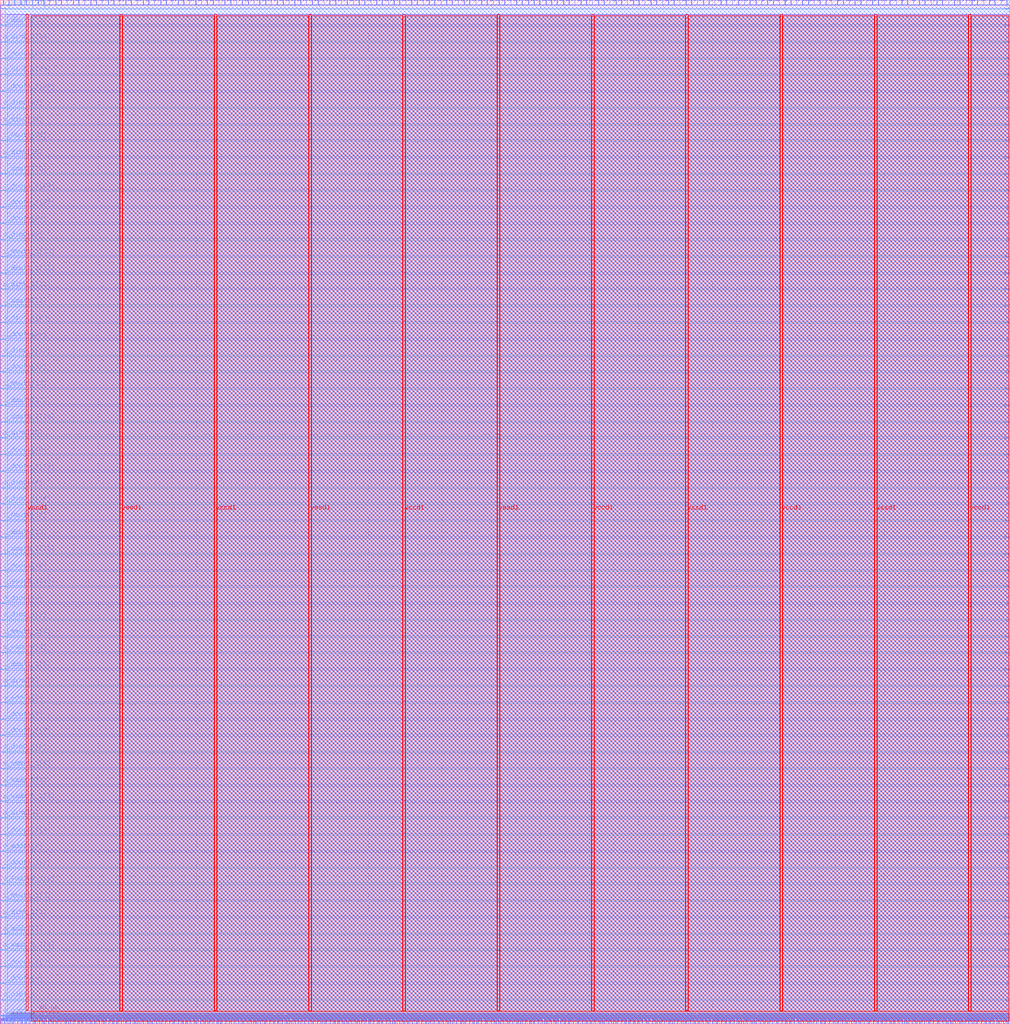
<source format=lef>
VERSION 5.7 ;
  NOWIREEXTENSIONATPIN ON ;
  DIVIDERCHAR "/" ;
  BUSBITCHARS "[]" ;
MACRO user_proj
  CLASS BLOCK ;
  FOREIGN user_proj ;
  ORIGIN 0.000 0.000 ;
  SIZE 822.655 BY 833.375 ;
  PIN i_dout0[0]
    DIRECTION INPUT ;
    USE SIGNAL ;
    PORT
      LAYER met3 ;
        RECT 0.000 32.680 4.000 33.280 ;
    END
  END i_dout0[0]
  PIN i_dout0[10]
    DIRECTION INPUT ;
    USE SIGNAL ;
    PORT
      LAYER met2 ;
        RECT 672.610 829.375 672.890 833.375 ;
    END
  END i_dout0[10]
  PIN i_dout0[11]
    DIRECTION INPUT ;
    USE SIGNAL ;
    PORT
      LAYER met3 ;
        RECT 818.655 409.400 822.655 410.000 ;
    END
  END i_dout0[11]
  PIN i_dout0[12]
    DIRECTION INPUT ;
    USE SIGNAL ;
    PORT
      LAYER met2 ;
        RECT 686.870 829.375 687.150 833.375 ;
    END
  END i_dout0[12]
  PIN i_dout0[13]
    DIRECTION INPUT ;
    USE SIGNAL ;
    PORT
      LAYER met3 ;
        RECT 0.000 395.800 4.000 396.400 ;
    END
  END i_dout0[13]
  PIN i_dout0[14]
    DIRECTION INPUT ;
    USE SIGNAL ;
    PORT
      LAYER met3 ;
        RECT 0.000 409.400 4.000 410.000 ;
    END
  END i_dout0[14]
  PIN i_dout0[15]
    DIRECTION INPUT ;
    USE SIGNAL ;
    PORT
      LAYER met3 ;
        RECT 818.655 503.240 822.655 503.840 ;
    END
  END i_dout0[15]
  PIN i_dout0[16]
    DIRECTION INPUT ;
    USE SIGNAL ;
    PORT
      LAYER met2 ;
        RECT 787.150 0.000 787.430 4.000 ;
    END
  END i_dout0[16]
  PIN i_dout0[17]
    DIRECTION INPUT ;
    USE SIGNAL ;
    PORT
      LAYER met3 ;
        RECT 0.000 503.240 4.000 503.840 ;
    END
  END i_dout0[17]
  PIN i_dout0[18]
    DIRECTION INPUT ;
    USE SIGNAL ;
    PORT
      LAYER met2 ;
        RECT 789.910 0.000 790.190 4.000 ;
    END
  END i_dout0[18]
  PIN i_dout0[19]
    DIRECTION INPUT ;
    USE SIGNAL ;
    PORT
      LAYER met2 ;
        RECT 794.510 0.000 794.790 4.000 ;
    END
  END i_dout0[19]
  PIN i_dout0[1]
    DIRECTION INPUT ;
    USE SIGNAL ;
    PORT
      LAYER met3 ;
        RECT 818.655 72.800 822.655 73.400 ;
    END
  END i_dout0[1]
  PIN i_dout0[20]
    DIRECTION INPUT ;
    USE SIGNAL ;
    PORT
      LAYER met3 ;
        RECT 0.000 556.960 4.000 557.560 ;
    END
  END i_dout0[20]
  PIN i_dout0[21]
    DIRECTION INPUT ;
    USE SIGNAL ;
    PORT
      LAYER met3 ;
        RECT 0.000 584.160 4.000 584.760 ;
    END
  END i_dout0[21]
  PIN i_dout0[22]
    DIRECTION INPUT ;
    USE SIGNAL ;
    PORT
      LAYER met2 ;
        RECT 801.870 0.000 802.150 4.000 ;
    END
  END i_dout0[22]
  PIN i_dout0[23]
    DIRECTION INPUT ;
    USE SIGNAL ;
    PORT
      LAYER met2 ;
        RECT 753.110 829.375 753.390 833.375 ;
    END
  END i_dout0[23]
  PIN i_dout0[24]
    DIRECTION INPUT ;
    USE SIGNAL ;
    PORT
      LAYER met3 ;
        RECT 0.000 651.480 4.000 652.080 ;
    END
  END i_dout0[24]
  PIN i_dout0[25]
    DIRECTION INPUT ;
    USE SIGNAL ;
    PORT
      LAYER met2 ;
        RECT 767.370 829.375 767.650 833.375 ;
    END
  END i_dout0[25]
  PIN i_dout0[26]
    DIRECTION INPUT ;
    USE SIGNAL ;
    PORT
      LAYER met3 ;
        RECT 818.655 731.720 822.655 732.320 ;
    END
  END i_dout0[26]
  PIN i_dout0[27]
    DIRECTION INPUT ;
    USE SIGNAL ;
    PORT
      LAYER met2 ;
        RECT 781.630 829.375 781.910 833.375 ;
    END
  END i_dout0[27]
  PIN i_dout0[28]
    DIRECTION INPUT ;
    USE SIGNAL ;
    PORT
      LAYER met2 ;
        RECT 791.290 829.375 791.570 833.375 ;
    END
  END i_dout0[28]
  PIN i_dout0[29]
    DIRECTION INPUT ;
    USE SIGNAL ;
    PORT
      LAYER met2 ;
        RECT 817.050 0.000 817.330 4.000 ;
    END
  END i_dout0[29]
  PIN i_dout0[2]
    DIRECTION INPUT ;
    USE SIGNAL ;
    PORT
      LAYER met2 ;
        RECT 749.890 0.000 750.170 4.000 ;
    END
  END i_dout0[2]
  PIN i_dout0[30]
    DIRECTION INPUT ;
    USE SIGNAL ;
    PORT
      LAYER met2 ;
        RECT 815.210 829.375 815.490 833.375 ;
    END
  END i_dout0[30]
  PIN i_dout0[31]
    DIRECTION INPUT ;
    USE SIGNAL ;
    PORT
      LAYER met3 ;
        RECT 0.000 812.640 4.000 813.240 ;
    END
  END i_dout0[31]
  PIN i_dout0[3]
    DIRECTION INPUT ;
    USE SIGNAL ;
    PORT
      LAYER met2 ;
        RECT 581.990 829.375 582.270 833.375 ;
    END
  END i_dout0[3]
  PIN i_dout0[4]
    DIRECTION INPUT ;
    USE SIGNAL ;
    PORT
      LAYER met2 ;
        RECT 764.610 0.000 764.890 4.000 ;
    END
  END i_dout0[4]
  PIN i_dout0[5]
    DIRECTION INPUT ;
    USE SIGNAL ;
    PORT
      LAYER met3 ;
        RECT 818.655 193.840 822.655 194.440 ;
    END
  END i_dout0[5]
  PIN i_dout0[6]
    DIRECTION INPUT ;
    USE SIGNAL ;
    PORT
      LAYER met3 ;
        RECT 818.655 221.040 822.655 221.640 ;
    END
  END i_dout0[6]
  PIN i_dout0[7]
    DIRECTION INPUT ;
    USE SIGNAL ;
    PORT
      LAYER met2 ;
        RECT 775.190 0.000 775.470 4.000 ;
    END
  END i_dout0[7]
  PIN i_dout0[8]
    DIRECTION INPUT ;
    USE SIGNAL ;
    PORT
      LAYER met3 ;
        RECT 818.655 288.360 822.655 288.960 ;
    END
  END i_dout0[8]
  PIN i_dout0[9]
    DIRECTION INPUT ;
    USE SIGNAL ;
    PORT
      LAYER met2 ;
        RECT 667.550 829.375 667.830 833.375 ;
    END
  END i_dout0[9]
  PIN i_dout0_1[0]
    DIRECTION INPUT ;
    USE SIGNAL ;
    PORT
      LAYER met2 ;
        RECT 734.710 0.000 734.990 4.000 ;
    END
  END i_dout0_1[0]
  PIN i_dout0_1[10]
    DIRECTION INPUT ;
    USE SIGNAL ;
    PORT
      LAYER met3 ;
        RECT 818.655 368.600 822.655 369.200 ;
    END
  END i_dout0_1[10]
  PIN i_dout0_1[11]
    DIRECTION INPUT ;
    USE SIGNAL ;
    PORT
      LAYER met2 ;
        RECT 677.210 829.375 677.490 833.375 ;
    END
  END i_dout0_1[11]
  PIN i_dout0_1[12]
    DIRECTION INPUT ;
    USE SIGNAL ;
    PORT
      LAYER met3 ;
        RECT 0.000 355.680 4.000 356.280 ;
    END
  END i_dout0_1[12]
  PIN i_dout0_1[13]
    DIRECTION INPUT ;
    USE SIGNAL ;
    PORT
      LAYER met3 ;
        RECT 0.000 382.200 4.000 382.800 ;
    END
  END i_dout0_1[13]
  PIN i_dout0_1[14]
    DIRECTION INPUT ;
    USE SIGNAL ;
    PORT
      LAYER met3 ;
        RECT 818.655 476.720 822.655 477.320 ;
    END
  END i_dout0_1[14]
  PIN i_dout0_1[15]
    DIRECTION INPUT ;
    USE SIGNAL ;
    PORT
      LAYER met3 ;
        RECT 0.000 449.520 4.000 450.120 ;
    END
  END i_dout0_1[15]
  PIN i_dout0_1[16]
    DIRECTION INPUT ;
    USE SIGNAL ;
    PORT
      LAYER met3 ;
        RECT 0.000 489.640 4.000 490.240 ;
    END
  END i_dout0_1[16]
  PIN i_dout0_1[17]
    DIRECTION INPUT ;
    USE SIGNAL ;
    PORT
      LAYER met2 ;
        RECT 719.990 829.375 720.270 833.375 ;
    END
  END i_dout0_1[17]
  PIN i_dout0_1[18]
    DIRECTION INPUT ;
    USE SIGNAL ;
    PORT
      LAYER met2 ;
        RECT 724.590 829.375 724.870 833.375 ;
    END
  END i_dout0_1[18]
  PIN i_dout0_1[19]
    DIRECTION INPUT ;
    USE SIGNAL ;
    PORT
      LAYER met2 ;
        RECT 734.250 829.375 734.530 833.375 ;
    END
  END i_dout0_1[19]
  PIN i_dout0_1[1]
    DIRECTION INPUT ;
    USE SIGNAL ;
    PORT
      LAYER met3 ;
        RECT 818.655 59.880 822.655 60.480 ;
    END
  END i_dout0_1[1]
  PIN i_dout0_1[20]
    DIRECTION INPUT ;
    USE SIGNAL ;
    PORT
      LAYER met2 ;
        RECT 795.890 0.000 796.170 4.000 ;
    END
  END i_dout0_1[20]
  PIN i_dout0_1[21]
    DIRECTION INPUT ;
    USE SIGNAL ;
    PORT
      LAYER met3 ;
        RECT 818.655 637.880 822.655 638.480 ;
    END
  END i_dout0_1[21]
  PIN i_dout0_1[22]
    DIRECTION INPUT ;
    USE SIGNAL ;
    PORT
      LAYER met2 ;
        RECT 748.510 829.375 748.790 833.375 ;
    END
  END i_dout0_1[22]
  PIN i_dout0_1[23]
    DIRECTION INPUT ;
    USE SIGNAL ;
    PORT
      LAYER met2 ;
        RECT 805.090 0.000 805.370 4.000 ;
    END
  END i_dout0_1[23]
  PIN i_dout0_1[24]
    DIRECTION INPUT ;
    USE SIGNAL ;
    PORT
      LAYER met3 ;
        RECT 818.655 705.200 822.655 705.800 ;
    END
  END i_dout0_1[24]
  PIN i_dout0_1[25]
    DIRECTION INPUT ;
    USE SIGNAL ;
    PORT
      LAYER met3 ;
        RECT 0.000 664.400 4.000 665.000 ;
    END
  END i_dout0_1[25]
  PIN i_dout0_1[26]
    DIRECTION INPUT ;
    USE SIGNAL ;
    PORT
      LAYER met2 ;
        RECT 809.230 0.000 809.510 4.000 ;
    END
  END i_dout0_1[26]
  PIN i_dout0_1[27]
    DIRECTION INPUT ;
    USE SIGNAL ;
    PORT
      LAYER met2 ;
        RECT 812.450 0.000 812.730 4.000 ;
    END
  END i_dout0_1[27]
  PIN i_dout0_1[28]
    DIRECTION INPUT ;
    USE SIGNAL ;
    PORT
      LAYER met3 ;
        RECT 818.655 758.920 822.655 759.520 ;
    END
  END i_dout0_1[28]
  PIN i_dout0_1[29]
    DIRECTION INPUT ;
    USE SIGNAL ;
    PORT
      LAYER met2 ;
        RECT 795.890 829.375 796.170 833.375 ;
    END
  END i_dout0_1[29]
  PIN i_dout0_1[2]
    DIRECTION INPUT ;
    USE SIGNAL ;
    PORT
      LAYER met2 ;
        RECT 748.510 0.000 748.790 4.000 ;
    END
  END i_dout0_1[2]
  PIN i_dout0_1[30]
    DIRECTION INPUT ;
    USE SIGNAL ;
    PORT
      LAYER met2 ;
        RECT 819.810 0.000 820.090 4.000 ;
    END
  END i_dout0_1[30]
  PIN i_dout0_1[31]
    DIRECTION INPUT ;
    USE SIGNAL ;
    PORT
      LAYER met3 ;
        RECT 818.655 799.040 822.655 799.640 ;
    END
  END i_dout0_1[31]
  PIN i_dout0_1[3]
    DIRECTION INPUT ;
    USE SIGNAL ;
    PORT
      LAYER met3 ;
        RECT 818.655 153.720 822.655 154.320 ;
    END
  END i_dout0_1[3]
  PIN i_dout0_1[4]
    DIRECTION INPUT ;
    USE SIGNAL ;
    PORT
      LAYER met2 ;
        RECT 763.230 0.000 763.510 4.000 ;
    END
  END i_dout0_1[4]
  PIN i_dout0_1[5]
    DIRECTION INPUT ;
    USE SIGNAL ;
    PORT
      LAYER met2 ;
        RECT 765.990 0.000 766.270 4.000 ;
    END
  END i_dout0_1[5]
  PIN i_dout0_1[6]
    DIRECTION INPUT ;
    USE SIGNAL ;
    PORT
      LAYER met2 ;
        RECT 771.970 0.000 772.250 4.000 ;
    END
  END i_dout0_1[6]
  PIN i_dout0_1[7]
    DIRECTION INPUT ;
    USE SIGNAL ;
    PORT
      LAYER met3 ;
        RECT 818.655 261.160 822.655 261.760 ;
    END
  END i_dout0_1[7]
  PIN i_dout0_1[8]
    DIRECTION INPUT ;
    USE SIGNAL ;
    PORT
      LAYER met2 ;
        RECT 653.290 829.375 653.570 833.375 ;
    END
  END i_dout0_1[8]
  PIN i_dout0_1[9]
    DIRECTION INPUT ;
    USE SIGNAL ;
    PORT
      LAYER met3 ;
        RECT 818.655 328.480 822.655 329.080 ;
    END
  END i_dout0_1[9]
  PIN i_dout1[0]
    DIRECTION INPUT ;
    USE SIGNAL ;
    PORT
      LAYER met2 ;
        RECT 736.550 0.000 736.830 4.000 ;
    END
  END i_dout1[0]
  PIN i_dout1[10]
    DIRECTION INPUT ;
    USE SIGNAL ;
    PORT
      LAYER met2 ;
        RECT 782.550 0.000 782.830 4.000 ;
    END
  END i_dout1[10]
  PIN i_dout1[11]
    DIRECTION INPUT ;
    USE SIGNAL ;
    PORT
      LAYER met3 ;
        RECT 818.655 423.000 822.655 423.600 ;
    END
  END i_dout1[11]
  PIN i_dout1[12]
    DIRECTION INPUT ;
    USE SIGNAL ;
    PORT
      LAYER met3 ;
        RECT 0.000 368.600 4.000 369.200 ;
    END
  END i_dout1[12]
  PIN i_dout1[13]
    DIRECTION INPUT ;
    USE SIGNAL ;
    PORT
      LAYER met2 ;
        RECT 701.130 829.375 701.410 833.375 ;
    END
  END i_dout1[13]
  PIN i_dout1[14]
    DIRECTION INPUT ;
    USE SIGNAL ;
    PORT
      LAYER met2 ;
        RECT 710.330 829.375 710.610 833.375 ;
    END
  END i_dout1[14]
  PIN i_dout1[15]
    DIRECTION INPUT ;
    USE SIGNAL ;
    PORT
      LAYER met3 ;
        RECT 0.000 463.120 4.000 463.720 ;
    END
  END i_dout1[15]
  PIN i_dout1[16]
    DIRECTION INPUT ;
    USE SIGNAL ;
    PORT
      LAYER met3 ;
        RECT 818.655 530.440 822.655 531.040 ;
    END
  END i_dout1[16]
  PIN i_dout1[17]
    DIRECTION INPUT ;
    USE SIGNAL ;
    PORT
      LAYER met3 ;
        RECT 0.000 516.840 4.000 517.440 ;
    END
  END i_dout1[17]
  PIN i_dout1[18]
    DIRECTION INPUT ;
    USE SIGNAL ;
    PORT
      LAYER met2 ;
        RECT 791.290 0.000 791.570 4.000 ;
    END
  END i_dout1[18]
  PIN i_dout1[19]
    DIRECTION INPUT ;
    USE SIGNAL ;
    PORT
      LAYER met3 ;
        RECT 0.000 530.440 4.000 531.040 ;
    END
  END i_dout1[19]
  PIN i_dout1[1]
    DIRECTION INPUT ;
    USE SIGNAL ;
    PORT
      LAYER met2 ;
        RECT 742.530 0.000 742.810 4.000 ;
    END
  END i_dout1[1]
  PIN i_dout1[20]
    DIRECTION INPUT ;
    USE SIGNAL ;
    PORT
      LAYER met2 ;
        RECT 797.270 0.000 797.550 4.000 ;
    END
  END i_dout1[20]
  PIN i_dout1[21]
    DIRECTION INPUT ;
    USE SIGNAL ;
    PORT
      LAYER met2 ;
        RECT 800.490 0.000 800.770 4.000 ;
    END
  END i_dout1[21]
  PIN i_dout1[22]
    DIRECTION INPUT ;
    USE SIGNAL ;
    PORT
      LAYER met2 ;
        RECT 803.250 0.000 803.530 4.000 ;
    END
  END i_dout1[22]
  PIN i_dout1[23]
    DIRECTION INPUT ;
    USE SIGNAL ;
    PORT
      LAYER met3 ;
        RECT 818.655 691.600 822.655 692.200 ;
    END
  END i_dout1[23]
  PIN i_dout1[24]
    DIRECTION INPUT ;
    USE SIGNAL ;
    PORT
      LAYER met2 ;
        RECT 807.850 0.000 808.130 4.000 ;
    END
  END i_dout1[24]
  PIN i_dout1[25]
    DIRECTION INPUT ;
    USE SIGNAL ;
    PORT
      LAYER met3 ;
        RECT 0.000 691.600 4.000 692.200 ;
    END
  END i_dout1[25]
  PIN i_dout1[26]
    DIRECTION INPUT ;
    USE SIGNAL ;
    PORT
      LAYER met3 ;
        RECT 0.000 718.800 4.000 719.400 ;
    END
  END i_dout1[26]
  PIN i_dout1[27]
    DIRECTION INPUT ;
    USE SIGNAL ;
    PORT
      LAYER met2 ;
        RECT 813.830 0.000 814.110 4.000 ;
    END
  END i_dout1[27]
  PIN i_dout1[28]
    DIRECTION INPUT ;
    USE SIGNAL ;
    PORT
      LAYER met2 ;
        RECT 815.210 0.000 815.490 4.000 ;
    END
  END i_dout1[28]
  PIN i_dout1[29]
    DIRECTION INPUT ;
    USE SIGNAL ;
    PORT
      LAYER met3 ;
        RECT 0.000 785.440 4.000 786.040 ;
    END
  END i_dout1[29]
  PIN i_dout1[2]
    DIRECTION INPUT ;
    USE SIGNAL ;
    PORT
      LAYER met2 ;
        RECT 572.790 829.375 573.070 833.375 ;
    END
  END i_dout1[2]
  PIN i_dout1[30]
    DIRECTION INPUT ;
    USE SIGNAL ;
    PORT
      LAYER met3 ;
        RECT 818.655 785.440 822.655 786.040 ;
    END
  END i_dout1[30]
  PIN i_dout1[31]
    DIRECTION INPUT ;
    USE SIGNAL ;
    PORT
      LAYER met3 ;
        RECT 0.000 826.240 4.000 826.840 ;
    END
  END i_dout1[31]
  PIN i_dout1[3]
    DIRECTION INPUT ;
    USE SIGNAL ;
    PORT
      LAYER met2 ;
        RECT 755.870 0.000 756.150 4.000 ;
    END
  END i_dout1[3]
  PIN i_dout1[4]
    DIRECTION INPUT ;
    USE SIGNAL ;
    PORT
      LAYER met2 ;
        RECT 596.250 829.375 596.530 833.375 ;
    END
  END i_dout1[4]
  PIN i_dout1[5]
    DIRECTION INPUT ;
    USE SIGNAL ;
    PORT
      LAYER met2 ;
        RECT 769.210 0.000 769.490 4.000 ;
    END
  END i_dout1[5]
  PIN i_dout1[6]
    DIRECTION INPUT ;
    USE SIGNAL ;
    PORT
      LAYER met3 ;
        RECT 818.655 234.640 822.655 235.240 ;
    END
  END i_dout1[6]
  PIN i_dout1[7]
    DIRECTION INPUT ;
    USE SIGNAL ;
    PORT
      LAYER met3 ;
        RECT 0.000 247.560 4.000 248.160 ;
    END
  END i_dout1[7]
  PIN i_dout1[8]
    DIRECTION INPUT ;
    USE SIGNAL ;
    PORT
      LAYER met2 ;
        RECT 658.350 829.375 658.630 833.375 ;
    END
  END i_dout1[8]
  PIN i_dout1[9]
    DIRECTION INPUT ;
    USE SIGNAL ;
    PORT
      LAYER met3 ;
        RECT 818.655 342.080 822.655 342.680 ;
    END
  END i_dout1[9]
  PIN i_dout1_1[0]
    DIRECTION INPUT ;
    USE SIGNAL ;
    PORT
      LAYER met3 ;
        RECT 0.000 46.280 4.000 46.880 ;
    END
  END i_dout1_1[0]
  PIN i_dout1_1[10]
    DIRECTION INPUT ;
    USE SIGNAL ;
    PORT
      LAYER met2 ;
        RECT 781.170 0.000 781.450 4.000 ;
    END
  END i_dout1_1[10]
  PIN i_dout1_1[11]
    DIRECTION INPUT ;
    USE SIGNAL ;
    PORT
      LAYER met3 ;
        RECT 818.655 395.800 822.655 396.400 ;
    END
  END i_dout1_1[11]
  PIN i_dout1_1[12]
    DIRECTION INPUT ;
    USE SIGNAL ;
    PORT
      LAYER met3 ;
        RECT 818.655 449.520 822.655 450.120 ;
    END
  END i_dout1_1[12]
  PIN i_dout1_1[13]
    DIRECTION INPUT ;
    USE SIGNAL ;
    PORT
      LAYER met2 ;
        RECT 783.930 0.000 784.210 4.000 ;
    END
  END i_dout1_1[13]
  PIN i_dout1_1[14]
    DIRECTION INPUT ;
    USE SIGNAL ;
    PORT
      LAYER met2 ;
        RECT 785.770 0.000 786.050 4.000 ;
    END
  END i_dout1_1[14]
  PIN i_dout1_1[15]
    DIRECTION INPUT ;
    USE SIGNAL ;
    PORT
      LAYER met3 ;
        RECT 818.655 489.640 822.655 490.240 ;
    END
  END i_dout1_1[15]
  PIN i_dout1_1[16]
    DIRECTION INPUT ;
    USE SIGNAL ;
    PORT
      LAYER met3 ;
        RECT 818.655 516.840 822.655 517.440 ;
    END
  END i_dout1_1[16]
  PIN i_dout1_1[17]
    DIRECTION INPUT ;
    USE SIGNAL ;
    PORT
      LAYER met3 ;
        RECT 818.655 556.960 822.655 557.560 ;
    END
  END i_dout1_1[17]
  PIN i_dout1_1[18]
    DIRECTION INPUT ;
    USE SIGNAL ;
    PORT
      LAYER met3 ;
        RECT 818.655 597.760 822.655 598.360 ;
    END
  END i_dout1_1[18]
  PIN i_dout1_1[19]
    DIRECTION INPUT ;
    USE SIGNAL ;
    PORT
      LAYER met3 ;
        RECT 818.655 610.680 822.655 611.280 ;
    END
  END i_dout1_1[19]
  PIN i_dout1_1[1]
    DIRECTION INPUT ;
    USE SIGNAL ;
    PORT
      LAYER met2 ;
        RECT 740.690 0.000 740.970 4.000 ;
    END
  END i_dout1_1[1]
  PIN i_dout1_1[20]
    DIRECTION INPUT ;
    USE SIGNAL ;
    PORT
      LAYER met3 ;
        RECT 818.655 624.280 822.655 624.880 ;
    END
  END i_dout1_1[20]
  PIN i_dout1_1[21]
    DIRECTION INPUT ;
    USE SIGNAL ;
    PORT
      LAYER met2 ;
        RECT 799.110 0.000 799.390 4.000 ;
    END
  END i_dout1_1[21]
  PIN i_dout1_1[22]
    DIRECTION INPUT ;
    USE SIGNAL ;
    PORT
      LAYER met3 ;
        RECT 0.000 610.680 4.000 611.280 ;
    END
  END i_dout1_1[22]
  PIN i_dout1_1[23]
    DIRECTION INPUT ;
    USE SIGNAL ;
    PORT
      LAYER met3 ;
        RECT 0.000 624.280 4.000 624.880 ;
    END
  END i_dout1_1[23]
  PIN i_dout1_1[24]
    DIRECTION INPUT ;
    USE SIGNAL ;
    PORT
      LAYER met2 ;
        RECT 758.170 829.375 758.450 833.375 ;
    END
  END i_dout1_1[24]
  PIN i_dout1_1[25]
    DIRECTION INPUT ;
    USE SIGNAL ;
    PORT
      LAYER met3 ;
        RECT 0.000 678.000 4.000 678.600 ;
    END
  END i_dout1_1[25]
  PIN i_dout1_1[26]
    DIRECTION INPUT ;
    USE SIGNAL ;
    PORT
      LAYER met2 ;
        RECT 777.030 829.375 777.310 833.375 ;
    END
  END i_dout1_1[26]
  PIN i_dout1_1[27]
    DIRECTION INPUT ;
    USE SIGNAL ;
    PORT
      LAYER met3 ;
        RECT 818.655 745.320 822.655 745.920 ;
    END
  END i_dout1_1[27]
  PIN i_dout1_1[28]
    DIRECTION INPUT ;
    USE SIGNAL ;
    PORT
      LAYER met3 ;
        RECT 0.000 758.920 4.000 759.520 ;
    END
  END i_dout1_1[28]
  PIN i_dout1_1[29]
    DIRECTION INPUT ;
    USE SIGNAL ;
    PORT
      LAYER met2 ;
        RECT 800.950 829.375 801.230 833.375 ;
    END
  END i_dout1_1[29]
  PIN i_dout1_1[2]
    DIRECTION INPUT ;
    USE SIGNAL ;
    PORT
      LAYER met3 ;
        RECT 0.000 100.000 4.000 100.600 ;
    END
  END i_dout1_1[2]
  PIN i_dout1_1[30]
    DIRECTION INPUT ;
    USE SIGNAL ;
    PORT
      LAYER met2 ;
        RECT 810.150 829.375 810.430 833.375 ;
    END
  END i_dout1_1[30]
  PIN i_dout1_1[31]
    DIRECTION INPUT ;
    USE SIGNAL ;
    PORT
      LAYER met3 ;
        RECT 818.655 812.640 822.655 813.240 ;
    END
  END i_dout1_1[31]
  PIN i_dout1_1[3]
    DIRECTION INPUT ;
    USE SIGNAL ;
    PORT
      LAYER met3 ;
        RECT 0.000 126.520 4.000 127.120 ;
    END
  END i_dout1_1[3]
  PIN i_dout1_1[4]
    DIRECTION INPUT ;
    USE SIGNAL ;
    PORT
      LAYER met3 ;
        RECT 0.000 153.720 4.000 154.320 ;
    END
  END i_dout1_1[4]
  PIN i_dout1_1[5]
    DIRECTION INPUT ;
    USE SIGNAL ;
    PORT
      LAYER met2 ;
        RECT 767.830 0.000 768.110 4.000 ;
    END
  END i_dout1_1[5]
  PIN i_dout1_1[6]
    DIRECTION INPUT ;
    USE SIGNAL ;
    PORT
      LAYER met2 ;
        RECT 624.770 829.375 625.050 833.375 ;
    END
  END i_dout1_1[6]
  PIN i_dout1_1[7]
    DIRECTION INPUT ;
    USE SIGNAL ;
    PORT
      LAYER met3 ;
        RECT 0.000 234.640 4.000 235.240 ;
    END
  END i_dout1_1[7]
  PIN i_dout1_1[8]
    DIRECTION INPUT ;
    USE SIGNAL ;
    PORT
      LAYER met3 ;
        RECT 0.000 288.360 4.000 288.960 ;
    END
  END i_dout1_1[8]
  PIN i_dout1_1[9]
    DIRECTION INPUT ;
    USE SIGNAL ;
    PORT
      LAYER met3 ;
        RECT 0.000 314.880 4.000 315.480 ;
    END
  END i_dout1_1[9]
  PIN io_in[0]
    DIRECTION INPUT ;
    USE SIGNAL ;
    PORT
      LAYER met2 ;
        RECT 2.390 829.375 2.670 833.375 ;
    END
  END io_in[0]
  PIN io_in[10]
    DIRECTION INPUT ;
    USE SIGNAL ;
    PORT
      LAYER met2 ;
        RECT 144.990 829.375 145.270 833.375 ;
    END
  END io_in[10]
  PIN io_in[11]
    DIRECTION INPUT ;
    USE SIGNAL ;
    PORT
      LAYER met2 ;
        RECT 159.250 829.375 159.530 833.375 ;
    END
  END io_in[11]
  PIN io_in[12]
    DIRECTION INPUT ;
    USE SIGNAL ;
    PORT
      LAYER met2 ;
        RECT 173.510 829.375 173.790 833.375 ;
    END
  END io_in[12]
  PIN io_in[13]
    DIRECTION INPUT ;
    USE SIGNAL ;
    PORT
      LAYER met2 ;
        RECT 187.770 829.375 188.050 833.375 ;
    END
  END io_in[13]
  PIN io_in[14]
    DIRECTION INPUT ;
    USE SIGNAL ;
    PORT
      LAYER met2 ;
        RECT 202.030 829.375 202.310 833.375 ;
    END
  END io_in[14]
  PIN io_in[15]
    DIRECTION INPUT ;
    USE SIGNAL ;
    PORT
      LAYER met2 ;
        RECT 216.290 829.375 216.570 833.375 ;
    END
  END io_in[15]
  PIN io_in[16]
    DIRECTION INPUT ;
    USE SIGNAL ;
    PORT
      LAYER met2 ;
        RECT 230.550 829.375 230.830 833.375 ;
    END
  END io_in[16]
  PIN io_in[17]
    DIRECTION INPUT ;
    USE SIGNAL ;
    PORT
      LAYER met2 ;
        RECT 244.810 829.375 245.090 833.375 ;
    END
  END io_in[17]
  PIN io_in[18]
    DIRECTION INPUT ;
    USE SIGNAL ;
    PORT
      LAYER met2 ;
        RECT 259.070 829.375 259.350 833.375 ;
    END
  END io_in[18]
  PIN io_in[19]
    DIRECTION INPUT ;
    USE SIGNAL ;
    PORT
      LAYER met2 ;
        RECT 273.330 829.375 273.610 833.375 ;
    END
  END io_in[19]
  PIN io_in[1]
    DIRECTION INPUT ;
    USE SIGNAL ;
    PORT
      LAYER met2 ;
        RECT 16.650 829.375 16.930 833.375 ;
    END
  END io_in[1]
  PIN io_in[20]
    DIRECTION INPUT ;
    USE SIGNAL ;
    PORT
      LAYER met2 ;
        RECT 287.590 829.375 287.870 833.375 ;
    END
  END io_in[20]
  PIN io_in[21]
    DIRECTION INPUT ;
    USE SIGNAL ;
    PORT
      LAYER met2 ;
        RECT 301.850 829.375 302.130 833.375 ;
    END
  END io_in[21]
  PIN io_in[22]
    DIRECTION INPUT ;
    USE SIGNAL ;
    PORT
      LAYER met2 ;
        RECT 316.110 829.375 316.390 833.375 ;
    END
  END io_in[22]
  PIN io_in[23]
    DIRECTION INPUT ;
    USE SIGNAL ;
    PORT
      LAYER met2 ;
        RECT 330.370 829.375 330.650 833.375 ;
    END
  END io_in[23]
  PIN io_in[24]
    DIRECTION INPUT ;
    USE SIGNAL ;
    PORT
      LAYER met2 ;
        RECT 344.630 829.375 344.910 833.375 ;
    END
  END io_in[24]
  PIN io_in[25]
    DIRECTION INPUT ;
    USE SIGNAL ;
    PORT
      LAYER met2 ;
        RECT 358.890 829.375 359.170 833.375 ;
    END
  END io_in[25]
  PIN io_in[26]
    DIRECTION INPUT ;
    USE SIGNAL ;
    PORT
      LAYER met2 ;
        RECT 373.150 829.375 373.430 833.375 ;
    END
  END io_in[26]
  PIN io_in[27]
    DIRECTION INPUT ;
    USE SIGNAL ;
    PORT
      LAYER met2 ;
        RECT 387.410 829.375 387.690 833.375 ;
    END
  END io_in[27]
  PIN io_in[28]
    DIRECTION INPUT ;
    USE SIGNAL ;
    PORT
      LAYER met2 ;
        RECT 401.670 829.375 401.950 833.375 ;
    END
  END io_in[28]
  PIN io_in[29]
    DIRECTION INPUT ;
    USE SIGNAL ;
    PORT
      LAYER met2 ;
        RECT 415.930 829.375 416.210 833.375 ;
    END
  END io_in[29]
  PIN io_in[2]
    DIRECTION INPUT ;
    USE SIGNAL ;
    PORT
      LAYER met2 ;
        RECT 30.910 829.375 31.190 833.375 ;
    END
  END io_in[2]
  PIN io_in[30]
    DIRECTION INPUT ;
    USE SIGNAL ;
    PORT
      LAYER met2 ;
        RECT 430.190 829.375 430.470 833.375 ;
    END
  END io_in[30]
  PIN io_in[31]
    DIRECTION INPUT ;
    USE SIGNAL ;
    PORT
      LAYER met2 ;
        RECT 444.450 829.375 444.730 833.375 ;
    END
  END io_in[31]
  PIN io_in[32]
    DIRECTION INPUT ;
    USE SIGNAL ;
    PORT
      LAYER met2 ;
        RECT 458.710 829.375 458.990 833.375 ;
    END
  END io_in[32]
  PIN io_in[33]
    DIRECTION INPUT ;
    USE SIGNAL ;
    PORT
      LAYER met2 ;
        RECT 472.970 829.375 473.250 833.375 ;
    END
  END io_in[33]
  PIN io_in[34]
    DIRECTION INPUT ;
    USE SIGNAL ;
    PORT
      LAYER met2 ;
        RECT 487.230 829.375 487.510 833.375 ;
    END
  END io_in[34]
  PIN io_in[35]
    DIRECTION INPUT ;
    USE SIGNAL ;
    PORT
      LAYER met2 ;
        RECT 501.490 829.375 501.770 833.375 ;
    END
  END io_in[35]
  PIN io_in[36]
    DIRECTION INPUT ;
    USE SIGNAL ;
    PORT
      LAYER met2 ;
        RECT 515.750 829.375 516.030 833.375 ;
    END
  END io_in[36]
  PIN io_in[37]
    DIRECTION INPUT ;
    USE SIGNAL ;
    PORT
      LAYER met2 ;
        RECT 530.010 829.375 530.290 833.375 ;
    END
  END io_in[37]
  PIN io_in[3]
    DIRECTION INPUT ;
    USE SIGNAL ;
    PORT
      LAYER met2 ;
        RECT 45.170 829.375 45.450 833.375 ;
    END
  END io_in[3]
  PIN io_in[4]
    DIRECTION INPUT ;
    USE SIGNAL ;
    PORT
      LAYER met2 ;
        RECT 59.430 829.375 59.710 833.375 ;
    END
  END io_in[4]
  PIN io_in[5]
    DIRECTION INPUT ;
    USE SIGNAL ;
    PORT
      LAYER met2 ;
        RECT 73.690 829.375 73.970 833.375 ;
    END
  END io_in[5]
  PIN io_in[6]
    DIRECTION INPUT ;
    USE SIGNAL ;
    PORT
      LAYER met2 ;
        RECT 87.950 829.375 88.230 833.375 ;
    END
  END io_in[6]
  PIN io_in[7]
    DIRECTION INPUT ;
    USE SIGNAL ;
    PORT
      LAYER met2 ;
        RECT 102.210 829.375 102.490 833.375 ;
    END
  END io_in[7]
  PIN io_in[8]
    DIRECTION INPUT ;
    USE SIGNAL ;
    PORT
      LAYER met2 ;
        RECT 116.470 829.375 116.750 833.375 ;
    END
  END io_in[8]
  PIN io_in[9]
    DIRECTION INPUT ;
    USE SIGNAL ;
    PORT
      LAYER met2 ;
        RECT 130.730 829.375 131.010 833.375 ;
    END
  END io_in[9]
  PIN io_oeb[0]
    DIRECTION OUTPUT TRISTATE ;
    USE SIGNAL ;
    PORT
      LAYER met2 ;
        RECT 6.990 829.375 7.270 833.375 ;
    END
  END io_oeb[0]
  PIN io_oeb[10]
    DIRECTION OUTPUT TRISTATE ;
    USE SIGNAL ;
    PORT
      LAYER met2 ;
        RECT 149.590 829.375 149.870 833.375 ;
    END
  END io_oeb[10]
  PIN io_oeb[11]
    DIRECTION OUTPUT TRISTATE ;
    USE SIGNAL ;
    PORT
      LAYER met2 ;
        RECT 163.850 829.375 164.130 833.375 ;
    END
  END io_oeb[11]
  PIN io_oeb[12]
    DIRECTION OUTPUT TRISTATE ;
    USE SIGNAL ;
    PORT
      LAYER met2 ;
        RECT 178.110 829.375 178.390 833.375 ;
    END
  END io_oeb[12]
  PIN io_oeb[13]
    DIRECTION OUTPUT TRISTATE ;
    USE SIGNAL ;
    PORT
      LAYER met2 ;
        RECT 192.370 829.375 192.650 833.375 ;
    END
  END io_oeb[13]
  PIN io_oeb[14]
    DIRECTION OUTPUT TRISTATE ;
    USE SIGNAL ;
    PORT
      LAYER met2 ;
        RECT 206.630 829.375 206.910 833.375 ;
    END
  END io_oeb[14]
  PIN io_oeb[15]
    DIRECTION OUTPUT TRISTATE ;
    USE SIGNAL ;
    PORT
      LAYER met2 ;
        RECT 220.890 829.375 221.170 833.375 ;
    END
  END io_oeb[15]
  PIN io_oeb[16]
    DIRECTION OUTPUT TRISTATE ;
    USE SIGNAL ;
    PORT
      LAYER met2 ;
        RECT 235.150 829.375 235.430 833.375 ;
    END
  END io_oeb[16]
  PIN io_oeb[17]
    DIRECTION OUTPUT TRISTATE ;
    USE SIGNAL ;
    PORT
      LAYER met2 ;
        RECT 249.410 829.375 249.690 833.375 ;
    END
  END io_oeb[17]
  PIN io_oeb[18]
    DIRECTION OUTPUT TRISTATE ;
    USE SIGNAL ;
    PORT
      LAYER met2 ;
        RECT 263.670 829.375 263.950 833.375 ;
    END
  END io_oeb[18]
  PIN io_oeb[19]
    DIRECTION OUTPUT TRISTATE ;
    USE SIGNAL ;
    PORT
      LAYER met2 ;
        RECT 277.930 829.375 278.210 833.375 ;
    END
  END io_oeb[19]
  PIN io_oeb[1]
    DIRECTION OUTPUT TRISTATE ;
    USE SIGNAL ;
    PORT
      LAYER met2 ;
        RECT 21.250 829.375 21.530 833.375 ;
    END
  END io_oeb[1]
  PIN io_oeb[20]
    DIRECTION OUTPUT TRISTATE ;
    USE SIGNAL ;
    PORT
      LAYER met2 ;
        RECT 292.190 829.375 292.470 833.375 ;
    END
  END io_oeb[20]
  PIN io_oeb[21]
    DIRECTION OUTPUT TRISTATE ;
    USE SIGNAL ;
    PORT
      LAYER met2 ;
        RECT 306.450 829.375 306.730 833.375 ;
    END
  END io_oeb[21]
  PIN io_oeb[22]
    DIRECTION OUTPUT TRISTATE ;
    USE SIGNAL ;
    PORT
      LAYER met2 ;
        RECT 320.710 829.375 320.990 833.375 ;
    END
  END io_oeb[22]
  PIN io_oeb[23]
    DIRECTION OUTPUT TRISTATE ;
    USE SIGNAL ;
    PORT
      LAYER met2 ;
        RECT 334.970 829.375 335.250 833.375 ;
    END
  END io_oeb[23]
  PIN io_oeb[24]
    DIRECTION OUTPUT TRISTATE ;
    USE SIGNAL ;
    PORT
      LAYER met2 ;
        RECT 349.230 829.375 349.510 833.375 ;
    END
  END io_oeb[24]
  PIN io_oeb[25]
    DIRECTION OUTPUT TRISTATE ;
    USE SIGNAL ;
    PORT
      LAYER met2 ;
        RECT 363.490 829.375 363.770 833.375 ;
    END
  END io_oeb[25]
  PIN io_oeb[26]
    DIRECTION OUTPUT TRISTATE ;
    USE SIGNAL ;
    PORT
      LAYER met2 ;
        RECT 377.750 829.375 378.030 833.375 ;
    END
  END io_oeb[26]
  PIN io_oeb[27]
    DIRECTION OUTPUT TRISTATE ;
    USE SIGNAL ;
    PORT
      LAYER met2 ;
        RECT 392.010 829.375 392.290 833.375 ;
    END
  END io_oeb[27]
  PIN io_oeb[28]
    DIRECTION OUTPUT TRISTATE ;
    USE SIGNAL ;
    PORT
      LAYER met2 ;
        RECT 406.270 829.375 406.550 833.375 ;
    END
  END io_oeb[28]
  PIN io_oeb[29]
    DIRECTION OUTPUT TRISTATE ;
    USE SIGNAL ;
    PORT
      LAYER met2 ;
        RECT 420.530 829.375 420.810 833.375 ;
    END
  END io_oeb[29]
  PIN io_oeb[2]
    DIRECTION OUTPUT TRISTATE ;
    USE SIGNAL ;
    PORT
      LAYER met2 ;
        RECT 35.510 829.375 35.790 833.375 ;
    END
  END io_oeb[2]
  PIN io_oeb[30]
    DIRECTION OUTPUT TRISTATE ;
    USE SIGNAL ;
    PORT
      LAYER met2 ;
        RECT 434.790 829.375 435.070 833.375 ;
    END
  END io_oeb[30]
  PIN io_oeb[31]
    DIRECTION OUTPUT TRISTATE ;
    USE SIGNAL ;
    PORT
      LAYER met2 ;
        RECT 449.050 829.375 449.330 833.375 ;
    END
  END io_oeb[31]
  PIN io_oeb[32]
    DIRECTION OUTPUT TRISTATE ;
    USE SIGNAL ;
    PORT
      LAYER met2 ;
        RECT 463.310 829.375 463.590 833.375 ;
    END
  END io_oeb[32]
  PIN io_oeb[33]
    DIRECTION OUTPUT TRISTATE ;
    USE SIGNAL ;
    PORT
      LAYER met2 ;
        RECT 477.570 829.375 477.850 833.375 ;
    END
  END io_oeb[33]
  PIN io_oeb[34]
    DIRECTION OUTPUT TRISTATE ;
    USE SIGNAL ;
    PORT
      LAYER met2 ;
        RECT 491.830 829.375 492.110 833.375 ;
    END
  END io_oeb[34]
  PIN io_oeb[35]
    DIRECTION OUTPUT TRISTATE ;
    USE SIGNAL ;
    PORT
      LAYER met2 ;
        RECT 506.090 829.375 506.370 833.375 ;
    END
  END io_oeb[35]
  PIN io_oeb[36]
    DIRECTION OUTPUT TRISTATE ;
    USE SIGNAL ;
    PORT
      LAYER met2 ;
        RECT 520.350 829.375 520.630 833.375 ;
    END
  END io_oeb[36]
  PIN io_oeb[37]
    DIRECTION OUTPUT TRISTATE ;
    USE SIGNAL ;
    PORT
      LAYER met2 ;
        RECT 534.610 829.375 534.890 833.375 ;
    END
  END io_oeb[37]
  PIN io_oeb[3]
    DIRECTION OUTPUT TRISTATE ;
    USE SIGNAL ;
    PORT
      LAYER met2 ;
        RECT 49.770 829.375 50.050 833.375 ;
    END
  END io_oeb[3]
  PIN io_oeb[4]
    DIRECTION OUTPUT TRISTATE ;
    USE SIGNAL ;
    PORT
      LAYER met2 ;
        RECT 64.030 829.375 64.310 833.375 ;
    END
  END io_oeb[4]
  PIN io_oeb[5]
    DIRECTION OUTPUT TRISTATE ;
    USE SIGNAL ;
    PORT
      LAYER met2 ;
        RECT 78.290 829.375 78.570 833.375 ;
    END
  END io_oeb[5]
  PIN io_oeb[6]
    DIRECTION OUTPUT TRISTATE ;
    USE SIGNAL ;
    PORT
      LAYER met2 ;
        RECT 92.550 829.375 92.830 833.375 ;
    END
  END io_oeb[6]
  PIN io_oeb[7]
    DIRECTION OUTPUT TRISTATE ;
    USE SIGNAL ;
    PORT
      LAYER met2 ;
        RECT 106.810 829.375 107.090 833.375 ;
    END
  END io_oeb[7]
  PIN io_oeb[8]
    DIRECTION OUTPUT TRISTATE ;
    USE SIGNAL ;
    PORT
      LAYER met2 ;
        RECT 121.070 829.375 121.350 833.375 ;
    END
  END io_oeb[8]
  PIN io_oeb[9]
    DIRECTION OUTPUT TRISTATE ;
    USE SIGNAL ;
    PORT
      LAYER met2 ;
        RECT 135.330 829.375 135.610 833.375 ;
    END
  END io_oeb[9]
  PIN io_out[0]
    DIRECTION OUTPUT TRISTATE ;
    USE SIGNAL ;
    PORT
      LAYER met2 ;
        RECT 11.590 829.375 11.870 833.375 ;
    END
  END io_out[0]
  PIN io_out[10]
    DIRECTION OUTPUT TRISTATE ;
    USE SIGNAL ;
    PORT
      LAYER met2 ;
        RECT 154.190 829.375 154.470 833.375 ;
    END
  END io_out[10]
  PIN io_out[11]
    DIRECTION OUTPUT TRISTATE ;
    USE SIGNAL ;
    PORT
      LAYER met2 ;
        RECT 168.450 829.375 168.730 833.375 ;
    END
  END io_out[11]
  PIN io_out[12]
    DIRECTION OUTPUT TRISTATE ;
    USE SIGNAL ;
    PORT
      LAYER met2 ;
        RECT 182.710 829.375 182.990 833.375 ;
    END
  END io_out[12]
  PIN io_out[13]
    DIRECTION OUTPUT TRISTATE ;
    USE SIGNAL ;
    PORT
      LAYER met2 ;
        RECT 196.970 829.375 197.250 833.375 ;
    END
  END io_out[13]
  PIN io_out[14]
    DIRECTION OUTPUT TRISTATE ;
    USE SIGNAL ;
    PORT
      LAYER met2 ;
        RECT 211.230 829.375 211.510 833.375 ;
    END
  END io_out[14]
  PIN io_out[15]
    DIRECTION OUTPUT TRISTATE ;
    USE SIGNAL ;
    PORT
      LAYER met2 ;
        RECT 225.490 829.375 225.770 833.375 ;
    END
  END io_out[15]
  PIN io_out[16]
    DIRECTION OUTPUT TRISTATE ;
    USE SIGNAL ;
    PORT
      LAYER met2 ;
        RECT 239.750 829.375 240.030 833.375 ;
    END
  END io_out[16]
  PIN io_out[17]
    DIRECTION OUTPUT TRISTATE ;
    USE SIGNAL ;
    PORT
      LAYER met2 ;
        RECT 254.010 829.375 254.290 833.375 ;
    END
  END io_out[17]
  PIN io_out[18]
    DIRECTION OUTPUT TRISTATE ;
    USE SIGNAL ;
    PORT
      LAYER met2 ;
        RECT 268.270 829.375 268.550 833.375 ;
    END
  END io_out[18]
  PIN io_out[19]
    DIRECTION OUTPUT TRISTATE ;
    USE SIGNAL ;
    PORT
      LAYER met2 ;
        RECT 282.530 829.375 282.810 833.375 ;
    END
  END io_out[19]
  PIN io_out[1]
    DIRECTION OUTPUT TRISTATE ;
    USE SIGNAL ;
    PORT
      LAYER met2 ;
        RECT 25.850 829.375 26.130 833.375 ;
    END
  END io_out[1]
  PIN io_out[20]
    DIRECTION OUTPUT TRISTATE ;
    USE SIGNAL ;
    PORT
      LAYER met2 ;
        RECT 296.790 829.375 297.070 833.375 ;
    END
  END io_out[20]
  PIN io_out[21]
    DIRECTION OUTPUT TRISTATE ;
    USE SIGNAL ;
    PORT
      LAYER met2 ;
        RECT 311.050 829.375 311.330 833.375 ;
    END
  END io_out[21]
  PIN io_out[22]
    DIRECTION OUTPUT TRISTATE ;
    USE SIGNAL ;
    PORT
      LAYER met2 ;
        RECT 325.310 829.375 325.590 833.375 ;
    END
  END io_out[22]
  PIN io_out[23]
    DIRECTION OUTPUT TRISTATE ;
    USE SIGNAL ;
    PORT
      LAYER met2 ;
        RECT 339.570 829.375 339.850 833.375 ;
    END
  END io_out[23]
  PIN io_out[24]
    DIRECTION OUTPUT TRISTATE ;
    USE SIGNAL ;
    PORT
      LAYER met2 ;
        RECT 353.830 829.375 354.110 833.375 ;
    END
  END io_out[24]
  PIN io_out[25]
    DIRECTION OUTPUT TRISTATE ;
    USE SIGNAL ;
    PORT
      LAYER met2 ;
        RECT 368.090 829.375 368.370 833.375 ;
    END
  END io_out[25]
  PIN io_out[26]
    DIRECTION OUTPUT TRISTATE ;
    USE SIGNAL ;
    PORT
      LAYER met2 ;
        RECT 382.350 829.375 382.630 833.375 ;
    END
  END io_out[26]
  PIN io_out[27]
    DIRECTION OUTPUT TRISTATE ;
    USE SIGNAL ;
    PORT
      LAYER met2 ;
        RECT 396.610 829.375 396.890 833.375 ;
    END
  END io_out[27]
  PIN io_out[28]
    DIRECTION OUTPUT TRISTATE ;
    USE SIGNAL ;
    PORT
      LAYER met2 ;
        RECT 410.870 829.375 411.150 833.375 ;
    END
  END io_out[28]
  PIN io_out[29]
    DIRECTION OUTPUT TRISTATE ;
    USE SIGNAL ;
    PORT
      LAYER met2 ;
        RECT 425.130 829.375 425.410 833.375 ;
    END
  END io_out[29]
  PIN io_out[2]
    DIRECTION OUTPUT TRISTATE ;
    USE SIGNAL ;
    PORT
      LAYER met2 ;
        RECT 40.110 829.375 40.390 833.375 ;
    END
  END io_out[2]
  PIN io_out[30]
    DIRECTION OUTPUT TRISTATE ;
    USE SIGNAL ;
    PORT
      LAYER met2 ;
        RECT 439.390 829.375 439.670 833.375 ;
    END
  END io_out[30]
  PIN io_out[31]
    DIRECTION OUTPUT TRISTATE ;
    USE SIGNAL ;
    PORT
      LAYER met2 ;
        RECT 453.650 829.375 453.930 833.375 ;
    END
  END io_out[31]
  PIN io_out[32]
    DIRECTION OUTPUT TRISTATE ;
    USE SIGNAL ;
    PORT
      LAYER met2 ;
        RECT 467.910 829.375 468.190 833.375 ;
    END
  END io_out[32]
  PIN io_out[33]
    DIRECTION OUTPUT TRISTATE ;
    USE SIGNAL ;
    PORT
      LAYER met2 ;
        RECT 482.170 829.375 482.450 833.375 ;
    END
  END io_out[33]
  PIN io_out[34]
    DIRECTION OUTPUT TRISTATE ;
    USE SIGNAL ;
    PORT
      LAYER met2 ;
        RECT 496.430 829.375 496.710 833.375 ;
    END
  END io_out[34]
  PIN io_out[35]
    DIRECTION OUTPUT TRISTATE ;
    USE SIGNAL ;
    PORT
      LAYER met2 ;
        RECT 510.690 829.375 510.970 833.375 ;
    END
  END io_out[35]
  PIN io_out[36]
    DIRECTION OUTPUT TRISTATE ;
    USE SIGNAL ;
    PORT
      LAYER met2 ;
        RECT 524.950 829.375 525.230 833.375 ;
    END
  END io_out[36]
  PIN io_out[37]
    DIRECTION OUTPUT TRISTATE ;
    USE SIGNAL ;
    PORT
      LAYER met2 ;
        RECT 539.210 829.375 539.490 833.375 ;
    END
  END io_out[37]
  PIN io_out[3]
    DIRECTION OUTPUT TRISTATE ;
    USE SIGNAL ;
    PORT
      LAYER met2 ;
        RECT 54.370 829.375 54.650 833.375 ;
    END
  END io_out[3]
  PIN io_out[4]
    DIRECTION OUTPUT TRISTATE ;
    USE SIGNAL ;
    PORT
      LAYER met2 ;
        RECT 68.630 829.375 68.910 833.375 ;
    END
  END io_out[4]
  PIN io_out[5]
    DIRECTION OUTPUT TRISTATE ;
    USE SIGNAL ;
    PORT
      LAYER met2 ;
        RECT 82.890 829.375 83.170 833.375 ;
    END
  END io_out[5]
  PIN io_out[6]
    DIRECTION OUTPUT TRISTATE ;
    USE SIGNAL ;
    PORT
      LAYER met2 ;
        RECT 97.150 829.375 97.430 833.375 ;
    END
  END io_out[6]
  PIN io_out[7]
    DIRECTION OUTPUT TRISTATE ;
    USE SIGNAL ;
    PORT
      LAYER met2 ;
        RECT 111.410 829.375 111.690 833.375 ;
    END
  END io_out[7]
  PIN io_out[8]
    DIRECTION OUTPUT TRISTATE ;
    USE SIGNAL ;
    PORT
      LAYER met2 ;
        RECT 125.670 829.375 125.950 833.375 ;
    END
  END io_out[8]
  PIN io_out[9]
    DIRECTION OUTPUT TRISTATE ;
    USE SIGNAL ;
    PORT
      LAYER met2 ;
        RECT 139.930 829.375 140.210 833.375 ;
    END
  END io_out[9]
  PIN irq[0]
    DIRECTION OUTPUT TRISTATE ;
    USE SIGNAL ;
    PORT
      LAYER met2 ;
        RECT 730.570 0.000 730.850 4.000 ;
    END
  END irq[0]
  PIN irq[1]
    DIRECTION OUTPUT TRISTATE ;
    USE SIGNAL ;
    PORT
      LAYER met2 ;
        RECT 731.950 0.000 732.230 4.000 ;
    END
  END irq[1]
  PIN irq[2]
    DIRECTION OUTPUT TRISTATE ;
    USE SIGNAL ;
    PORT
      LAYER met2 ;
        RECT 733.330 0.000 733.610 4.000 ;
    END
  END irq[2]
  PIN la_data_in[0]
    DIRECTION INPUT ;
    USE SIGNAL ;
    PORT
      LAYER met2 ;
        RECT 158.330 0.000 158.610 4.000 ;
    END
  END la_data_in[0]
  PIN la_data_in[100]
    DIRECTION INPUT ;
    USE SIGNAL ;
    PORT
      LAYER met2 ;
        RECT 605.450 0.000 605.730 4.000 ;
    END
  END la_data_in[100]
  PIN la_data_in[101]
    DIRECTION INPUT ;
    USE SIGNAL ;
    PORT
      LAYER met2 ;
        RECT 609.590 0.000 609.870 4.000 ;
    END
  END la_data_in[101]
  PIN la_data_in[102]
    DIRECTION INPUT ;
    USE SIGNAL ;
    PORT
      LAYER met2 ;
        RECT 614.190 0.000 614.470 4.000 ;
    END
  END la_data_in[102]
  PIN la_data_in[103]
    DIRECTION INPUT ;
    USE SIGNAL ;
    PORT
      LAYER met2 ;
        RECT 618.790 0.000 619.070 4.000 ;
    END
  END la_data_in[103]
  PIN la_data_in[104]
    DIRECTION INPUT ;
    USE SIGNAL ;
    PORT
      LAYER met2 ;
        RECT 622.930 0.000 623.210 4.000 ;
    END
  END la_data_in[104]
  PIN la_data_in[105]
    DIRECTION INPUT ;
    USE SIGNAL ;
    PORT
      LAYER met2 ;
        RECT 627.530 0.000 627.810 4.000 ;
    END
  END la_data_in[105]
  PIN la_data_in[106]
    DIRECTION INPUT ;
    USE SIGNAL ;
    PORT
      LAYER met2 ;
        RECT 632.130 0.000 632.410 4.000 ;
    END
  END la_data_in[106]
  PIN la_data_in[107]
    DIRECTION INPUT ;
    USE SIGNAL ;
    PORT
      LAYER met2 ;
        RECT 636.730 0.000 637.010 4.000 ;
    END
  END la_data_in[107]
  PIN la_data_in[108]
    DIRECTION INPUT ;
    USE SIGNAL ;
    PORT
      LAYER met2 ;
        RECT 640.870 0.000 641.150 4.000 ;
    END
  END la_data_in[108]
  PIN la_data_in[109]
    DIRECTION INPUT ;
    USE SIGNAL ;
    PORT
      LAYER met2 ;
        RECT 645.470 0.000 645.750 4.000 ;
    END
  END la_data_in[109]
  PIN la_data_in[10]
    DIRECTION INPUT ;
    USE SIGNAL ;
    PORT
      LAYER met2 ;
        RECT 202.950 0.000 203.230 4.000 ;
    END
  END la_data_in[10]
  PIN la_data_in[110]
    DIRECTION INPUT ;
    USE SIGNAL ;
    PORT
      LAYER met2 ;
        RECT 650.070 0.000 650.350 4.000 ;
    END
  END la_data_in[110]
  PIN la_data_in[111]
    DIRECTION INPUT ;
    USE SIGNAL ;
    PORT
      LAYER met2 ;
        RECT 654.210 0.000 654.490 4.000 ;
    END
  END la_data_in[111]
  PIN la_data_in[112]
    DIRECTION INPUT ;
    USE SIGNAL ;
    PORT
      LAYER met2 ;
        RECT 658.810 0.000 659.090 4.000 ;
    END
  END la_data_in[112]
  PIN la_data_in[113]
    DIRECTION INPUT ;
    USE SIGNAL ;
    PORT
      LAYER met2 ;
        RECT 663.410 0.000 663.690 4.000 ;
    END
  END la_data_in[113]
  PIN la_data_in[114]
    DIRECTION INPUT ;
    USE SIGNAL ;
    PORT
      LAYER met2 ;
        RECT 668.010 0.000 668.290 4.000 ;
    END
  END la_data_in[114]
  PIN la_data_in[115]
    DIRECTION INPUT ;
    USE SIGNAL ;
    PORT
      LAYER met2 ;
        RECT 672.150 0.000 672.430 4.000 ;
    END
  END la_data_in[115]
  PIN la_data_in[116]
    DIRECTION INPUT ;
    USE SIGNAL ;
    PORT
      LAYER met2 ;
        RECT 676.750 0.000 677.030 4.000 ;
    END
  END la_data_in[116]
  PIN la_data_in[117]
    DIRECTION INPUT ;
    USE SIGNAL ;
    PORT
      LAYER met2 ;
        RECT 681.350 0.000 681.630 4.000 ;
    END
  END la_data_in[117]
  PIN la_data_in[118]
    DIRECTION INPUT ;
    USE SIGNAL ;
    PORT
      LAYER met2 ;
        RECT 685.950 0.000 686.230 4.000 ;
    END
  END la_data_in[118]
  PIN la_data_in[119]
    DIRECTION INPUT ;
    USE SIGNAL ;
    PORT
      LAYER met2 ;
        RECT 690.090 0.000 690.370 4.000 ;
    END
  END la_data_in[119]
  PIN la_data_in[11]
    DIRECTION INPUT ;
    USE SIGNAL ;
    PORT
      LAYER met2 ;
        RECT 207.550 0.000 207.830 4.000 ;
    END
  END la_data_in[11]
  PIN la_data_in[120]
    DIRECTION INPUT ;
    USE SIGNAL ;
    PORT
      LAYER met2 ;
        RECT 694.690 0.000 694.970 4.000 ;
    END
  END la_data_in[120]
  PIN la_data_in[121]
    DIRECTION INPUT ;
    USE SIGNAL ;
    PORT
      LAYER met2 ;
        RECT 699.290 0.000 699.570 4.000 ;
    END
  END la_data_in[121]
  PIN la_data_in[122]
    DIRECTION INPUT ;
    USE SIGNAL ;
    PORT
      LAYER met2 ;
        RECT 703.430 0.000 703.710 4.000 ;
    END
  END la_data_in[122]
  PIN la_data_in[123]
    DIRECTION INPUT ;
    USE SIGNAL ;
    PORT
      LAYER met2 ;
        RECT 708.030 0.000 708.310 4.000 ;
    END
  END la_data_in[123]
  PIN la_data_in[124]
    DIRECTION INPUT ;
    USE SIGNAL ;
    PORT
      LAYER met2 ;
        RECT 712.630 0.000 712.910 4.000 ;
    END
  END la_data_in[124]
  PIN la_data_in[125]
    DIRECTION INPUT ;
    USE SIGNAL ;
    PORT
      LAYER met2 ;
        RECT 717.230 0.000 717.510 4.000 ;
    END
  END la_data_in[125]
  PIN la_data_in[126]
    DIRECTION INPUT ;
    USE SIGNAL ;
    PORT
      LAYER met2 ;
        RECT 721.370 0.000 721.650 4.000 ;
    END
  END la_data_in[126]
  PIN la_data_in[127]
    DIRECTION INPUT ;
    USE SIGNAL ;
    PORT
      LAYER met2 ;
        RECT 725.970 0.000 726.250 4.000 ;
    END
  END la_data_in[127]
  PIN la_data_in[12]
    DIRECTION INPUT ;
    USE SIGNAL ;
    PORT
      LAYER met2 ;
        RECT 211.690 0.000 211.970 4.000 ;
    END
  END la_data_in[12]
  PIN la_data_in[13]
    DIRECTION INPUT ;
    USE SIGNAL ;
    PORT
      LAYER met2 ;
        RECT 216.290 0.000 216.570 4.000 ;
    END
  END la_data_in[13]
  PIN la_data_in[14]
    DIRECTION INPUT ;
    USE SIGNAL ;
    PORT
      LAYER met2 ;
        RECT 220.890 0.000 221.170 4.000 ;
    END
  END la_data_in[14]
  PIN la_data_in[15]
    DIRECTION INPUT ;
    USE SIGNAL ;
    PORT
      LAYER met2 ;
        RECT 225.490 0.000 225.770 4.000 ;
    END
  END la_data_in[15]
  PIN la_data_in[16]
    DIRECTION INPUT ;
    USE SIGNAL ;
    PORT
      LAYER met2 ;
        RECT 229.630 0.000 229.910 4.000 ;
    END
  END la_data_in[16]
  PIN la_data_in[17]
    DIRECTION INPUT ;
    USE SIGNAL ;
    PORT
      LAYER met2 ;
        RECT 234.230 0.000 234.510 4.000 ;
    END
  END la_data_in[17]
  PIN la_data_in[18]
    DIRECTION INPUT ;
    USE SIGNAL ;
    PORT
      LAYER met2 ;
        RECT 238.830 0.000 239.110 4.000 ;
    END
  END la_data_in[18]
  PIN la_data_in[19]
    DIRECTION INPUT ;
    USE SIGNAL ;
    PORT
      LAYER met2 ;
        RECT 242.970 0.000 243.250 4.000 ;
    END
  END la_data_in[19]
  PIN la_data_in[1]
    DIRECTION INPUT ;
    USE SIGNAL ;
    PORT
      LAYER met2 ;
        RECT 162.930 0.000 163.210 4.000 ;
    END
  END la_data_in[1]
  PIN la_data_in[20]
    DIRECTION INPUT ;
    USE SIGNAL ;
    PORT
      LAYER met2 ;
        RECT 247.570 0.000 247.850 4.000 ;
    END
  END la_data_in[20]
  PIN la_data_in[21]
    DIRECTION INPUT ;
    USE SIGNAL ;
    PORT
      LAYER met2 ;
        RECT 252.170 0.000 252.450 4.000 ;
    END
  END la_data_in[21]
  PIN la_data_in[22]
    DIRECTION INPUT ;
    USE SIGNAL ;
    PORT
      LAYER met2 ;
        RECT 256.770 0.000 257.050 4.000 ;
    END
  END la_data_in[22]
  PIN la_data_in[23]
    DIRECTION INPUT ;
    USE SIGNAL ;
    PORT
      LAYER met2 ;
        RECT 260.910 0.000 261.190 4.000 ;
    END
  END la_data_in[23]
  PIN la_data_in[24]
    DIRECTION INPUT ;
    USE SIGNAL ;
    PORT
      LAYER met2 ;
        RECT 265.510 0.000 265.790 4.000 ;
    END
  END la_data_in[24]
  PIN la_data_in[25]
    DIRECTION INPUT ;
    USE SIGNAL ;
    PORT
      LAYER met2 ;
        RECT 270.110 0.000 270.390 4.000 ;
    END
  END la_data_in[25]
  PIN la_data_in[26]
    DIRECTION INPUT ;
    USE SIGNAL ;
    PORT
      LAYER met2 ;
        RECT 274.710 0.000 274.990 4.000 ;
    END
  END la_data_in[26]
  PIN la_data_in[27]
    DIRECTION INPUT ;
    USE SIGNAL ;
    PORT
      LAYER met2 ;
        RECT 278.850 0.000 279.130 4.000 ;
    END
  END la_data_in[27]
  PIN la_data_in[28]
    DIRECTION INPUT ;
    USE SIGNAL ;
    PORT
      LAYER met2 ;
        RECT 283.450 0.000 283.730 4.000 ;
    END
  END la_data_in[28]
  PIN la_data_in[29]
    DIRECTION INPUT ;
    USE SIGNAL ;
    PORT
      LAYER met2 ;
        RECT 288.050 0.000 288.330 4.000 ;
    END
  END la_data_in[29]
  PIN la_data_in[2]
    DIRECTION INPUT ;
    USE SIGNAL ;
    PORT
      LAYER met2 ;
        RECT 167.070 0.000 167.350 4.000 ;
    END
  END la_data_in[2]
  PIN la_data_in[30]
    DIRECTION INPUT ;
    USE SIGNAL ;
    PORT
      LAYER met2 ;
        RECT 292.190 0.000 292.470 4.000 ;
    END
  END la_data_in[30]
  PIN la_data_in[31]
    DIRECTION INPUT ;
    USE SIGNAL ;
    PORT
      LAYER met2 ;
        RECT 296.790 0.000 297.070 4.000 ;
    END
  END la_data_in[31]
  PIN la_data_in[32]
    DIRECTION INPUT ;
    USE SIGNAL ;
    PORT
      LAYER met2 ;
        RECT 301.390 0.000 301.670 4.000 ;
    END
  END la_data_in[32]
  PIN la_data_in[33]
    DIRECTION INPUT ;
    USE SIGNAL ;
    PORT
      LAYER met2 ;
        RECT 305.990 0.000 306.270 4.000 ;
    END
  END la_data_in[33]
  PIN la_data_in[34]
    DIRECTION INPUT ;
    USE SIGNAL ;
    PORT
      LAYER met2 ;
        RECT 310.130 0.000 310.410 4.000 ;
    END
  END la_data_in[34]
  PIN la_data_in[35]
    DIRECTION INPUT ;
    USE SIGNAL ;
    PORT
      LAYER met2 ;
        RECT 314.730 0.000 315.010 4.000 ;
    END
  END la_data_in[35]
  PIN la_data_in[36]
    DIRECTION INPUT ;
    USE SIGNAL ;
    PORT
      LAYER met2 ;
        RECT 319.330 0.000 319.610 4.000 ;
    END
  END la_data_in[36]
  PIN la_data_in[37]
    DIRECTION INPUT ;
    USE SIGNAL ;
    PORT
      LAYER met2 ;
        RECT 323.470 0.000 323.750 4.000 ;
    END
  END la_data_in[37]
  PIN la_data_in[38]
    DIRECTION INPUT ;
    USE SIGNAL ;
    PORT
      LAYER met2 ;
        RECT 328.070 0.000 328.350 4.000 ;
    END
  END la_data_in[38]
  PIN la_data_in[39]
    DIRECTION INPUT ;
    USE SIGNAL ;
    PORT
      LAYER met2 ;
        RECT 332.670 0.000 332.950 4.000 ;
    END
  END la_data_in[39]
  PIN la_data_in[3]
    DIRECTION INPUT ;
    USE SIGNAL ;
    PORT
      LAYER met2 ;
        RECT 171.670 0.000 171.950 4.000 ;
    END
  END la_data_in[3]
  PIN la_data_in[40]
    DIRECTION INPUT ;
    USE SIGNAL ;
    PORT
      LAYER met2 ;
        RECT 337.270 0.000 337.550 4.000 ;
    END
  END la_data_in[40]
  PIN la_data_in[41]
    DIRECTION INPUT ;
    USE SIGNAL ;
    PORT
      LAYER met2 ;
        RECT 341.410 0.000 341.690 4.000 ;
    END
  END la_data_in[41]
  PIN la_data_in[42]
    DIRECTION INPUT ;
    USE SIGNAL ;
    PORT
      LAYER met2 ;
        RECT 346.010 0.000 346.290 4.000 ;
    END
  END la_data_in[42]
  PIN la_data_in[43]
    DIRECTION INPUT ;
    USE SIGNAL ;
    PORT
      LAYER met2 ;
        RECT 350.610 0.000 350.890 4.000 ;
    END
  END la_data_in[43]
  PIN la_data_in[44]
    DIRECTION INPUT ;
    USE SIGNAL ;
    PORT
      LAYER met2 ;
        RECT 354.750 0.000 355.030 4.000 ;
    END
  END la_data_in[44]
  PIN la_data_in[45]
    DIRECTION INPUT ;
    USE SIGNAL ;
    PORT
      LAYER met2 ;
        RECT 359.350 0.000 359.630 4.000 ;
    END
  END la_data_in[45]
  PIN la_data_in[46]
    DIRECTION INPUT ;
    USE SIGNAL ;
    PORT
      LAYER met2 ;
        RECT 363.950 0.000 364.230 4.000 ;
    END
  END la_data_in[46]
  PIN la_data_in[47]
    DIRECTION INPUT ;
    USE SIGNAL ;
    PORT
      LAYER met2 ;
        RECT 368.550 0.000 368.830 4.000 ;
    END
  END la_data_in[47]
  PIN la_data_in[48]
    DIRECTION INPUT ;
    USE SIGNAL ;
    PORT
      LAYER met2 ;
        RECT 372.690 0.000 372.970 4.000 ;
    END
  END la_data_in[48]
  PIN la_data_in[49]
    DIRECTION INPUT ;
    USE SIGNAL ;
    PORT
      LAYER met2 ;
        RECT 377.290 0.000 377.570 4.000 ;
    END
  END la_data_in[49]
  PIN la_data_in[4]
    DIRECTION INPUT ;
    USE SIGNAL ;
    PORT
      LAYER met2 ;
        RECT 176.270 0.000 176.550 4.000 ;
    END
  END la_data_in[4]
  PIN la_data_in[50]
    DIRECTION INPUT ;
    USE SIGNAL ;
    PORT
      LAYER met2 ;
        RECT 381.890 0.000 382.170 4.000 ;
    END
  END la_data_in[50]
  PIN la_data_in[51]
    DIRECTION INPUT ;
    USE SIGNAL ;
    PORT
      LAYER met2 ;
        RECT 386.030 0.000 386.310 4.000 ;
    END
  END la_data_in[51]
  PIN la_data_in[52]
    DIRECTION INPUT ;
    USE SIGNAL ;
    PORT
      LAYER met2 ;
        RECT 390.630 0.000 390.910 4.000 ;
    END
  END la_data_in[52]
  PIN la_data_in[53]
    DIRECTION INPUT ;
    USE SIGNAL ;
    PORT
      LAYER met2 ;
        RECT 395.230 0.000 395.510 4.000 ;
    END
  END la_data_in[53]
  PIN la_data_in[54]
    DIRECTION INPUT ;
    USE SIGNAL ;
    PORT
      LAYER met2 ;
        RECT 399.830 0.000 400.110 4.000 ;
    END
  END la_data_in[54]
  PIN la_data_in[55]
    DIRECTION INPUT ;
    USE SIGNAL ;
    PORT
      LAYER met2 ;
        RECT 403.970 0.000 404.250 4.000 ;
    END
  END la_data_in[55]
  PIN la_data_in[56]
    DIRECTION INPUT ;
    USE SIGNAL ;
    PORT
      LAYER met2 ;
        RECT 408.570 0.000 408.850 4.000 ;
    END
  END la_data_in[56]
  PIN la_data_in[57]
    DIRECTION INPUT ;
    USE SIGNAL ;
    PORT
      LAYER met2 ;
        RECT 413.170 0.000 413.450 4.000 ;
    END
  END la_data_in[57]
  PIN la_data_in[58]
    DIRECTION INPUT ;
    USE SIGNAL ;
    PORT
      LAYER met2 ;
        RECT 417.310 0.000 417.590 4.000 ;
    END
  END la_data_in[58]
  PIN la_data_in[59]
    DIRECTION INPUT ;
    USE SIGNAL ;
    PORT
      LAYER met2 ;
        RECT 421.910 0.000 422.190 4.000 ;
    END
  END la_data_in[59]
  PIN la_data_in[5]
    DIRECTION INPUT ;
    USE SIGNAL ;
    PORT
      LAYER met2 ;
        RECT 180.410 0.000 180.690 4.000 ;
    END
  END la_data_in[5]
  PIN la_data_in[60]
    DIRECTION INPUT ;
    USE SIGNAL ;
    PORT
      LAYER met2 ;
        RECT 426.510 0.000 426.790 4.000 ;
    END
  END la_data_in[60]
  PIN la_data_in[61]
    DIRECTION INPUT ;
    USE SIGNAL ;
    PORT
      LAYER met2 ;
        RECT 431.110 0.000 431.390 4.000 ;
    END
  END la_data_in[61]
  PIN la_data_in[62]
    DIRECTION INPUT ;
    USE SIGNAL ;
    PORT
      LAYER met2 ;
        RECT 435.250 0.000 435.530 4.000 ;
    END
  END la_data_in[62]
  PIN la_data_in[63]
    DIRECTION INPUT ;
    USE SIGNAL ;
    PORT
      LAYER met2 ;
        RECT 439.850 0.000 440.130 4.000 ;
    END
  END la_data_in[63]
  PIN la_data_in[64]
    DIRECTION INPUT ;
    USE SIGNAL ;
    PORT
      LAYER met2 ;
        RECT 444.450 0.000 444.730 4.000 ;
    END
  END la_data_in[64]
  PIN la_data_in[65]
    DIRECTION INPUT ;
    USE SIGNAL ;
    PORT
      LAYER met2 ;
        RECT 448.590 0.000 448.870 4.000 ;
    END
  END la_data_in[65]
  PIN la_data_in[66]
    DIRECTION INPUT ;
    USE SIGNAL ;
    PORT
      LAYER met2 ;
        RECT 453.190 0.000 453.470 4.000 ;
    END
  END la_data_in[66]
  PIN la_data_in[67]
    DIRECTION INPUT ;
    USE SIGNAL ;
    PORT
      LAYER met2 ;
        RECT 457.790 0.000 458.070 4.000 ;
    END
  END la_data_in[67]
  PIN la_data_in[68]
    DIRECTION INPUT ;
    USE SIGNAL ;
    PORT
      LAYER met2 ;
        RECT 462.390 0.000 462.670 4.000 ;
    END
  END la_data_in[68]
  PIN la_data_in[69]
    DIRECTION INPUT ;
    USE SIGNAL ;
    PORT
      LAYER met2 ;
        RECT 466.530 0.000 466.810 4.000 ;
    END
  END la_data_in[69]
  PIN la_data_in[6]
    DIRECTION INPUT ;
    USE SIGNAL ;
    PORT
      LAYER met2 ;
        RECT 185.010 0.000 185.290 4.000 ;
    END
  END la_data_in[6]
  PIN la_data_in[70]
    DIRECTION INPUT ;
    USE SIGNAL ;
    PORT
      LAYER met2 ;
        RECT 471.130 0.000 471.410 4.000 ;
    END
  END la_data_in[70]
  PIN la_data_in[71]
    DIRECTION INPUT ;
    USE SIGNAL ;
    PORT
      LAYER met2 ;
        RECT 475.730 0.000 476.010 4.000 ;
    END
  END la_data_in[71]
  PIN la_data_in[72]
    DIRECTION INPUT ;
    USE SIGNAL ;
    PORT
      LAYER met2 ;
        RECT 480.330 0.000 480.610 4.000 ;
    END
  END la_data_in[72]
  PIN la_data_in[73]
    DIRECTION INPUT ;
    USE SIGNAL ;
    PORT
      LAYER met2 ;
        RECT 484.470 0.000 484.750 4.000 ;
    END
  END la_data_in[73]
  PIN la_data_in[74]
    DIRECTION INPUT ;
    USE SIGNAL ;
    PORT
      LAYER met2 ;
        RECT 489.070 0.000 489.350 4.000 ;
    END
  END la_data_in[74]
  PIN la_data_in[75]
    DIRECTION INPUT ;
    USE SIGNAL ;
    PORT
      LAYER met2 ;
        RECT 493.670 0.000 493.950 4.000 ;
    END
  END la_data_in[75]
  PIN la_data_in[76]
    DIRECTION INPUT ;
    USE SIGNAL ;
    PORT
      LAYER met2 ;
        RECT 497.810 0.000 498.090 4.000 ;
    END
  END la_data_in[76]
  PIN la_data_in[77]
    DIRECTION INPUT ;
    USE SIGNAL ;
    PORT
      LAYER met2 ;
        RECT 502.410 0.000 502.690 4.000 ;
    END
  END la_data_in[77]
  PIN la_data_in[78]
    DIRECTION INPUT ;
    USE SIGNAL ;
    PORT
      LAYER met2 ;
        RECT 507.010 0.000 507.290 4.000 ;
    END
  END la_data_in[78]
  PIN la_data_in[79]
    DIRECTION INPUT ;
    USE SIGNAL ;
    PORT
      LAYER met2 ;
        RECT 511.610 0.000 511.890 4.000 ;
    END
  END la_data_in[79]
  PIN la_data_in[7]
    DIRECTION INPUT ;
    USE SIGNAL ;
    PORT
      LAYER met2 ;
        RECT 189.610 0.000 189.890 4.000 ;
    END
  END la_data_in[7]
  PIN la_data_in[80]
    DIRECTION INPUT ;
    USE SIGNAL ;
    PORT
      LAYER met2 ;
        RECT 515.750 0.000 516.030 4.000 ;
    END
  END la_data_in[80]
  PIN la_data_in[81]
    DIRECTION INPUT ;
    USE SIGNAL ;
    PORT
      LAYER met2 ;
        RECT 520.350 0.000 520.630 4.000 ;
    END
  END la_data_in[81]
  PIN la_data_in[82]
    DIRECTION INPUT ;
    USE SIGNAL ;
    PORT
      LAYER met2 ;
        RECT 524.950 0.000 525.230 4.000 ;
    END
  END la_data_in[82]
  PIN la_data_in[83]
    DIRECTION INPUT ;
    USE SIGNAL ;
    PORT
      LAYER met2 ;
        RECT 529.090 0.000 529.370 4.000 ;
    END
  END la_data_in[83]
  PIN la_data_in[84]
    DIRECTION INPUT ;
    USE SIGNAL ;
    PORT
      LAYER met2 ;
        RECT 533.690 0.000 533.970 4.000 ;
    END
  END la_data_in[84]
  PIN la_data_in[85]
    DIRECTION INPUT ;
    USE SIGNAL ;
    PORT
      LAYER met2 ;
        RECT 538.290 0.000 538.570 4.000 ;
    END
  END la_data_in[85]
  PIN la_data_in[86]
    DIRECTION INPUT ;
    USE SIGNAL ;
    PORT
      LAYER met2 ;
        RECT 542.890 0.000 543.170 4.000 ;
    END
  END la_data_in[86]
  PIN la_data_in[87]
    DIRECTION INPUT ;
    USE SIGNAL ;
    PORT
      LAYER met2 ;
        RECT 547.030 0.000 547.310 4.000 ;
    END
  END la_data_in[87]
  PIN la_data_in[88]
    DIRECTION INPUT ;
    USE SIGNAL ;
    PORT
      LAYER met2 ;
        RECT 551.630 0.000 551.910 4.000 ;
    END
  END la_data_in[88]
  PIN la_data_in[89]
    DIRECTION INPUT ;
    USE SIGNAL ;
    PORT
      LAYER met2 ;
        RECT 556.230 0.000 556.510 4.000 ;
    END
  END la_data_in[89]
  PIN la_data_in[8]
    DIRECTION INPUT ;
    USE SIGNAL ;
    PORT
      LAYER met2 ;
        RECT 194.210 0.000 194.490 4.000 ;
    END
  END la_data_in[8]
  PIN la_data_in[90]
    DIRECTION INPUT ;
    USE SIGNAL ;
    PORT
      LAYER met2 ;
        RECT 560.370 0.000 560.650 4.000 ;
    END
  END la_data_in[90]
  PIN la_data_in[91]
    DIRECTION INPUT ;
    USE SIGNAL ;
    PORT
      LAYER met2 ;
        RECT 564.970 0.000 565.250 4.000 ;
    END
  END la_data_in[91]
  PIN la_data_in[92]
    DIRECTION INPUT ;
    USE SIGNAL ;
    PORT
      LAYER met2 ;
        RECT 569.570 0.000 569.850 4.000 ;
    END
  END la_data_in[92]
  PIN la_data_in[93]
    DIRECTION INPUT ;
    USE SIGNAL ;
    PORT
      LAYER met2 ;
        RECT 574.170 0.000 574.450 4.000 ;
    END
  END la_data_in[93]
  PIN la_data_in[94]
    DIRECTION INPUT ;
    USE SIGNAL ;
    PORT
      LAYER met2 ;
        RECT 578.310 0.000 578.590 4.000 ;
    END
  END la_data_in[94]
  PIN la_data_in[95]
    DIRECTION INPUT ;
    USE SIGNAL ;
    PORT
      LAYER met2 ;
        RECT 582.910 0.000 583.190 4.000 ;
    END
  END la_data_in[95]
  PIN la_data_in[96]
    DIRECTION INPUT ;
    USE SIGNAL ;
    PORT
      LAYER met2 ;
        RECT 587.510 0.000 587.790 4.000 ;
    END
  END la_data_in[96]
  PIN la_data_in[97]
    DIRECTION INPUT ;
    USE SIGNAL ;
    PORT
      LAYER met2 ;
        RECT 591.650 0.000 591.930 4.000 ;
    END
  END la_data_in[97]
  PIN la_data_in[98]
    DIRECTION INPUT ;
    USE SIGNAL ;
    PORT
      LAYER met2 ;
        RECT 596.250 0.000 596.530 4.000 ;
    END
  END la_data_in[98]
  PIN la_data_in[99]
    DIRECTION INPUT ;
    USE SIGNAL ;
    PORT
      LAYER met2 ;
        RECT 600.850 0.000 601.130 4.000 ;
    END
  END la_data_in[99]
  PIN la_data_in[9]
    DIRECTION INPUT ;
    USE SIGNAL ;
    PORT
      LAYER met2 ;
        RECT 198.350 0.000 198.630 4.000 ;
    END
  END la_data_in[9]
  PIN la_data_out[0]
    DIRECTION OUTPUT TRISTATE ;
    USE SIGNAL ;
    PORT
      LAYER met2 ;
        RECT 159.710 0.000 159.990 4.000 ;
    END
  END la_data_out[0]
  PIN la_data_out[100]
    DIRECTION OUTPUT TRISTATE ;
    USE SIGNAL ;
    PORT
      LAYER met2 ;
        RECT 606.830 0.000 607.110 4.000 ;
    END
  END la_data_out[100]
  PIN la_data_out[101]
    DIRECTION OUTPUT TRISTATE ;
    USE SIGNAL ;
    PORT
      LAYER met2 ;
        RECT 611.430 0.000 611.710 4.000 ;
    END
  END la_data_out[101]
  PIN la_data_out[102]
    DIRECTION OUTPUT TRISTATE ;
    USE SIGNAL ;
    PORT
      LAYER met2 ;
        RECT 615.570 0.000 615.850 4.000 ;
    END
  END la_data_out[102]
  PIN la_data_out[103]
    DIRECTION OUTPUT TRISTATE ;
    USE SIGNAL ;
    PORT
      LAYER met2 ;
        RECT 620.170 0.000 620.450 4.000 ;
    END
  END la_data_out[103]
  PIN la_data_out[104]
    DIRECTION OUTPUT TRISTATE ;
    USE SIGNAL ;
    PORT
      LAYER met2 ;
        RECT 624.770 0.000 625.050 4.000 ;
    END
  END la_data_out[104]
  PIN la_data_out[105]
    DIRECTION OUTPUT TRISTATE ;
    USE SIGNAL ;
    PORT
      LAYER met2 ;
        RECT 628.910 0.000 629.190 4.000 ;
    END
  END la_data_out[105]
  PIN la_data_out[106]
    DIRECTION OUTPUT TRISTATE ;
    USE SIGNAL ;
    PORT
      LAYER met2 ;
        RECT 633.510 0.000 633.790 4.000 ;
    END
  END la_data_out[106]
  PIN la_data_out[107]
    DIRECTION OUTPUT TRISTATE ;
    USE SIGNAL ;
    PORT
      LAYER met2 ;
        RECT 638.110 0.000 638.390 4.000 ;
    END
  END la_data_out[107]
  PIN la_data_out[108]
    DIRECTION OUTPUT TRISTATE ;
    USE SIGNAL ;
    PORT
      LAYER met2 ;
        RECT 642.710 0.000 642.990 4.000 ;
    END
  END la_data_out[108]
  PIN la_data_out[109]
    DIRECTION OUTPUT TRISTATE ;
    USE SIGNAL ;
    PORT
      LAYER met2 ;
        RECT 646.850 0.000 647.130 4.000 ;
    END
  END la_data_out[109]
  PIN la_data_out[10]
    DIRECTION OUTPUT TRISTATE ;
    USE SIGNAL ;
    PORT
      LAYER met2 ;
        RECT 204.330 0.000 204.610 4.000 ;
    END
  END la_data_out[10]
  PIN la_data_out[110]
    DIRECTION OUTPUT TRISTATE ;
    USE SIGNAL ;
    PORT
      LAYER met2 ;
        RECT 651.450 0.000 651.730 4.000 ;
    END
  END la_data_out[110]
  PIN la_data_out[111]
    DIRECTION OUTPUT TRISTATE ;
    USE SIGNAL ;
    PORT
      LAYER met2 ;
        RECT 656.050 0.000 656.330 4.000 ;
    END
  END la_data_out[111]
  PIN la_data_out[112]
    DIRECTION OUTPUT TRISTATE ;
    USE SIGNAL ;
    PORT
      LAYER met2 ;
        RECT 660.190 0.000 660.470 4.000 ;
    END
  END la_data_out[112]
  PIN la_data_out[113]
    DIRECTION OUTPUT TRISTATE ;
    USE SIGNAL ;
    PORT
      LAYER met2 ;
        RECT 664.790 0.000 665.070 4.000 ;
    END
  END la_data_out[113]
  PIN la_data_out[114]
    DIRECTION OUTPUT TRISTATE ;
    USE SIGNAL ;
    PORT
      LAYER met2 ;
        RECT 669.390 0.000 669.670 4.000 ;
    END
  END la_data_out[114]
  PIN la_data_out[115]
    DIRECTION OUTPUT TRISTATE ;
    USE SIGNAL ;
    PORT
      LAYER met2 ;
        RECT 673.990 0.000 674.270 4.000 ;
    END
  END la_data_out[115]
  PIN la_data_out[116]
    DIRECTION OUTPUT TRISTATE ;
    USE SIGNAL ;
    PORT
      LAYER met2 ;
        RECT 678.130 0.000 678.410 4.000 ;
    END
  END la_data_out[116]
  PIN la_data_out[117]
    DIRECTION OUTPUT TRISTATE ;
    USE SIGNAL ;
    PORT
      LAYER met2 ;
        RECT 682.730 0.000 683.010 4.000 ;
    END
  END la_data_out[117]
  PIN la_data_out[118]
    DIRECTION OUTPUT TRISTATE ;
    USE SIGNAL ;
    PORT
      LAYER met2 ;
        RECT 687.330 0.000 687.610 4.000 ;
    END
  END la_data_out[118]
  PIN la_data_out[119]
    DIRECTION OUTPUT TRISTATE ;
    USE SIGNAL ;
    PORT
      LAYER met2 ;
        RECT 691.470 0.000 691.750 4.000 ;
    END
  END la_data_out[119]
  PIN la_data_out[11]
    DIRECTION OUTPUT TRISTATE ;
    USE SIGNAL ;
    PORT
      LAYER met2 ;
        RECT 208.930 0.000 209.210 4.000 ;
    END
  END la_data_out[11]
  PIN la_data_out[120]
    DIRECTION OUTPUT TRISTATE ;
    USE SIGNAL ;
    PORT
      LAYER met2 ;
        RECT 696.070 0.000 696.350 4.000 ;
    END
  END la_data_out[120]
  PIN la_data_out[121]
    DIRECTION OUTPUT TRISTATE ;
    USE SIGNAL ;
    PORT
      LAYER met2 ;
        RECT 700.670 0.000 700.950 4.000 ;
    END
  END la_data_out[121]
  PIN la_data_out[122]
    DIRECTION OUTPUT TRISTATE ;
    USE SIGNAL ;
    PORT
      LAYER met2 ;
        RECT 705.270 0.000 705.550 4.000 ;
    END
  END la_data_out[122]
  PIN la_data_out[123]
    DIRECTION OUTPUT TRISTATE ;
    USE SIGNAL ;
    PORT
      LAYER met2 ;
        RECT 709.410 0.000 709.690 4.000 ;
    END
  END la_data_out[123]
  PIN la_data_out[124]
    DIRECTION OUTPUT TRISTATE ;
    USE SIGNAL ;
    PORT
      LAYER met2 ;
        RECT 714.010 0.000 714.290 4.000 ;
    END
  END la_data_out[124]
  PIN la_data_out[125]
    DIRECTION OUTPUT TRISTATE ;
    USE SIGNAL ;
    PORT
      LAYER met2 ;
        RECT 718.610 0.000 718.890 4.000 ;
    END
  END la_data_out[125]
  PIN la_data_out[126]
    DIRECTION OUTPUT TRISTATE ;
    USE SIGNAL ;
    PORT
      LAYER met2 ;
        RECT 722.750 0.000 723.030 4.000 ;
    END
  END la_data_out[126]
  PIN la_data_out[127]
    DIRECTION OUTPUT TRISTATE ;
    USE SIGNAL ;
    PORT
      LAYER met2 ;
        RECT 727.350 0.000 727.630 4.000 ;
    END
  END la_data_out[127]
  PIN la_data_out[12]
    DIRECTION OUTPUT TRISTATE ;
    USE SIGNAL ;
    PORT
      LAYER met2 ;
        RECT 213.530 0.000 213.810 4.000 ;
    END
  END la_data_out[12]
  PIN la_data_out[13]
    DIRECTION OUTPUT TRISTATE ;
    USE SIGNAL ;
    PORT
      LAYER met2 ;
        RECT 217.670 0.000 217.950 4.000 ;
    END
  END la_data_out[13]
  PIN la_data_out[14]
    DIRECTION OUTPUT TRISTATE ;
    USE SIGNAL ;
    PORT
      LAYER met2 ;
        RECT 222.270 0.000 222.550 4.000 ;
    END
  END la_data_out[14]
  PIN la_data_out[15]
    DIRECTION OUTPUT TRISTATE ;
    USE SIGNAL ;
    PORT
      LAYER met2 ;
        RECT 226.870 0.000 227.150 4.000 ;
    END
  END la_data_out[15]
  PIN la_data_out[16]
    DIRECTION OUTPUT TRISTATE ;
    USE SIGNAL ;
    PORT
      LAYER met2 ;
        RECT 231.470 0.000 231.750 4.000 ;
    END
  END la_data_out[16]
  PIN la_data_out[17]
    DIRECTION OUTPUT TRISTATE ;
    USE SIGNAL ;
    PORT
      LAYER met2 ;
        RECT 235.610 0.000 235.890 4.000 ;
    END
  END la_data_out[17]
  PIN la_data_out[18]
    DIRECTION OUTPUT TRISTATE ;
    USE SIGNAL ;
    PORT
      LAYER met2 ;
        RECT 240.210 0.000 240.490 4.000 ;
    END
  END la_data_out[18]
  PIN la_data_out[19]
    DIRECTION OUTPUT TRISTATE ;
    USE SIGNAL ;
    PORT
      LAYER met2 ;
        RECT 244.810 0.000 245.090 4.000 ;
    END
  END la_data_out[19]
  PIN la_data_out[1]
    DIRECTION OUTPUT TRISTATE ;
    USE SIGNAL ;
    PORT
      LAYER met2 ;
        RECT 164.310 0.000 164.590 4.000 ;
    END
  END la_data_out[1]
  PIN la_data_out[20]
    DIRECTION OUTPUT TRISTATE ;
    USE SIGNAL ;
    PORT
      LAYER met2 ;
        RECT 248.950 0.000 249.230 4.000 ;
    END
  END la_data_out[20]
  PIN la_data_out[21]
    DIRECTION OUTPUT TRISTATE ;
    USE SIGNAL ;
    PORT
      LAYER met2 ;
        RECT 253.550 0.000 253.830 4.000 ;
    END
  END la_data_out[21]
  PIN la_data_out[22]
    DIRECTION OUTPUT TRISTATE ;
    USE SIGNAL ;
    PORT
      LAYER met2 ;
        RECT 258.150 0.000 258.430 4.000 ;
    END
  END la_data_out[22]
  PIN la_data_out[23]
    DIRECTION OUTPUT TRISTATE ;
    USE SIGNAL ;
    PORT
      LAYER met2 ;
        RECT 262.750 0.000 263.030 4.000 ;
    END
  END la_data_out[23]
  PIN la_data_out[24]
    DIRECTION OUTPUT TRISTATE ;
    USE SIGNAL ;
    PORT
      LAYER met2 ;
        RECT 266.890 0.000 267.170 4.000 ;
    END
  END la_data_out[24]
  PIN la_data_out[25]
    DIRECTION OUTPUT TRISTATE ;
    USE SIGNAL ;
    PORT
      LAYER met2 ;
        RECT 271.490 0.000 271.770 4.000 ;
    END
  END la_data_out[25]
  PIN la_data_out[26]
    DIRECTION OUTPUT TRISTATE ;
    USE SIGNAL ;
    PORT
      LAYER met2 ;
        RECT 276.090 0.000 276.370 4.000 ;
    END
  END la_data_out[26]
  PIN la_data_out[27]
    DIRECTION OUTPUT TRISTATE ;
    USE SIGNAL ;
    PORT
      LAYER met2 ;
        RECT 280.230 0.000 280.510 4.000 ;
    END
  END la_data_out[27]
  PIN la_data_out[28]
    DIRECTION OUTPUT TRISTATE ;
    USE SIGNAL ;
    PORT
      LAYER met2 ;
        RECT 284.830 0.000 285.110 4.000 ;
    END
  END la_data_out[28]
  PIN la_data_out[29]
    DIRECTION OUTPUT TRISTATE ;
    USE SIGNAL ;
    PORT
      LAYER met2 ;
        RECT 289.430 0.000 289.710 4.000 ;
    END
  END la_data_out[29]
  PIN la_data_out[2]
    DIRECTION OUTPUT TRISTATE ;
    USE SIGNAL ;
    PORT
      LAYER met2 ;
        RECT 168.910 0.000 169.190 4.000 ;
    END
  END la_data_out[2]
  PIN la_data_out[30]
    DIRECTION OUTPUT TRISTATE ;
    USE SIGNAL ;
    PORT
      LAYER met2 ;
        RECT 294.030 0.000 294.310 4.000 ;
    END
  END la_data_out[30]
  PIN la_data_out[31]
    DIRECTION OUTPUT TRISTATE ;
    USE SIGNAL ;
    PORT
      LAYER met2 ;
        RECT 298.170 0.000 298.450 4.000 ;
    END
  END la_data_out[31]
  PIN la_data_out[32]
    DIRECTION OUTPUT TRISTATE ;
    USE SIGNAL ;
    PORT
      LAYER met2 ;
        RECT 302.770 0.000 303.050 4.000 ;
    END
  END la_data_out[32]
  PIN la_data_out[33]
    DIRECTION OUTPUT TRISTATE ;
    USE SIGNAL ;
    PORT
      LAYER met2 ;
        RECT 307.370 0.000 307.650 4.000 ;
    END
  END la_data_out[33]
  PIN la_data_out[34]
    DIRECTION OUTPUT TRISTATE ;
    USE SIGNAL ;
    PORT
      LAYER met2 ;
        RECT 311.510 0.000 311.790 4.000 ;
    END
  END la_data_out[34]
  PIN la_data_out[35]
    DIRECTION OUTPUT TRISTATE ;
    USE SIGNAL ;
    PORT
      LAYER met2 ;
        RECT 316.110 0.000 316.390 4.000 ;
    END
  END la_data_out[35]
  PIN la_data_out[36]
    DIRECTION OUTPUT TRISTATE ;
    USE SIGNAL ;
    PORT
      LAYER met2 ;
        RECT 320.710 0.000 320.990 4.000 ;
    END
  END la_data_out[36]
  PIN la_data_out[37]
    DIRECTION OUTPUT TRISTATE ;
    USE SIGNAL ;
    PORT
      LAYER met2 ;
        RECT 325.310 0.000 325.590 4.000 ;
    END
  END la_data_out[37]
  PIN la_data_out[38]
    DIRECTION OUTPUT TRISTATE ;
    USE SIGNAL ;
    PORT
      LAYER met2 ;
        RECT 329.450 0.000 329.730 4.000 ;
    END
  END la_data_out[38]
  PIN la_data_out[39]
    DIRECTION OUTPUT TRISTATE ;
    USE SIGNAL ;
    PORT
      LAYER met2 ;
        RECT 334.050 0.000 334.330 4.000 ;
    END
  END la_data_out[39]
  PIN la_data_out[3]
    DIRECTION OUTPUT TRISTATE ;
    USE SIGNAL ;
    PORT
      LAYER met2 ;
        RECT 173.050 0.000 173.330 4.000 ;
    END
  END la_data_out[3]
  PIN la_data_out[40]
    DIRECTION OUTPUT TRISTATE ;
    USE SIGNAL ;
    PORT
      LAYER met2 ;
        RECT 338.650 0.000 338.930 4.000 ;
    END
  END la_data_out[40]
  PIN la_data_out[41]
    DIRECTION OUTPUT TRISTATE ;
    USE SIGNAL ;
    PORT
      LAYER met2 ;
        RECT 343.250 0.000 343.530 4.000 ;
    END
  END la_data_out[41]
  PIN la_data_out[42]
    DIRECTION OUTPUT TRISTATE ;
    USE SIGNAL ;
    PORT
      LAYER met2 ;
        RECT 347.390 0.000 347.670 4.000 ;
    END
  END la_data_out[42]
  PIN la_data_out[43]
    DIRECTION OUTPUT TRISTATE ;
    USE SIGNAL ;
    PORT
      LAYER met2 ;
        RECT 351.990 0.000 352.270 4.000 ;
    END
  END la_data_out[43]
  PIN la_data_out[44]
    DIRECTION OUTPUT TRISTATE ;
    USE SIGNAL ;
    PORT
      LAYER met2 ;
        RECT 356.590 0.000 356.870 4.000 ;
    END
  END la_data_out[44]
  PIN la_data_out[45]
    DIRECTION OUTPUT TRISTATE ;
    USE SIGNAL ;
    PORT
      LAYER met2 ;
        RECT 360.730 0.000 361.010 4.000 ;
    END
  END la_data_out[45]
  PIN la_data_out[46]
    DIRECTION OUTPUT TRISTATE ;
    USE SIGNAL ;
    PORT
      LAYER met2 ;
        RECT 365.330 0.000 365.610 4.000 ;
    END
  END la_data_out[46]
  PIN la_data_out[47]
    DIRECTION OUTPUT TRISTATE ;
    USE SIGNAL ;
    PORT
      LAYER met2 ;
        RECT 369.930 0.000 370.210 4.000 ;
    END
  END la_data_out[47]
  PIN la_data_out[48]
    DIRECTION OUTPUT TRISTATE ;
    USE SIGNAL ;
    PORT
      LAYER met2 ;
        RECT 374.530 0.000 374.810 4.000 ;
    END
  END la_data_out[48]
  PIN la_data_out[49]
    DIRECTION OUTPUT TRISTATE ;
    USE SIGNAL ;
    PORT
      LAYER met2 ;
        RECT 378.670 0.000 378.950 4.000 ;
    END
  END la_data_out[49]
  PIN la_data_out[4]
    DIRECTION OUTPUT TRISTATE ;
    USE SIGNAL ;
    PORT
      LAYER met2 ;
        RECT 177.650 0.000 177.930 4.000 ;
    END
  END la_data_out[4]
  PIN la_data_out[50]
    DIRECTION OUTPUT TRISTATE ;
    USE SIGNAL ;
    PORT
      LAYER met2 ;
        RECT 383.270 0.000 383.550 4.000 ;
    END
  END la_data_out[50]
  PIN la_data_out[51]
    DIRECTION OUTPUT TRISTATE ;
    USE SIGNAL ;
    PORT
      LAYER met2 ;
        RECT 387.870 0.000 388.150 4.000 ;
    END
  END la_data_out[51]
  PIN la_data_out[52]
    DIRECTION OUTPUT TRISTATE ;
    USE SIGNAL ;
    PORT
      LAYER met2 ;
        RECT 392.010 0.000 392.290 4.000 ;
    END
  END la_data_out[52]
  PIN la_data_out[53]
    DIRECTION OUTPUT TRISTATE ;
    USE SIGNAL ;
    PORT
      LAYER met2 ;
        RECT 396.610 0.000 396.890 4.000 ;
    END
  END la_data_out[53]
  PIN la_data_out[54]
    DIRECTION OUTPUT TRISTATE ;
    USE SIGNAL ;
    PORT
      LAYER met2 ;
        RECT 401.210 0.000 401.490 4.000 ;
    END
  END la_data_out[54]
  PIN la_data_out[55]
    DIRECTION OUTPUT TRISTATE ;
    USE SIGNAL ;
    PORT
      LAYER met2 ;
        RECT 405.810 0.000 406.090 4.000 ;
    END
  END la_data_out[55]
  PIN la_data_out[56]
    DIRECTION OUTPUT TRISTATE ;
    USE SIGNAL ;
    PORT
      LAYER met2 ;
        RECT 409.950 0.000 410.230 4.000 ;
    END
  END la_data_out[56]
  PIN la_data_out[57]
    DIRECTION OUTPUT TRISTATE ;
    USE SIGNAL ;
    PORT
      LAYER met2 ;
        RECT 414.550 0.000 414.830 4.000 ;
    END
  END la_data_out[57]
  PIN la_data_out[58]
    DIRECTION OUTPUT TRISTATE ;
    USE SIGNAL ;
    PORT
      LAYER met2 ;
        RECT 419.150 0.000 419.430 4.000 ;
    END
  END la_data_out[58]
  PIN la_data_out[59]
    DIRECTION OUTPUT TRISTATE ;
    USE SIGNAL ;
    PORT
      LAYER met2 ;
        RECT 423.290 0.000 423.570 4.000 ;
    END
  END la_data_out[59]
  PIN la_data_out[5]
    DIRECTION OUTPUT TRISTATE ;
    USE SIGNAL ;
    PORT
      LAYER met2 ;
        RECT 182.250 0.000 182.530 4.000 ;
    END
  END la_data_out[5]
  PIN la_data_out[60]
    DIRECTION OUTPUT TRISTATE ;
    USE SIGNAL ;
    PORT
      LAYER met2 ;
        RECT 427.890 0.000 428.170 4.000 ;
    END
  END la_data_out[60]
  PIN la_data_out[61]
    DIRECTION OUTPUT TRISTATE ;
    USE SIGNAL ;
    PORT
      LAYER met2 ;
        RECT 432.490 0.000 432.770 4.000 ;
    END
  END la_data_out[61]
  PIN la_data_out[62]
    DIRECTION OUTPUT TRISTATE ;
    USE SIGNAL ;
    PORT
      LAYER met2 ;
        RECT 437.090 0.000 437.370 4.000 ;
    END
  END la_data_out[62]
  PIN la_data_out[63]
    DIRECTION OUTPUT TRISTATE ;
    USE SIGNAL ;
    PORT
      LAYER met2 ;
        RECT 441.230 0.000 441.510 4.000 ;
    END
  END la_data_out[63]
  PIN la_data_out[64]
    DIRECTION OUTPUT TRISTATE ;
    USE SIGNAL ;
    PORT
      LAYER met2 ;
        RECT 445.830 0.000 446.110 4.000 ;
    END
  END la_data_out[64]
  PIN la_data_out[65]
    DIRECTION OUTPUT TRISTATE ;
    USE SIGNAL ;
    PORT
      LAYER met2 ;
        RECT 450.430 0.000 450.710 4.000 ;
    END
  END la_data_out[65]
  PIN la_data_out[66]
    DIRECTION OUTPUT TRISTATE ;
    USE SIGNAL ;
    PORT
      LAYER met2 ;
        RECT 454.570 0.000 454.850 4.000 ;
    END
  END la_data_out[66]
  PIN la_data_out[67]
    DIRECTION OUTPUT TRISTATE ;
    USE SIGNAL ;
    PORT
      LAYER met2 ;
        RECT 459.170 0.000 459.450 4.000 ;
    END
  END la_data_out[67]
  PIN la_data_out[68]
    DIRECTION OUTPUT TRISTATE ;
    USE SIGNAL ;
    PORT
      LAYER met2 ;
        RECT 463.770 0.000 464.050 4.000 ;
    END
  END la_data_out[68]
  PIN la_data_out[69]
    DIRECTION OUTPUT TRISTATE ;
    USE SIGNAL ;
    PORT
      LAYER met2 ;
        RECT 468.370 0.000 468.650 4.000 ;
    END
  END la_data_out[69]
  PIN la_data_out[6]
    DIRECTION OUTPUT TRISTATE ;
    USE SIGNAL ;
    PORT
      LAYER met2 ;
        RECT 186.390 0.000 186.670 4.000 ;
    END
  END la_data_out[6]
  PIN la_data_out[70]
    DIRECTION OUTPUT TRISTATE ;
    USE SIGNAL ;
    PORT
      LAYER met2 ;
        RECT 472.510 0.000 472.790 4.000 ;
    END
  END la_data_out[70]
  PIN la_data_out[71]
    DIRECTION OUTPUT TRISTATE ;
    USE SIGNAL ;
    PORT
      LAYER met2 ;
        RECT 477.110 0.000 477.390 4.000 ;
    END
  END la_data_out[71]
  PIN la_data_out[72]
    DIRECTION OUTPUT TRISTATE ;
    USE SIGNAL ;
    PORT
      LAYER met2 ;
        RECT 481.710 0.000 481.990 4.000 ;
    END
  END la_data_out[72]
  PIN la_data_out[73]
    DIRECTION OUTPUT TRISTATE ;
    USE SIGNAL ;
    PORT
      LAYER met2 ;
        RECT 485.850 0.000 486.130 4.000 ;
    END
  END la_data_out[73]
  PIN la_data_out[74]
    DIRECTION OUTPUT TRISTATE ;
    USE SIGNAL ;
    PORT
      LAYER met2 ;
        RECT 490.450 0.000 490.730 4.000 ;
    END
  END la_data_out[74]
  PIN la_data_out[75]
    DIRECTION OUTPUT TRISTATE ;
    USE SIGNAL ;
    PORT
      LAYER met2 ;
        RECT 495.050 0.000 495.330 4.000 ;
    END
  END la_data_out[75]
  PIN la_data_out[76]
    DIRECTION OUTPUT TRISTATE ;
    USE SIGNAL ;
    PORT
      LAYER met2 ;
        RECT 499.650 0.000 499.930 4.000 ;
    END
  END la_data_out[76]
  PIN la_data_out[77]
    DIRECTION OUTPUT TRISTATE ;
    USE SIGNAL ;
    PORT
      LAYER met2 ;
        RECT 503.790 0.000 504.070 4.000 ;
    END
  END la_data_out[77]
  PIN la_data_out[78]
    DIRECTION OUTPUT TRISTATE ;
    USE SIGNAL ;
    PORT
      LAYER met2 ;
        RECT 508.390 0.000 508.670 4.000 ;
    END
  END la_data_out[78]
  PIN la_data_out[79]
    DIRECTION OUTPUT TRISTATE ;
    USE SIGNAL ;
    PORT
      LAYER met2 ;
        RECT 512.990 0.000 513.270 4.000 ;
    END
  END la_data_out[79]
  PIN la_data_out[7]
    DIRECTION OUTPUT TRISTATE ;
    USE SIGNAL ;
    PORT
      LAYER met2 ;
        RECT 190.990 0.000 191.270 4.000 ;
    END
  END la_data_out[7]
  PIN la_data_out[80]
    DIRECTION OUTPUT TRISTATE ;
    USE SIGNAL ;
    PORT
      LAYER met2 ;
        RECT 517.130 0.000 517.410 4.000 ;
    END
  END la_data_out[80]
  PIN la_data_out[81]
    DIRECTION OUTPUT TRISTATE ;
    USE SIGNAL ;
    PORT
      LAYER met2 ;
        RECT 521.730 0.000 522.010 4.000 ;
    END
  END la_data_out[81]
  PIN la_data_out[82]
    DIRECTION OUTPUT TRISTATE ;
    USE SIGNAL ;
    PORT
      LAYER met2 ;
        RECT 526.330 0.000 526.610 4.000 ;
    END
  END la_data_out[82]
  PIN la_data_out[83]
    DIRECTION OUTPUT TRISTATE ;
    USE SIGNAL ;
    PORT
      LAYER met2 ;
        RECT 530.930 0.000 531.210 4.000 ;
    END
  END la_data_out[83]
  PIN la_data_out[84]
    DIRECTION OUTPUT TRISTATE ;
    USE SIGNAL ;
    PORT
      LAYER met2 ;
        RECT 535.070 0.000 535.350 4.000 ;
    END
  END la_data_out[84]
  PIN la_data_out[85]
    DIRECTION OUTPUT TRISTATE ;
    USE SIGNAL ;
    PORT
      LAYER met2 ;
        RECT 539.670 0.000 539.950 4.000 ;
    END
  END la_data_out[85]
  PIN la_data_out[86]
    DIRECTION OUTPUT TRISTATE ;
    USE SIGNAL ;
    PORT
      LAYER met2 ;
        RECT 544.270 0.000 544.550 4.000 ;
    END
  END la_data_out[86]
  PIN la_data_out[87]
    DIRECTION OUTPUT TRISTATE ;
    USE SIGNAL ;
    PORT
      LAYER met2 ;
        RECT 548.870 0.000 549.150 4.000 ;
    END
  END la_data_out[87]
  PIN la_data_out[88]
    DIRECTION OUTPUT TRISTATE ;
    USE SIGNAL ;
    PORT
      LAYER met2 ;
        RECT 553.010 0.000 553.290 4.000 ;
    END
  END la_data_out[88]
  PIN la_data_out[89]
    DIRECTION OUTPUT TRISTATE ;
    USE SIGNAL ;
    PORT
      LAYER met2 ;
        RECT 557.610 0.000 557.890 4.000 ;
    END
  END la_data_out[89]
  PIN la_data_out[8]
    DIRECTION OUTPUT TRISTATE ;
    USE SIGNAL ;
    PORT
      LAYER met2 ;
        RECT 195.590 0.000 195.870 4.000 ;
    END
  END la_data_out[8]
  PIN la_data_out[90]
    DIRECTION OUTPUT TRISTATE ;
    USE SIGNAL ;
    PORT
      LAYER met2 ;
        RECT 562.210 0.000 562.490 4.000 ;
    END
  END la_data_out[90]
  PIN la_data_out[91]
    DIRECTION OUTPUT TRISTATE ;
    USE SIGNAL ;
    PORT
      LAYER met2 ;
        RECT 566.350 0.000 566.630 4.000 ;
    END
  END la_data_out[91]
  PIN la_data_out[92]
    DIRECTION OUTPUT TRISTATE ;
    USE SIGNAL ;
    PORT
      LAYER met2 ;
        RECT 570.950 0.000 571.230 4.000 ;
    END
  END la_data_out[92]
  PIN la_data_out[93]
    DIRECTION OUTPUT TRISTATE ;
    USE SIGNAL ;
    PORT
      LAYER met2 ;
        RECT 575.550 0.000 575.830 4.000 ;
    END
  END la_data_out[93]
  PIN la_data_out[94]
    DIRECTION OUTPUT TRISTATE ;
    USE SIGNAL ;
    PORT
      LAYER met2 ;
        RECT 580.150 0.000 580.430 4.000 ;
    END
  END la_data_out[94]
  PIN la_data_out[95]
    DIRECTION OUTPUT TRISTATE ;
    USE SIGNAL ;
    PORT
      LAYER met2 ;
        RECT 584.290 0.000 584.570 4.000 ;
    END
  END la_data_out[95]
  PIN la_data_out[96]
    DIRECTION OUTPUT TRISTATE ;
    USE SIGNAL ;
    PORT
      LAYER met2 ;
        RECT 588.890 0.000 589.170 4.000 ;
    END
  END la_data_out[96]
  PIN la_data_out[97]
    DIRECTION OUTPUT TRISTATE ;
    USE SIGNAL ;
    PORT
      LAYER met2 ;
        RECT 593.490 0.000 593.770 4.000 ;
    END
  END la_data_out[97]
  PIN la_data_out[98]
    DIRECTION OUTPUT TRISTATE ;
    USE SIGNAL ;
    PORT
      LAYER met2 ;
        RECT 597.630 0.000 597.910 4.000 ;
    END
  END la_data_out[98]
  PIN la_data_out[99]
    DIRECTION OUTPUT TRISTATE ;
    USE SIGNAL ;
    PORT
      LAYER met2 ;
        RECT 602.230 0.000 602.510 4.000 ;
    END
  END la_data_out[99]
  PIN la_data_out[9]
    DIRECTION OUTPUT TRISTATE ;
    USE SIGNAL ;
    PORT
      LAYER met2 ;
        RECT 200.190 0.000 200.470 4.000 ;
    END
  END la_data_out[9]
  PIN la_oenb[0]
    DIRECTION INPUT ;
    USE SIGNAL ;
    PORT
      LAYER met2 ;
        RECT 161.090 0.000 161.370 4.000 ;
    END
  END la_oenb[0]
  PIN la_oenb[100]
    DIRECTION INPUT ;
    USE SIGNAL ;
    PORT
      LAYER met2 ;
        RECT 608.210 0.000 608.490 4.000 ;
    END
  END la_oenb[100]
  PIN la_oenb[101]
    DIRECTION INPUT ;
    USE SIGNAL ;
    PORT
      LAYER met2 ;
        RECT 612.810 0.000 613.090 4.000 ;
    END
  END la_oenb[101]
  PIN la_oenb[102]
    DIRECTION INPUT ;
    USE SIGNAL ;
    PORT
      LAYER met2 ;
        RECT 617.410 0.000 617.690 4.000 ;
    END
  END la_oenb[102]
  PIN la_oenb[103]
    DIRECTION INPUT ;
    USE SIGNAL ;
    PORT
      LAYER met2 ;
        RECT 621.550 0.000 621.830 4.000 ;
    END
  END la_oenb[103]
  PIN la_oenb[104]
    DIRECTION INPUT ;
    USE SIGNAL ;
    PORT
      LAYER met2 ;
        RECT 626.150 0.000 626.430 4.000 ;
    END
  END la_oenb[104]
  PIN la_oenb[105]
    DIRECTION INPUT ;
    USE SIGNAL ;
    PORT
      LAYER met2 ;
        RECT 630.750 0.000 631.030 4.000 ;
    END
  END la_oenb[105]
  PIN la_oenb[106]
    DIRECTION INPUT ;
    USE SIGNAL ;
    PORT
      LAYER met2 ;
        RECT 634.890 0.000 635.170 4.000 ;
    END
  END la_oenb[106]
  PIN la_oenb[107]
    DIRECTION INPUT ;
    USE SIGNAL ;
    PORT
      LAYER met2 ;
        RECT 639.490 0.000 639.770 4.000 ;
    END
  END la_oenb[107]
  PIN la_oenb[108]
    DIRECTION INPUT ;
    USE SIGNAL ;
    PORT
      LAYER met2 ;
        RECT 644.090 0.000 644.370 4.000 ;
    END
  END la_oenb[108]
  PIN la_oenb[109]
    DIRECTION INPUT ;
    USE SIGNAL ;
    PORT
      LAYER met2 ;
        RECT 648.690 0.000 648.970 4.000 ;
    END
  END la_oenb[109]
  PIN la_oenb[10]
    DIRECTION INPUT ;
    USE SIGNAL ;
    PORT
      LAYER met2 ;
        RECT 206.170 0.000 206.450 4.000 ;
    END
  END la_oenb[10]
  PIN la_oenb[110]
    DIRECTION INPUT ;
    USE SIGNAL ;
    PORT
      LAYER met2 ;
        RECT 652.830 0.000 653.110 4.000 ;
    END
  END la_oenb[110]
  PIN la_oenb[111]
    DIRECTION INPUT ;
    USE SIGNAL ;
    PORT
      LAYER met2 ;
        RECT 657.430 0.000 657.710 4.000 ;
    END
  END la_oenb[111]
  PIN la_oenb[112]
    DIRECTION INPUT ;
    USE SIGNAL ;
    PORT
      LAYER met2 ;
        RECT 662.030 0.000 662.310 4.000 ;
    END
  END la_oenb[112]
  PIN la_oenb[113]
    DIRECTION INPUT ;
    USE SIGNAL ;
    PORT
      LAYER met2 ;
        RECT 666.170 0.000 666.450 4.000 ;
    END
  END la_oenb[113]
  PIN la_oenb[114]
    DIRECTION INPUT ;
    USE SIGNAL ;
    PORT
      LAYER met2 ;
        RECT 670.770 0.000 671.050 4.000 ;
    END
  END la_oenb[114]
  PIN la_oenb[115]
    DIRECTION INPUT ;
    USE SIGNAL ;
    PORT
      LAYER met2 ;
        RECT 675.370 0.000 675.650 4.000 ;
    END
  END la_oenb[115]
  PIN la_oenb[116]
    DIRECTION INPUT ;
    USE SIGNAL ;
    PORT
      LAYER met2 ;
        RECT 679.970 0.000 680.250 4.000 ;
    END
  END la_oenb[116]
  PIN la_oenb[117]
    DIRECTION INPUT ;
    USE SIGNAL ;
    PORT
      LAYER met2 ;
        RECT 684.110 0.000 684.390 4.000 ;
    END
  END la_oenb[117]
  PIN la_oenb[118]
    DIRECTION INPUT ;
    USE SIGNAL ;
    PORT
      LAYER met2 ;
        RECT 688.710 0.000 688.990 4.000 ;
    END
  END la_oenb[118]
  PIN la_oenb[119]
    DIRECTION INPUT ;
    USE SIGNAL ;
    PORT
      LAYER met2 ;
        RECT 693.310 0.000 693.590 4.000 ;
    END
  END la_oenb[119]
  PIN la_oenb[11]
    DIRECTION INPUT ;
    USE SIGNAL ;
    PORT
      LAYER met2 ;
        RECT 210.310 0.000 210.590 4.000 ;
    END
  END la_oenb[11]
  PIN la_oenb[120]
    DIRECTION INPUT ;
    USE SIGNAL ;
    PORT
      LAYER met2 ;
        RECT 697.450 0.000 697.730 4.000 ;
    END
  END la_oenb[120]
  PIN la_oenb[121]
    DIRECTION INPUT ;
    USE SIGNAL ;
    PORT
      LAYER met2 ;
        RECT 702.050 0.000 702.330 4.000 ;
    END
  END la_oenb[121]
  PIN la_oenb[122]
    DIRECTION INPUT ;
    USE SIGNAL ;
    PORT
      LAYER met2 ;
        RECT 706.650 0.000 706.930 4.000 ;
    END
  END la_oenb[122]
  PIN la_oenb[123]
    DIRECTION INPUT ;
    USE SIGNAL ;
    PORT
      LAYER met2 ;
        RECT 711.250 0.000 711.530 4.000 ;
    END
  END la_oenb[123]
  PIN la_oenb[124]
    DIRECTION INPUT ;
    USE SIGNAL ;
    PORT
      LAYER met2 ;
        RECT 715.390 0.000 715.670 4.000 ;
    END
  END la_oenb[124]
  PIN la_oenb[125]
    DIRECTION INPUT ;
    USE SIGNAL ;
    PORT
      LAYER met2 ;
        RECT 719.990 0.000 720.270 4.000 ;
    END
  END la_oenb[125]
  PIN la_oenb[126]
    DIRECTION INPUT ;
    USE SIGNAL ;
    PORT
      LAYER met2 ;
        RECT 724.590 0.000 724.870 4.000 ;
    END
  END la_oenb[126]
  PIN la_oenb[127]
    DIRECTION INPUT ;
    USE SIGNAL ;
    PORT
      LAYER met2 ;
        RECT 728.730 0.000 729.010 4.000 ;
    END
  END la_oenb[127]
  PIN la_oenb[12]
    DIRECTION INPUT ;
    USE SIGNAL ;
    PORT
      LAYER met2 ;
        RECT 214.910 0.000 215.190 4.000 ;
    END
  END la_oenb[12]
  PIN la_oenb[13]
    DIRECTION INPUT ;
    USE SIGNAL ;
    PORT
      LAYER met2 ;
        RECT 219.510 0.000 219.790 4.000 ;
    END
  END la_oenb[13]
  PIN la_oenb[14]
    DIRECTION INPUT ;
    USE SIGNAL ;
    PORT
      LAYER met2 ;
        RECT 223.650 0.000 223.930 4.000 ;
    END
  END la_oenb[14]
  PIN la_oenb[15]
    DIRECTION INPUT ;
    USE SIGNAL ;
    PORT
      LAYER met2 ;
        RECT 228.250 0.000 228.530 4.000 ;
    END
  END la_oenb[15]
  PIN la_oenb[16]
    DIRECTION INPUT ;
    USE SIGNAL ;
    PORT
      LAYER met2 ;
        RECT 232.850 0.000 233.130 4.000 ;
    END
  END la_oenb[16]
  PIN la_oenb[17]
    DIRECTION INPUT ;
    USE SIGNAL ;
    PORT
      LAYER met2 ;
        RECT 237.450 0.000 237.730 4.000 ;
    END
  END la_oenb[17]
  PIN la_oenb[18]
    DIRECTION INPUT ;
    USE SIGNAL ;
    PORT
      LAYER met2 ;
        RECT 241.590 0.000 241.870 4.000 ;
    END
  END la_oenb[18]
  PIN la_oenb[19]
    DIRECTION INPUT ;
    USE SIGNAL ;
    PORT
      LAYER met2 ;
        RECT 246.190 0.000 246.470 4.000 ;
    END
  END la_oenb[19]
  PIN la_oenb[1]
    DIRECTION INPUT ;
    USE SIGNAL ;
    PORT
      LAYER met2 ;
        RECT 165.690 0.000 165.970 4.000 ;
    END
  END la_oenb[1]
  PIN la_oenb[20]
    DIRECTION INPUT ;
    USE SIGNAL ;
    PORT
      LAYER met2 ;
        RECT 250.790 0.000 251.070 4.000 ;
    END
  END la_oenb[20]
  PIN la_oenb[21]
    DIRECTION INPUT ;
    USE SIGNAL ;
    PORT
      LAYER met2 ;
        RECT 254.930 0.000 255.210 4.000 ;
    END
  END la_oenb[21]
  PIN la_oenb[22]
    DIRECTION INPUT ;
    USE SIGNAL ;
    PORT
      LAYER met2 ;
        RECT 259.530 0.000 259.810 4.000 ;
    END
  END la_oenb[22]
  PIN la_oenb[23]
    DIRECTION INPUT ;
    USE SIGNAL ;
    PORT
      LAYER met2 ;
        RECT 264.130 0.000 264.410 4.000 ;
    END
  END la_oenb[23]
  PIN la_oenb[24]
    DIRECTION INPUT ;
    USE SIGNAL ;
    PORT
      LAYER met2 ;
        RECT 268.730 0.000 269.010 4.000 ;
    END
  END la_oenb[24]
  PIN la_oenb[25]
    DIRECTION INPUT ;
    USE SIGNAL ;
    PORT
      LAYER met2 ;
        RECT 272.870 0.000 273.150 4.000 ;
    END
  END la_oenb[25]
  PIN la_oenb[26]
    DIRECTION INPUT ;
    USE SIGNAL ;
    PORT
      LAYER met2 ;
        RECT 277.470 0.000 277.750 4.000 ;
    END
  END la_oenb[26]
  PIN la_oenb[27]
    DIRECTION INPUT ;
    USE SIGNAL ;
    PORT
      LAYER met2 ;
        RECT 282.070 0.000 282.350 4.000 ;
    END
  END la_oenb[27]
  PIN la_oenb[28]
    DIRECTION INPUT ;
    USE SIGNAL ;
    PORT
      LAYER met2 ;
        RECT 286.210 0.000 286.490 4.000 ;
    END
  END la_oenb[28]
  PIN la_oenb[29]
    DIRECTION INPUT ;
    USE SIGNAL ;
    PORT
      LAYER met2 ;
        RECT 290.810 0.000 291.090 4.000 ;
    END
  END la_oenb[29]
  PIN la_oenb[2]
    DIRECTION INPUT ;
    USE SIGNAL ;
    PORT
      LAYER met2 ;
        RECT 170.290 0.000 170.570 4.000 ;
    END
  END la_oenb[2]
  PIN la_oenb[30]
    DIRECTION INPUT ;
    USE SIGNAL ;
    PORT
      LAYER met2 ;
        RECT 295.410 0.000 295.690 4.000 ;
    END
  END la_oenb[30]
  PIN la_oenb[31]
    DIRECTION INPUT ;
    USE SIGNAL ;
    PORT
      LAYER met2 ;
        RECT 300.010 0.000 300.290 4.000 ;
    END
  END la_oenb[31]
  PIN la_oenb[32]
    DIRECTION INPUT ;
    USE SIGNAL ;
    PORT
      LAYER met2 ;
        RECT 304.150 0.000 304.430 4.000 ;
    END
  END la_oenb[32]
  PIN la_oenb[33]
    DIRECTION INPUT ;
    USE SIGNAL ;
    PORT
      LAYER met2 ;
        RECT 308.750 0.000 309.030 4.000 ;
    END
  END la_oenb[33]
  PIN la_oenb[34]
    DIRECTION INPUT ;
    USE SIGNAL ;
    PORT
      LAYER met2 ;
        RECT 313.350 0.000 313.630 4.000 ;
    END
  END la_oenb[34]
  PIN la_oenb[35]
    DIRECTION INPUT ;
    USE SIGNAL ;
    PORT
      LAYER met2 ;
        RECT 317.490 0.000 317.770 4.000 ;
    END
  END la_oenb[35]
  PIN la_oenb[36]
    DIRECTION INPUT ;
    USE SIGNAL ;
    PORT
      LAYER met2 ;
        RECT 322.090 0.000 322.370 4.000 ;
    END
  END la_oenb[36]
  PIN la_oenb[37]
    DIRECTION INPUT ;
    USE SIGNAL ;
    PORT
      LAYER met2 ;
        RECT 326.690 0.000 326.970 4.000 ;
    END
  END la_oenb[37]
  PIN la_oenb[38]
    DIRECTION INPUT ;
    USE SIGNAL ;
    PORT
      LAYER met2 ;
        RECT 331.290 0.000 331.570 4.000 ;
    END
  END la_oenb[38]
  PIN la_oenb[39]
    DIRECTION INPUT ;
    USE SIGNAL ;
    PORT
      LAYER met2 ;
        RECT 335.430 0.000 335.710 4.000 ;
    END
  END la_oenb[39]
  PIN la_oenb[3]
    DIRECTION INPUT ;
    USE SIGNAL ;
    PORT
      LAYER met2 ;
        RECT 174.430 0.000 174.710 4.000 ;
    END
  END la_oenb[3]
  PIN la_oenb[40]
    DIRECTION INPUT ;
    USE SIGNAL ;
    PORT
      LAYER met2 ;
        RECT 340.030 0.000 340.310 4.000 ;
    END
  END la_oenb[40]
  PIN la_oenb[41]
    DIRECTION INPUT ;
    USE SIGNAL ;
    PORT
      LAYER met2 ;
        RECT 344.630 0.000 344.910 4.000 ;
    END
  END la_oenb[41]
  PIN la_oenb[42]
    DIRECTION INPUT ;
    USE SIGNAL ;
    PORT
      LAYER met2 ;
        RECT 348.770 0.000 349.050 4.000 ;
    END
  END la_oenb[42]
  PIN la_oenb[43]
    DIRECTION INPUT ;
    USE SIGNAL ;
    PORT
      LAYER met2 ;
        RECT 353.370 0.000 353.650 4.000 ;
    END
  END la_oenb[43]
  PIN la_oenb[44]
    DIRECTION INPUT ;
    USE SIGNAL ;
    PORT
      LAYER met2 ;
        RECT 357.970 0.000 358.250 4.000 ;
    END
  END la_oenb[44]
  PIN la_oenb[45]
    DIRECTION INPUT ;
    USE SIGNAL ;
    PORT
      LAYER met2 ;
        RECT 362.570 0.000 362.850 4.000 ;
    END
  END la_oenb[45]
  PIN la_oenb[46]
    DIRECTION INPUT ;
    USE SIGNAL ;
    PORT
      LAYER met2 ;
        RECT 366.710 0.000 366.990 4.000 ;
    END
  END la_oenb[46]
  PIN la_oenb[47]
    DIRECTION INPUT ;
    USE SIGNAL ;
    PORT
      LAYER met2 ;
        RECT 371.310 0.000 371.590 4.000 ;
    END
  END la_oenb[47]
  PIN la_oenb[48]
    DIRECTION INPUT ;
    USE SIGNAL ;
    PORT
      LAYER met2 ;
        RECT 375.910 0.000 376.190 4.000 ;
    END
  END la_oenb[48]
  PIN la_oenb[49]
    DIRECTION INPUT ;
    USE SIGNAL ;
    PORT
      LAYER met2 ;
        RECT 380.050 0.000 380.330 4.000 ;
    END
  END la_oenb[49]
  PIN la_oenb[4]
    DIRECTION INPUT ;
    USE SIGNAL ;
    PORT
      LAYER met2 ;
        RECT 179.030 0.000 179.310 4.000 ;
    END
  END la_oenb[4]
  PIN la_oenb[50]
    DIRECTION INPUT ;
    USE SIGNAL ;
    PORT
      LAYER met2 ;
        RECT 384.650 0.000 384.930 4.000 ;
    END
  END la_oenb[50]
  PIN la_oenb[51]
    DIRECTION INPUT ;
    USE SIGNAL ;
    PORT
      LAYER met2 ;
        RECT 389.250 0.000 389.530 4.000 ;
    END
  END la_oenb[51]
  PIN la_oenb[52]
    DIRECTION INPUT ;
    USE SIGNAL ;
    PORT
      LAYER met2 ;
        RECT 393.850 0.000 394.130 4.000 ;
    END
  END la_oenb[52]
  PIN la_oenb[53]
    DIRECTION INPUT ;
    USE SIGNAL ;
    PORT
      LAYER met2 ;
        RECT 397.990 0.000 398.270 4.000 ;
    END
  END la_oenb[53]
  PIN la_oenb[54]
    DIRECTION INPUT ;
    USE SIGNAL ;
    PORT
      LAYER met2 ;
        RECT 402.590 0.000 402.870 4.000 ;
    END
  END la_oenb[54]
  PIN la_oenb[55]
    DIRECTION INPUT ;
    USE SIGNAL ;
    PORT
      LAYER met2 ;
        RECT 407.190 0.000 407.470 4.000 ;
    END
  END la_oenb[55]
  PIN la_oenb[56]
    DIRECTION INPUT ;
    USE SIGNAL ;
    PORT
      LAYER met2 ;
        RECT 411.790 0.000 412.070 4.000 ;
    END
  END la_oenb[56]
  PIN la_oenb[57]
    DIRECTION INPUT ;
    USE SIGNAL ;
    PORT
      LAYER met2 ;
        RECT 415.930 0.000 416.210 4.000 ;
    END
  END la_oenb[57]
  PIN la_oenb[58]
    DIRECTION INPUT ;
    USE SIGNAL ;
    PORT
      LAYER met2 ;
        RECT 420.530 0.000 420.810 4.000 ;
    END
  END la_oenb[58]
  PIN la_oenb[59]
    DIRECTION INPUT ;
    USE SIGNAL ;
    PORT
      LAYER met2 ;
        RECT 425.130 0.000 425.410 4.000 ;
    END
  END la_oenb[59]
  PIN la_oenb[5]
    DIRECTION INPUT ;
    USE SIGNAL ;
    PORT
      LAYER met2 ;
        RECT 183.630 0.000 183.910 4.000 ;
    END
  END la_oenb[5]
  PIN la_oenb[60]
    DIRECTION INPUT ;
    USE SIGNAL ;
    PORT
      LAYER met2 ;
        RECT 429.270 0.000 429.550 4.000 ;
    END
  END la_oenb[60]
  PIN la_oenb[61]
    DIRECTION INPUT ;
    USE SIGNAL ;
    PORT
      LAYER met2 ;
        RECT 433.870 0.000 434.150 4.000 ;
    END
  END la_oenb[61]
  PIN la_oenb[62]
    DIRECTION INPUT ;
    USE SIGNAL ;
    PORT
      LAYER met2 ;
        RECT 438.470 0.000 438.750 4.000 ;
    END
  END la_oenb[62]
  PIN la_oenb[63]
    DIRECTION INPUT ;
    USE SIGNAL ;
    PORT
      LAYER met2 ;
        RECT 443.070 0.000 443.350 4.000 ;
    END
  END la_oenb[63]
  PIN la_oenb[64]
    DIRECTION INPUT ;
    USE SIGNAL ;
    PORT
      LAYER met2 ;
        RECT 447.210 0.000 447.490 4.000 ;
    END
  END la_oenb[64]
  PIN la_oenb[65]
    DIRECTION INPUT ;
    USE SIGNAL ;
    PORT
      LAYER met2 ;
        RECT 451.810 0.000 452.090 4.000 ;
    END
  END la_oenb[65]
  PIN la_oenb[66]
    DIRECTION INPUT ;
    USE SIGNAL ;
    PORT
      LAYER met2 ;
        RECT 456.410 0.000 456.690 4.000 ;
    END
  END la_oenb[66]
  PIN la_oenb[67]
    DIRECTION INPUT ;
    USE SIGNAL ;
    PORT
      LAYER met2 ;
        RECT 460.550 0.000 460.830 4.000 ;
    END
  END la_oenb[67]
  PIN la_oenb[68]
    DIRECTION INPUT ;
    USE SIGNAL ;
    PORT
      LAYER met2 ;
        RECT 465.150 0.000 465.430 4.000 ;
    END
  END la_oenb[68]
  PIN la_oenb[69]
    DIRECTION INPUT ;
    USE SIGNAL ;
    PORT
      LAYER met2 ;
        RECT 469.750 0.000 470.030 4.000 ;
    END
  END la_oenb[69]
  PIN la_oenb[6]
    DIRECTION INPUT ;
    USE SIGNAL ;
    PORT
      LAYER met2 ;
        RECT 188.230 0.000 188.510 4.000 ;
    END
  END la_oenb[6]
  PIN la_oenb[70]
    DIRECTION INPUT ;
    USE SIGNAL ;
    PORT
      LAYER met2 ;
        RECT 474.350 0.000 474.630 4.000 ;
    END
  END la_oenb[70]
  PIN la_oenb[71]
    DIRECTION INPUT ;
    USE SIGNAL ;
    PORT
      LAYER met2 ;
        RECT 478.490 0.000 478.770 4.000 ;
    END
  END la_oenb[71]
  PIN la_oenb[72]
    DIRECTION INPUT ;
    USE SIGNAL ;
    PORT
      LAYER met2 ;
        RECT 483.090 0.000 483.370 4.000 ;
    END
  END la_oenb[72]
  PIN la_oenb[73]
    DIRECTION INPUT ;
    USE SIGNAL ;
    PORT
      LAYER met2 ;
        RECT 487.690 0.000 487.970 4.000 ;
    END
  END la_oenb[73]
  PIN la_oenb[74]
    DIRECTION INPUT ;
    USE SIGNAL ;
    PORT
      LAYER met2 ;
        RECT 491.830 0.000 492.110 4.000 ;
    END
  END la_oenb[74]
  PIN la_oenb[75]
    DIRECTION INPUT ;
    USE SIGNAL ;
    PORT
      LAYER met2 ;
        RECT 496.430 0.000 496.710 4.000 ;
    END
  END la_oenb[75]
  PIN la_oenb[76]
    DIRECTION INPUT ;
    USE SIGNAL ;
    PORT
      LAYER met2 ;
        RECT 501.030 0.000 501.310 4.000 ;
    END
  END la_oenb[76]
  PIN la_oenb[77]
    DIRECTION INPUT ;
    USE SIGNAL ;
    PORT
      LAYER met2 ;
        RECT 505.630 0.000 505.910 4.000 ;
    END
  END la_oenb[77]
  PIN la_oenb[78]
    DIRECTION INPUT ;
    USE SIGNAL ;
    PORT
      LAYER met2 ;
        RECT 509.770 0.000 510.050 4.000 ;
    END
  END la_oenb[78]
  PIN la_oenb[79]
    DIRECTION INPUT ;
    USE SIGNAL ;
    PORT
      LAYER met2 ;
        RECT 514.370 0.000 514.650 4.000 ;
    END
  END la_oenb[79]
  PIN la_oenb[7]
    DIRECTION INPUT ;
    USE SIGNAL ;
    PORT
      LAYER met2 ;
        RECT 192.370 0.000 192.650 4.000 ;
    END
  END la_oenb[7]
  PIN la_oenb[80]
    DIRECTION INPUT ;
    USE SIGNAL ;
    PORT
      LAYER met2 ;
        RECT 518.970 0.000 519.250 4.000 ;
    END
  END la_oenb[80]
  PIN la_oenb[81]
    DIRECTION INPUT ;
    USE SIGNAL ;
    PORT
      LAYER met2 ;
        RECT 523.110 0.000 523.390 4.000 ;
    END
  END la_oenb[81]
  PIN la_oenb[82]
    DIRECTION INPUT ;
    USE SIGNAL ;
    PORT
      LAYER met2 ;
        RECT 527.710 0.000 527.990 4.000 ;
    END
  END la_oenb[82]
  PIN la_oenb[83]
    DIRECTION INPUT ;
    USE SIGNAL ;
    PORT
      LAYER met2 ;
        RECT 532.310 0.000 532.590 4.000 ;
    END
  END la_oenb[83]
  PIN la_oenb[84]
    DIRECTION INPUT ;
    USE SIGNAL ;
    PORT
      LAYER met2 ;
        RECT 536.910 0.000 537.190 4.000 ;
    END
  END la_oenb[84]
  PIN la_oenb[85]
    DIRECTION INPUT ;
    USE SIGNAL ;
    PORT
      LAYER met2 ;
        RECT 541.050 0.000 541.330 4.000 ;
    END
  END la_oenb[85]
  PIN la_oenb[86]
    DIRECTION INPUT ;
    USE SIGNAL ;
    PORT
      LAYER met2 ;
        RECT 545.650 0.000 545.930 4.000 ;
    END
  END la_oenb[86]
  PIN la_oenb[87]
    DIRECTION INPUT ;
    USE SIGNAL ;
    PORT
      LAYER met2 ;
        RECT 550.250 0.000 550.530 4.000 ;
    END
  END la_oenb[87]
  PIN la_oenb[88]
    DIRECTION INPUT ;
    USE SIGNAL ;
    PORT
      LAYER met2 ;
        RECT 554.390 0.000 554.670 4.000 ;
    END
  END la_oenb[88]
  PIN la_oenb[89]
    DIRECTION INPUT ;
    USE SIGNAL ;
    PORT
      LAYER met2 ;
        RECT 558.990 0.000 559.270 4.000 ;
    END
  END la_oenb[89]
  PIN la_oenb[8]
    DIRECTION INPUT ;
    USE SIGNAL ;
    PORT
      LAYER met2 ;
        RECT 196.970 0.000 197.250 4.000 ;
    END
  END la_oenb[8]
  PIN la_oenb[90]
    DIRECTION INPUT ;
    USE SIGNAL ;
    PORT
      LAYER met2 ;
        RECT 563.590 0.000 563.870 4.000 ;
    END
  END la_oenb[90]
  PIN la_oenb[91]
    DIRECTION INPUT ;
    USE SIGNAL ;
    PORT
      LAYER met2 ;
        RECT 568.190 0.000 568.470 4.000 ;
    END
  END la_oenb[91]
  PIN la_oenb[92]
    DIRECTION INPUT ;
    USE SIGNAL ;
    PORT
      LAYER met2 ;
        RECT 572.330 0.000 572.610 4.000 ;
    END
  END la_oenb[92]
  PIN la_oenb[93]
    DIRECTION INPUT ;
    USE SIGNAL ;
    PORT
      LAYER met2 ;
        RECT 576.930 0.000 577.210 4.000 ;
    END
  END la_oenb[93]
  PIN la_oenb[94]
    DIRECTION INPUT ;
    USE SIGNAL ;
    PORT
      LAYER met2 ;
        RECT 581.530 0.000 581.810 4.000 ;
    END
  END la_oenb[94]
  PIN la_oenb[95]
    DIRECTION INPUT ;
    USE SIGNAL ;
    PORT
      LAYER met2 ;
        RECT 585.670 0.000 585.950 4.000 ;
    END
  END la_oenb[95]
  PIN la_oenb[96]
    DIRECTION INPUT ;
    USE SIGNAL ;
    PORT
      LAYER met2 ;
        RECT 590.270 0.000 590.550 4.000 ;
    END
  END la_oenb[96]
  PIN la_oenb[97]
    DIRECTION INPUT ;
    USE SIGNAL ;
    PORT
      LAYER met2 ;
        RECT 594.870 0.000 595.150 4.000 ;
    END
  END la_oenb[97]
  PIN la_oenb[98]
    DIRECTION INPUT ;
    USE SIGNAL ;
    PORT
      LAYER met2 ;
        RECT 599.470 0.000 599.750 4.000 ;
    END
  END la_oenb[98]
  PIN la_oenb[99]
    DIRECTION INPUT ;
    USE SIGNAL ;
    PORT
      LAYER met2 ;
        RECT 603.610 0.000 603.890 4.000 ;
    END
  END la_oenb[99]
  PIN la_oenb[9]
    DIRECTION INPUT ;
    USE SIGNAL ;
    PORT
      LAYER met2 ;
        RECT 201.570 0.000 201.850 4.000 ;
    END
  END la_oenb[9]
  PIN o_addr1[0]
    DIRECTION OUTPUT TRISTATE ;
    USE SIGNAL ;
    PORT
      LAYER met2 ;
        RECT 737.930 0.000 738.210 4.000 ;
    END
  END o_addr1[0]
  PIN o_addr1[1]
    DIRECTION OUTPUT TRISTATE ;
    USE SIGNAL ;
    PORT
      LAYER met3 ;
        RECT 0.000 72.800 4.000 73.400 ;
    END
  END o_addr1[1]
  PIN o_addr1[2]
    DIRECTION OUTPUT TRISTATE ;
    USE SIGNAL ;
    PORT
      LAYER met2 ;
        RECT 577.390 829.375 577.670 833.375 ;
    END
  END o_addr1[2]
  PIN o_addr1[3]
    DIRECTION OUTPUT TRISTATE ;
    USE SIGNAL ;
    PORT
      LAYER met3 ;
        RECT 0.000 140.120 4.000 140.720 ;
    END
  END o_addr1[3]
  PIN o_addr1[4]
    DIRECTION OUTPUT TRISTATE ;
    USE SIGNAL ;
    PORT
      LAYER met3 ;
        RECT 818.655 180.920 822.655 181.520 ;
    END
  END o_addr1[4]
  PIN o_addr1[5]
    DIRECTION OUTPUT TRISTATE ;
    USE SIGNAL ;
    PORT
      LAYER met3 ;
        RECT 818.655 207.440 822.655 208.040 ;
    END
  END o_addr1[5]
  PIN o_addr1[6]
    DIRECTION OUTPUT TRISTATE ;
    USE SIGNAL ;
    PORT
      LAYER met2 ;
        RECT 634.430 829.375 634.710 833.375 ;
    END
  END o_addr1[6]
  PIN o_addr1[7]
    DIRECTION OUTPUT TRISTATE ;
    USE SIGNAL ;
    PORT
      LAYER met3 ;
        RECT 0.000 261.160 4.000 261.760 ;
    END
  END o_addr1[7]
  PIN o_addr1[8]
    DIRECTION OUTPUT TRISTATE ;
    USE SIGNAL ;
    PORT
      LAYER met3 ;
        RECT 818.655 301.960 822.655 302.560 ;
    END
  END o_addr1[8]
  PIN o_addr1_1[0]
    DIRECTION OUTPUT TRISTATE ;
    USE SIGNAL ;
    PORT
      LAYER met2 ;
        RECT 553.470 829.375 553.750 833.375 ;
    END
  END o_addr1_1[0]
  PIN o_addr1_1[1]
    DIRECTION OUTPUT TRISTATE ;
    USE SIGNAL ;
    PORT
      LAYER met2 ;
        RECT 743.910 0.000 744.190 4.000 ;
    END
  END o_addr1_1[1]
  PIN o_addr1_1[2]
    DIRECTION OUTPUT TRISTATE ;
    USE SIGNAL ;
    PORT
      LAYER met2 ;
        RECT 751.270 0.000 751.550 4.000 ;
    END
  END o_addr1_1[2]
  PIN o_addr1_1[3]
    DIRECTION OUTPUT TRISTATE ;
    USE SIGNAL ;
    PORT
      LAYER met2 ;
        RECT 757.250 0.000 757.530 4.000 ;
    END
  END o_addr1_1[3]
  PIN o_addr1_1[4]
    DIRECTION OUTPUT TRISTATE ;
    USE SIGNAL ;
    PORT
      LAYER met2 ;
        RECT 601.310 829.375 601.590 833.375 ;
    END
  END o_addr1_1[4]
  PIN o_addr1_1[5]
    DIRECTION OUTPUT TRISTATE ;
    USE SIGNAL ;
    PORT
      LAYER met3 ;
        RECT 0.000 207.440 4.000 208.040 ;
    END
  END o_addr1_1[5]
  PIN o_addr1_1[6]
    DIRECTION OUTPUT TRISTATE ;
    USE SIGNAL ;
    PORT
      LAYER met2 ;
        RECT 629.830 829.375 630.110 833.375 ;
    END
  END o_addr1_1[6]
  PIN o_addr1_1[7]
    DIRECTION OUTPUT TRISTATE ;
    USE SIGNAL ;
    PORT
      LAYER met2 ;
        RECT 644.090 829.375 644.370 833.375 ;
    END
  END o_addr1_1[7]
  PIN o_addr1_1[8]
    DIRECTION OUTPUT TRISTATE ;
    USE SIGNAL ;
    PORT
      LAYER met2 ;
        RECT 662.950 829.375 663.230 833.375 ;
    END
  END o_addr1_1[8]
  PIN o_csb0
    DIRECTION OUTPUT TRISTATE ;
    USE SIGNAL ;
    PORT
      LAYER met3 ;
        RECT 818.655 6.160 822.655 6.760 ;
    END
  END o_csb0
  PIN o_csb0_1
    DIRECTION OUTPUT TRISTATE ;
    USE SIGNAL ;
    PORT
      LAYER met2 ;
        RECT 544.270 829.375 544.550 833.375 ;
    END
  END o_csb0_1
  PIN o_csb1
    DIRECTION OUTPUT TRISTATE ;
    USE SIGNAL ;
    PORT
      LAYER met3 ;
        RECT 0.000 6.160 4.000 6.760 ;
    END
  END o_csb1
  PIN o_csb1_1
    DIRECTION OUTPUT TRISTATE ;
    USE SIGNAL ;
    PORT
      LAYER met3 ;
        RECT 0.000 19.080 4.000 19.680 ;
    END
  END o_csb1_1
  PIN o_din0[0]
    DIRECTION OUTPUT TRISTATE ;
    USE SIGNAL ;
    PORT
      LAYER met2 ;
        RECT 558.530 829.375 558.810 833.375 ;
    END
  END o_din0[0]
  PIN o_din0[10]
    DIRECTION OUTPUT TRISTATE ;
    USE SIGNAL ;
    PORT
      LAYER met3 ;
        RECT 0.000 342.080 4.000 342.680 ;
    END
  END o_din0[10]
  PIN o_din0[11]
    DIRECTION OUTPUT TRISTATE ;
    USE SIGNAL ;
    PORT
      LAYER met2 ;
        RECT 681.810 829.375 682.090 833.375 ;
    END
  END o_din0[11]
  PIN o_din0[12]
    DIRECTION OUTPUT TRISTATE ;
    USE SIGNAL ;
    PORT
      LAYER met2 ;
        RECT 696.070 829.375 696.350 833.375 ;
    END
  END o_din0[12]
  PIN o_din0[13]
    DIRECTION OUTPUT TRISTATE ;
    USE SIGNAL ;
    PORT
      LAYER met3 ;
        RECT 818.655 463.120 822.655 463.720 ;
    END
  END o_din0[13]
  PIN o_din0[14]
    DIRECTION OUTPUT TRISTATE ;
    USE SIGNAL ;
    PORT
      LAYER met3 ;
        RECT 0.000 435.920 4.000 436.520 ;
    END
  END o_din0[14]
  PIN o_din0[15]
    DIRECTION OUTPUT TRISTATE ;
    USE SIGNAL ;
    PORT
      LAYER met3 ;
        RECT 0.000 476.720 4.000 477.320 ;
    END
  END o_din0[15]
  PIN o_din0[16]
    DIRECTION OUTPUT TRISTATE ;
    USE SIGNAL ;
    PORT
      LAYER met2 ;
        RECT 788.530 0.000 788.810 4.000 ;
    END
  END o_din0[16]
  PIN o_din0[17]
    DIRECTION OUTPUT TRISTATE ;
    USE SIGNAL ;
    PORT
      LAYER met3 ;
        RECT 818.655 584.160 822.655 584.760 ;
    END
  END o_din0[17]
  PIN o_din0[18]
    DIRECTION OUTPUT TRISTATE ;
    USE SIGNAL ;
    PORT
      LAYER met2 ;
        RECT 793.130 0.000 793.410 4.000 ;
    END
  END o_din0[18]
  PIN o_din0[19]
    DIRECTION OUTPUT TRISTATE ;
    USE SIGNAL ;
    PORT
      LAYER met2 ;
        RECT 738.850 829.375 739.130 833.375 ;
    END
  END o_din0[19]
  PIN o_din0[1]
    DIRECTION OUTPUT TRISTATE ;
    USE SIGNAL ;
    PORT
      LAYER met3 ;
        RECT 818.655 86.400 822.655 87.000 ;
    END
  END o_din0[1]
  PIN o_din0[20]
    DIRECTION OUTPUT TRISTATE ;
    USE SIGNAL ;
    PORT
      LAYER met2 ;
        RECT 743.910 829.375 744.190 833.375 ;
    END
  END o_din0[20]
  PIN o_din0[21]
    DIRECTION OUTPUT TRISTATE ;
    USE SIGNAL ;
    PORT
      LAYER met3 ;
        RECT 818.655 651.480 822.655 652.080 ;
    END
  END o_din0[21]
  PIN o_din0[22]
    DIRECTION OUTPUT TRISTATE ;
    USE SIGNAL ;
    PORT
      LAYER met3 ;
        RECT 818.655 678.000 822.655 678.600 ;
    END
  END o_din0[22]
  PIN o_din0[23]
    DIRECTION OUTPUT TRISTATE ;
    USE SIGNAL ;
    PORT
      LAYER met3 ;
        RECT 0.000 637.880 4.000 638.480 ;
    END
  END o_din0[23]
  PIN o_din0[24]
    DIRECTION OUTPUT TRISTATE ;
    USE SIGNAL ;
    PORT
      LAYER met2 ;
        RECT 762.770 829.375 763.050 833.375 ;
    END
  END o_din0[24]
  PIN o_din0[25]
    DIRECTION OUTPUT TRISTATE ;
    USE SIGNAL ;
    PORT
      LAYER met3 ;
        RECT 0.000 705.200 4.000 705.800 ;
    END
  END o_din0[25]
  PIN o_din0[26]
    DIRECTION OUTPUT TRISTATE ;
    USE SIGNAL ;
    PORT
      LAYER met3 ;
        RECT 0.000 731.720 4.000 732.320 ;
    END
  END o_din0[26]
  PIN o_din0[27]
    DIRECTION OUTPUT TRISTATE ;
    USE SIGNAL ;
    PORT
      LAYER met3 ;
        RECT 0.000 745.320 4.000 745.920 ;
    END
  END o_din0[27]
  PIN o_din0[28]
    DIRECTION OUTPUT TRISTATE ;
    USE SIGNAL ;
    PORT
      LAYER met3 ;
        RECT 818.655 772.520 822.655 773.120 ;
    END
  END o_din0[28]
  PIN o_din0[29]
    DIRECTION OUTPUT TRISTATE ;
    USE SIGNAL ;
    PORT
      LAYER met2 ;
        RECT 818.430 0.000 818.710 4.000 ;
    END
  END o_din0[29]
  PIN o_din0[2]
    DIRECTION OUTPUT TRISTATE ;
    USE SIGNAL ;
    PORT
      LAYER met2 ;
        RECT 752.650 0.000 752.930 4.000 ;
    END
  END o_din0[2]
  PIN o_din0[30]
    DIRECTION OUTPUT TRISTATE ;
    USE SIGNAL ;
    PORT
      LAYER met2 ;
        RECT 821.190 0.000 821.470 4.000 ;
    END
  END o_din0[30]
  PIN o_din0[31]
    DIRECTION OUTPUT TRISTATE ;
    USE SIGNAL ;
    PORT
      LAYER met3 ;
        RECT 818.655 826.240 822.655 826.840 ;
    END
  END o_din0[31]
  PIN o_din0[3]
    DIRECTION OUTPUT TRISTATE ;
    USE SIGNAL ;
    PORT
      LAYER met3 ;
        RECT 818.655 167.320 822.655 167.920 ;
    END
  END o_din0[3]
  PIN o_din0[4]
    DIRECTION OUTPUT TRISTATE ;
    USE SIGNAL ;
    PORT
      LAYER met3 ;
        RECT 0.000 167.320 4.000 167.920 ;
    END
  END o_din0[4]
  PIN o_din0[5]
    DIRECTION OUTPUT TRISTATE ;
    USE SIGNAL ;
    PORT
      LAYER met2 ;
        RECT 610.510 829.375 610.790 833.375 ;
    END
  END o_din0[5]
  PIN o_din0[6]
    DIRECTION OUTPUT TRISTATE ;
    USE SIGNAL ;
    PORT
      LAYER met2 ;
        RECT 639.030 829.375 639.310 833.375 ;
    END
  END o_din0[6]
  PIN o_din0[7]
    DIRECTION OUTPUT TRISTATE ;
    USE SIGNAL ;
    PORT
      LAYER met3 ;
        RECT 0.000 274.760 4.000 275.360 ;
    END
  END o_din0[7]
  PIN o_din0[8]
    DIRECTION OUTPUT TRISTATE ;
    USE SIGNAL ;
    PORT
      LAYER met2 ;
        RECT 779.790 0.000 780.070 4.000 ;
    END
  END o_din0[8]
  PIN o_din0[9]
    DIRECTION OUTPUT TRISTATE ;
    USE SIGNAL ;
    PORT
      LAYER met3 ;
        RECT 818.655 355.680 822.655 356.280 ;
    END
  END o_din0[9]
  PIN o_din0_1[0]
    DIRECTION OUTPUT TRISTATE ;
    USE SIGNAL ;
    PORT
      LAYER met2 ;
        RECT 739.310 0.000 739.590 4.000 ;
    END
  END o_din0_1[0]
  PIN o_din0_1[10]
    DIRECTION OUTPUT TRISTATE ;
    USE SIGNAL ;
    PORT
      LAYER met3 ;
        RECT 818.655 382.200 822.655 382.800 ;
    END
  END o_din0_1[10]
  PIN o_din0_1[11]
    DIRECTION OUTPUT TRISTATE ;
    USE SIGNAL ;
    PORT
      LAYER met3 ;
        RECT 818.655 435.920 822.655 436.520 ;
    END
  END o_din0_1[11]
  PIN o_din0_1[12]
    DIRECTION OUTPUT TRISTATE ;
    USE SIGNAL ;
    PORT
      LAYER met2 ;
        RECT 691.470 829.375 691.750 833.375 ;
    END
  END o_din0_1[12]
  PIN o_din0_1[13]
    DIRECTION OUTPUT TRISTATE ;
    USE SIGNAL ;
    PORT
      LAYER met2 ;
        RECT 705.730 829.375 706.010 833.375 ;
    END
  END o_din0_1[13]
  PIN o_din0_1[14]
    DIRECTION OUTPUT TRISTATE ;
    USE SIGNAL ;
    PORT
      LAYER met3 ;
        RECT 0.000 423.000 4.000 423.600 ;
    END
  END o_din0_1[14]
  PIN o_din0_1[15]
    DIRECTION OUTPUT TRISTATE ;
    USE SIGNAL ;
    PORT
      LAYER met2 ;
        RECT 715.390 829.375 715.670 833.375 ;
    END
  END o_din0_1[15]
  PIN o_din0_1[16]
    DIRECTION OUTPUT TRISTATE ;
    USE SIGNAL ;
    PORT
      LAYER met3 ;
        RECT 818.655 543.360 822.655 543.960 ;
    END
  END o_din0_1[16]
  PIN o_din0_1[17]
    DIRECTION OUTPUT TRISTATE ;
    USE SIGNAL ;
    PORT
      LAYER met3 ;
        RECT 818.655 570.560 822.655 571.160 ;
    END
  END o_din0_1[17]
  PIN o_din0_1[18]
    DIRECTION OUTPUT TRISTATE ;
    USE SIGNAL ;
    PORT
      LAYER met2 ;
        RECT 729.650 829.375 729.930 833.375 ;
    END
  END o_din0_1[18]
  PIN o_din0_1[19]
    DIRECTION OUTPUT TRISTATE ;
    USE SIGNAL ;
    PORT
      LAYER met3 ;
        RECT 0.000 543.360 4.000 543.960 ;
    END
  END o_din0_1[19]
  PIN o_din0_1[1]
    DIRECTION OUTPUT TRISTATE ;
    USE SIGNAL ;
    PORT
      LAYER met3 ;
        RECT 0.000 86.400 4.000 87.000 ;
    END
  END o_din0_1[1]
  PIN o_din0_1[20]
    DIRECTION OUTPUT TRISTATE ;
    USE SIGNAL ;
    PORT
      LAYER met3 ;
        RECT 0.000 570.560 4.000 571.160 ;
    END
  END o_din0_1[20]
  PIN o_din0_1[21]
    DIRECTION OUTPUT TRISTATE ;
    USE SIGNAL ;
    PORT
      LAYER met3 ;
        RECT 0.000 597.760 4.000 598.360 ;
    END
  END o_din0_1[21]
  PIN o_din0_1[22]
    DIRECTION OUTPUT TRISTATE ;
    USE SIGNAL ;
    PORT
      LAYER met3 ;
        RECT 818.655 664.400 822.655 665.000 ;
    END
  END o_din0_1[22]
  PIN o_din0_1[23]
    DIRECTION OUTPUT TRISTATE ;
    USE SIGNAL ;
    PORT
      LAYER met2 ;
        RECT 806.470 0.000 806.750 4.000 ;
    END
  END o_din0_1[23]
  PIN o_din0_1[24]
    DIRECTION OUTPUT TRISTATE ;
    USE SIGNAL ;
    PORT
      LAYER met3 ;
        RECT 818.655 718.800 822.655 719.400 ;
    END
  END o_din0_1[24]
  PIN o_din0_1[25]
    DIRECTION OUTPUT TRISTATE ;
    USE SIGNAL ;
    PORT
      LAYER met2 ;
        RECT 772.430 829.375 772.710 833.375 ;
    END
  END o_din0_1[25]
  PIN o_din0_1[26]
    DIRECTION OUTPUT TRISTATE ;
    USE SIGNAL ;
    PORT
      LAYER met2 ;
        RECT 811.070 0.000 811.350 4.000 ;
    END
  END o_din0_1[26]
  PIN o_din0_1[27]
    DIRECTION OUTPUT TRISTATE ;
    USE SIGNAL ;
    PORT
      LAYER met2 ;
        RECT 786.690 829.375 786.970 833.375 ;
    END
  END o_din0_1[27]
  PIN o_din0_1[28]
    DIRECTION OUTPUT TRISTATE ;
    USE SIGNAL ;
    PORT
      LAYER met3 ;
        RECT 0.000 772.520 4.000 773.120 ;
    END
  END o_din0_1[28]
  PIN o_din0_1[29]
    DIRECTION OUTPUT TRISTATE ;
    USE SIGNAL ;
    PORT
      LAYER met2 ;
        RECT 805.550 829.375 805.830 833.375 ;
    END
  END o_din0_1[29]
  PIN o_din0_1[2]
    DIRECTION OUTPUT TRISTATE ;
    USE SIGNAL ;
    PORT
      LAYER met3 ;
        RECT 818.655 113.600 822.655 114.200 ;
    END
  END o_din0_1[2]
  PIN o_din0_1[30]
    DIRECTION OUTPUT TRISTATE ;
    USE SIGNAL ;
    PORT
      LAYER met3 ;
        RECT 0.000 799.040 4.000 799.640 ;
    END
  END o_din0_1[30]
  PIN o_din0_1[31]
    DIRECTION OUTPUT TRISTATE ;
    USE SIGNAL ;
    PORT
      LAYER met2 ;
        RECT 819.810 829.375 820.090 833.375 ;
    END
  END o_din0_1[31]
  PIN o_din0_1[3]
    DIRECTION OUTPUT TRISTATE ;
    USE SIGNAL ;
    PORT
      LAYER met2 ;
        RECT 758.630 0.000 758.910 4.000 ;
    END
  END o_din0_1[3]
  PIN o_din0_1[4]
    DIRECTION OUTPUT TRISTATE ;
    USE SIGNAL ;
    PORT
      LAYER met2 ;
        RECT 605.910 829.375 606.190 833.375 ;
    END
  END o_din0_1[4]
  PIN o_din0_1[5]
    DIRECTION OUTPUT TRISTATE ;
    USE SIGNAL ;
    PORT
      LAYER met2 ;
        RECT 770.590 0.000 770.870 4.000 ;
    END
  END o_din0_1[5]
  PIN o_din0_1[6]
    DIRECTION OUTPUT TRISTATE ;
    USE SIGNAL ;
    PORT
      LAYER met3 ;
        RECT 0.000 221.040 4.000 221.640 ;
    END
  END o_din0_1[6]
  PIN o_din0_1[7]
    DIRECTION OUTPUT TRISTATE ;
    USE SIGNAL ;
    PORT
      LAYER met2 ;
        RECT 648.690 829.375 648.970 833.375 ;
    END
  END o_din0_1[7]
  PIN o_din0_1[8]
    DIRECTION OUTPUT TRISTATE ;
    USE SIGNAL ;
    PORT
      LAYER met2 ;
        RECT 777.950 0.000 778.230 4.000 ;
    END
  END o_din0_1[8]
  PIN o_din0_1[9]
    DIRECTION OUTPUT TRISTATE ;
    USE SIGNAL ;
    PORT
      LAYER met3 ;
        RECT 0.000 328.480 4.000 329.080 ;
    END
  END o_din0_1[9]
  PIN o_waddr0[0]
    DIRECTION OUTPUT TRISTATE ;
    USE SIGNAL ;
    PORT
      LAYER met3 ;
        RECT 818.655 32.680 822.655 33.280 ;
    END
  END o_waddr0[0]
  PIN o_waddr0[1]
    DIRECTION OUTPUT TRISTATE ;
    USE SIGNAL ;
    PORT
      LAYER met3 ;
        RECT 818.655 100.000 822.655 100.600 ;
    END
  END o_waddr0[1]
  PIN o_waddr0[2]
    DIRECTION OUTPUT TRISTATE ;
    USE SIGNAL ;
    PORT
      LAYER met3 ;
        RECT 818.655 126.520 822.655 127.120 ;
    END
  END o_waddr0[2]
  PIN o_waddr0[3]
    DIRECTION OUTPUT TRISTATE ;
    USE SIGNAL ;
    PORT
      LAYER met2 ;
        RECT 760.010 0.000 760.290 4.000 ;
    END
  END o_waddr0[3]
  PIN o_waddr0[4]
    DIRECTION OUTPUT TRISTATE ;
    USE SIGNAL ;
    PORT
      LAYER met3 ;
        RECT 0.000 193.840 4.000 194.440 ;
    END
  END o_waddr0[4]
  PIN o_waddr0[5]
    DIRECTION OUTPUT TRISTATE ;
    USE SIGNAL ;
    PORT
      LAYER met2 ;
        RECT 620.170 829.375 620.450 833.375 ;
    END
  END o_waddr0[5]
  PIN o_waddr0[6]
    DIRECTION OUTPUT TRISTATE ;
    USE SIGNAL ;
    PORT
      LAYER met2 ;
        RECT 773.810 0.000 774.090 4.000 ;
    END
  END o_waddr0[6]
  PIN o_waddr0[7]
    DIRECTION OUTPUT TRISTATE ;
    USE SIGNAL ;
    PORT
      LAYER met3 ;
        RECT 818.655 274.760 822.655 275.360 ;
    END
  END o_waddr0[7]
  PIN o_waddr0[8]
    DIRECTION OUTPUT TRISTATE ;
    USE SIGNAL ;
    PORT
      LAYER met3 ;
        RECT 0.000 301.960 4.000 302.560 ;
    END
  END o_waddr0[8]
  PIN o_waddr0_1[0]
    DIRECTION OUTPUT TRISTATE ;
    USE SIGNAL ;
    PORT
      LAYER met3 ;
        RECT 0.000 59.880 4.000 60.480 ;
    END
  END o_waddr0_1[0]
  PIN o_waddr0_1[1]
    DIRECTION OUTPUT TRISTATE ;
    USE SIGNAL ;
    PORT
      LAYER met2 ;
        RECT 567.730 829.375 568.010 833.375 ;
    END
  END o_waddr0_1[1]
  PIN o_waddr0_1[2]
    DIRECTION OUTPUT TRISTATE ;
    USE SIGNAL ;
    PORT
      LAYER met2 ;
        RECT 754.490 0.000 754.770 4.000 ;
    END
  END o_waddr0_1[2]
  PIN o_waddr0_1[3]
    DIRECTION OUTPUT TRISTATE ;
    USE SIGNAL ;
    PORT
      LAYER met2 ;
        RECT 587.050 829.375 587.330 833.375 ;
    END
  END o_waddr0_1[3]
  PIN o_waddr0_1[4]
    DIRECTION OUTPUT TRISTATE ;
    USE SIGNAL ;
    PORT
      LAYER met3 ;
        RECT 0.000 180.920 4.000 181.520 ;
    END
  END o_waddr0_1[4]
  PIN o_waddr0_1[5]
    DIRECTION OUTPUT TRISTATE ;
    USE SIGNAL ;
    PORT
      LAYER met2 ;
        RECT 615.570 829.375 615.850 833.375 ;
    END
  END o_waddr0_1[5]
  PIN o_waddr0_1[6]
    DIRECTION OUTPUT TRISTATE ;
    USE SIGNAL ;
    PORT
      LAYER met3 ;
        RECT 818.655 247.560 822.655 248.160 ;
    END
  END o_waddr0_1[6]
  PIN o_waddr0_1[7]
    DIRECTION OUTPUT TRISTATE ;
    USE SIGNAL ;
    PORT
      LAYER met2 ;
        RECT 776.570 0.000 776.850 4.000 ;
    END
  END o_waddr0_1[7]
  PIN o_waddr0_1[8]
    DIRECTION OUTPUT TRISTATE ;
    USE SIGNAL ;
    PORT
      LAYER met3 ;
        RECT 818.655 314.880 822.655 315.480 ;
    END
  END o_waddr0_1[8]
  PIN o_web0
    DIRECTION OUTPUT TRISTATE ;
    USE SIGNAL ;
    PORT
      LAYER met2 ;
        RECT 548.870 829.375 549.150 833.375 ;
    END
  END o_web0
  PIN o_web0_1
    DIRECTION OUTPUT TRISTATE ;
    USE SIGNAL ;
    PORT
      LAYER met3 ;
        RECT 818.655 19.080 822.655 19.680 ;
    END
  END o_web0_1
  PIN o_wmask0[0]
    DIRECTION OUTPUT TRISTATE ;
    USE SIGNAL ;
    PORT
      LAYER met3 ;
        RECT 818.655 46.280 822.655 46.880 ;
    END
  END o_wmask0[0]
  PIN o_wmask0[1]
    DIRECTION OUTPUT TRISTATE ;
    USE SIGNAL ;
    PORT
      LAYER met2 ;
        RECT 746.670 0.000 746.950 4.000 ;
    END
  END o_wmask0[1]
  PIN o_wmask0[2]
    DIRECTION OUTPUT TRISTATE ;
    USE SIGNAL ;
    PORT
      LAYER met3 ;
        RECT 818.655 140.120 822.655 140.720 ;
    END
  END o_wmask0[2]
  PIN o_wmask0[3]
    DIRECTION OUTPUT TRISTATE ;
    USE SIGNAL ;
    PORT
      LAYER met2 ;
        RECT 761.850 0.000 762.130 4.000 ;
    END
  END o_wmask0[3]
  PIN o_wmask0_1[0]
    DIRECTION OUTPUT TRISTATE ;
    USE SIGNAL ;
    PORT
      LAYER met2 ;
        RECT 563.130 829.375 563.410 833.375 ;
    END
  END o_wmask0_1[0]
  PIN o_wmask0_1[1]
    DIRECTION OUTPUT TRISTATE ;
    USE SIGNAL ;
    PORT
      LAYER met2 ;
        RECT 745.290 0.000 745.570 4.000 ;
    END
  END o_wmask0_1[1]
  PIN o_wmask0_1[2]
    DIRECTION OUTPUT TRISTATE ;
    USE SIGNAL ;
    PORT
      LAYER met3 ;
        RECT 0.000 113.600 4.000 114.200 ;
    END
  END o_wmask0_1[2]
  PIN o_wmask0_1[3]
    DIRECTION OUTPUT TRISTATE ;
    USE SIGNAL ;
    PORT
      LAYER met2 ;
        RECT 591.650 829.375 591.930 833.375 ;
    END
  END o_wmask0_1[3]
  PIN vccd1
    DIRECTION INPUT ;
    USE POWER ;
    PORT
      LAYER met4 ;
        RECT 21.040 10.640 22.640 821.680 ;
    END
    PORT
      LAYER met4 ;
        RECT 174.640 10.640 176.240 821.680 ;
    END
    PORT
      LAYER met4 ;
        RECT 328.240 10.640 329.840 821.680 ;
    END
    PORT
      LAYER met4 ;
        RECT 481.840 10.640 483.440 821.680 ;
    END
    PORT
      LAYER met4 ;
        RECT 635.440 10.640 637.040 821.680 ;
    END
    PORT
      LAYER met4 ;
        RECT 789.040 10.640 790.640 821.680 ;
    END
  END vccd1
  PIN vssd1
    DIRECTION INPUT ;
    USE GROUND ;
    PORT
      LAYER met4 ;
        RECT 97.840 10.640 99.440 821.680 ;
    END
    PORT
      LAYER met4 ;
        RECT 251.440 10.640 253.040 821.680 ;
    END
    PORT
      LAYER met4 ;
        RECT 405.040 10.640 406.640 821.680 ;
    END
    PORT
      LAYER met4 ;
        RECT 558.640 10.640 560.240 821.680 ;
    END
    PORT
      LAYER met4 ;
        RECT 712.240 10.640 713.840 821.680 ;
    END
  END vssd1
  PIN wb_clk_i
    DIRECTION INPUT ;
    USE SIGNAL ;
    PORT
      LAYER met2 ;
        RECT 0.550 0.000 0.830 4.000 ;
    END
  END wb_clk_i
  PIN wb_rst_i
    DIRECTION INPUT ;
    USE SIGNAL ;
    PORT
      LAYER met2 ;
        RECT 1.930 0.000 2.210 4.000 ;
    END
  END wb_rst_i
  PIN wbs_ack_o
    DIRECTION OUTPUT TRISTATE ;
    USE SIGNAL ;
    PORT
      LAYER met2 ;
        RECT 3.310 0.000 3.590 4.000 ;
    END
  END wbs_ack_o
  PIN wbs_adr_i[0]
    DIRECTION INPUT ;
    USE SIGNAL ;
    PORT
      LAYER met2 ;
        RECT 9.290 0.000 9.570 4.000 ;
    END
  END wbs_adr_i[0]
  PIN wbs_adr_i[10]
    DIRECTION INPUT ;
    USE SIGNAL ;
    PORT
      LAYER met2 ;
        RECT 59.890 0.000 60.170 4.000 ;
    END
  END wbs_adr_i[10]
  PIN wbs_adr_i[11]
    DIRECTION INPUT ;
    USE SIGNAL ;
    PORT
      LAYER met2 ;
        RECT 64.490 0.000 64.770 4.000 ;
    END
  END wbs_adr_i[11]
  PIN wbs_adr_i[12]
    DIRECTION INPUT ;
    USE SIGNAL ;
    PORT
      LAYER met2 ;
        RECT 69.090 0.000 69.370 4.000 ;
    END
  END wbs_adr_i[12]
  PIN wbs_adr_i[13]
    DIRECTION INPUT ;
    USE SIGNAL ;
    PORT
      LAYER met2 ;
        RECT 73.230 0.000 73.510 4.000 ;
    END
  END wbs_adr_i[13]
  PIN wbs_adr_i[14]
    DIRECTION INPUT ;
    USE SIGNAL ;
    PORT
      LAYER met2 ;
        RECT 77.830 0.000 78.110 4.000 ;
    END
  END wbs_adr_i[14]
  PIN wbs_adr_i[15]
    DIRECTION INPUT ;
    USE SIGNAL ;
    PORT
      LAYER met2 ;
        RECT 82.430 0.000 82.710 4.000 ;
    END
  END wbs_adr_i[15]
  PIN wbs_adr_i[16]
    DIRECTION INPUT ;
    USE SIGNAL ;
    PORT
      LAYER met2 ;
        RECT 86.570 0.000 86.850 4.000 ;
    END
  END wbs_adr_i[16]
  PIN wbs_adr_i[17]
    DIRECTION INPUT ;
    USE SIGNAL ;
    PORT
      LAYER met2 ;
        RECT 91.170 0.000 91.450 4.000 ;
    END
  END wbs_adr_i[17]
  PIN wbs_adr_i[18]
    DIRECTION INPUT ;
    USE SIGNAL ;
    PORT
      LAYER met2 ;
        RECT 95.770 0.000 96.050 4.000 ;
    END
  END wbs_adr_i[18]
  PIN wbs_adr_i[19]
    DIRECTION INPUT ;
    USE SIGNAL ;
    PORT
      LAYER met2 ;
        RECT 100.370 0.000 100.650 4.000 ;
    END
  END wbs_adr_i[19]
  PIN wbs_adr_i[1]
    DIRECTION INPUT ;
    USE SIGNAL ;
    PORT
      LAYER met2 ;
        RECT 15.270 0.000 15.550 4.000 ;
    END
  END wbs_adr_i[1]
  PIN wbs_adr_i[20]
    DIRECTION INPUT ;
    USE SIGNAL ;
    PORT
      LAYER met2 ;
        RECT 104.510 0.000 104.790 4.000 ;
    END
  END wbs_adr_i[20]
  PIN wbs_adr_i[21]
    DIRECTION INPUT ;
    USE SIGNAL ;
    PORT
      LAYER met2 ;
        RECT 109.110 0.000 109.390 4.000 ;
    END
  END wbs_adr_i[21]
  PIN wbs_adr_i[22]
    DIRECTION INPUT ;
    USE SIGNAL ;
    PORT
      LAYER met2 ;
        RECT 113.710 0.000 113.990 4.000 ;
    END
  END wbs_adr_i[22]
  PIN wbs_adr_i[23]
    DIRECTION INPUT ;
    USE SIGNAL ;
    PORT
      LAYER met2 ;
        RECT 117.850 0.000 118.130 4.000 ;
    END
  END wbs_adr_i[23]
  PIN wbs_adr_i[24]
    DIRECTION INPUT ;
    USE SIGNAL ;
    PORT
      LAYER met2 ;
        RECT 122.450 0.000 122.730 4.000 ;
    END
  END wbs_adr_i[24]
  PIN wbs_adr_i[25]
    DIRECTION INPUT ;
    USE SIGNAL ;
    PORT
      LAYER met2 ;
        RECT 127.050 0.000 127.330 4.000 ;
    END
  END wbs_adr_i[25]
  PIN wbs_adr_i[26]
    DIRECTION INPUT ;
    USE SIGNAL ;
    PORT
      LAYER met2 ;
        RECT 131.650 0.000 131.930 4.000 ;
    END
  END wbs_adr_i[26]
  PIN wbs_adr_i[27]
    DIRECTION INPUT ;
    USE SIGNAL ;
    PORT
      LAYER met2 ;
        RECT 135.790 0.000 136.070 4.000 ;
    END
  END wbs_adr_i[27]
  PIN wbs_adr_i[28]
    DIRECTION INPUT ;
    USE SIGNAL ;
    PORT
      LAYER met2 ;
        RECT 140.390 0.000 140.670 4.000 ;
    END
  END wbs_adr_i[28]
  PIN wbs_adr_i[29]
    DIRECTION INPUT ;
    USE SIGNAL ;
    PORT
      LAYER met2 ;
        RECT 144.990 0.000 145.270 4.000 ;
    END
  END wbs_adr_i[29]
  PIN wbs_adr_i[2]
    DIRECTION INPUT ;
    USE SIGNAL ;
    PORT
      LAYER met2 ;
        RECT 21.250 0.000 21.530 4.000 ;
    END
  END wbs_adr_i[2]
  PIN wbs_adr_i[30]
    DIRECTION INPUT ;
    USE SIGNAL ;
    PORT
      LAYER met2 ;
        RECT 149.130 0.000 149.410 4.000 ;
    END
  END wbs_adr_i[30]
  PIN wbs_adr_i[31]
    DIRECTION INPUT ;
    USE SIGNAL ;
    PORT
      LAYER met2 ;
        RECT 153.730 0.000 154.010 4.000 ;
    END
  END wbs_adr_i[31]
  PIN wbs_adr_i[3]
    DIRECTION INPUT ;
    USE SIGNAL ;
    PORT
      LAYER met2 ;
        RECT 27.230 0.000 27.510 4.000 ;
    END
  END wbs_adr_i[3]
  PIN wbs_adr_i[4]
    DIRECTION INPUT ;
    USE SIGNAL ;
    PORT
      LAYER met2 ;
        RECT 33.210 0.000 33.490 4.000 ;
    END
  END wbs_adr_i[4]
  PIN wbs_adr_i[5]
    DIRECTION INPUT ;
    USE SIGNAL ;
    PORT
      LAYER met2 ;
        RECT 37.350 0.000 37.630 4.000 ;
    END
  END wbs_adr_i[5]
  PIN wbs_adr_i[6]
    DIRECTION INPUT ;
    USE SIGNAL ;
    PORT
      LAYER met2 ;
        RECT 41.950 0.000 42.230 4.000 ;
    END
  END wbs_adr_i[6]
  PIN wbs_adr_i[7]
    DIRECTION INPUT ;
    USE SIGNAL ;
    PORT
      LAYER met2 ;
        RECT 46.550 0.000 46.830 4.000 ;
    END
  END wbs_adr_i[7]
  PIN wbs_adr_i[8]
    DIRECTION INPUT ;
    USE SIGNAL ;
    PORT
      LAYER met2 ;
        RECT 51.150 0.000 51.430 4.000 ;
    END
  END wbs_adr_i[8]
  PIN wbs_adr_i[9]
    DIRECTION INPUT ;
    USE SIGNAL ;
    PORT
      LAYER met2 ;
        RECT 55.290 0.000 55.570 4.000 ;
    END
  END wbs_adr_i[9]
  PIN wbs_cyc_i
    DIRECTION INPUT ;
    USE SIGNAL ;
    PORT
      LAYER met2 ;
        RECT 4.690 0.000 4.970 4.000 ;
    END
  END wbs_cyc_i
  PIN wbs_dat_i[0]
    DIRECTION INPUT ;
    USE SIGNAL ;
    PORT
      LAYER met2 ;
        RECT 10.670 0.000 10.950 4.000 ;
    END
  END wbs_dat_i[0]
  PIN wbs_dat_i[10]
    DIRECTION INPUT ;
    USE SIGNAL ;
    PORT
      LAYER met2 ;
        RECT 61.270 0.000 61.550 4.000 ;
    END
  END wbs_dat_i[10]
  PIN wbs_dat_i[11]
    DIRECTION INPUT ;
    USE SIGNAL ;
    PORT
      LAYER met2 ;
        RECT 65.870 0.000 66.150 4.000 ;
    END
  END wbs_dat_i[11]
  PIN wbs_dat_i[12]
    DIRECTION INPUT ;
    USE SIGNAL ;
    PORT
      LAYER met2 ;
        RECT 70.470 0.000 70.750 4.000 ;
    END
  END wbs_dat_i[12]
  PIN wbs_dat_i[13]
    DIRECTION INPUT ;
    USE SIGNAL ;
    PORT
      LAYER met2 ;
        RECT 74.610 0.000 74.890 4.000 ;
    END
  END wbs_dat_i[13]
  PIN wbs_dat_i[14]
    DIRECTION INPUT ;
    USE SIGNAL ;
    PORT
      LAYER met2 ;
        RECT 79.210 0.000 79.490 4.000 ;
    END
  END wbs_dat_i[14]
  PIN wbs_dat_i[15]
    DIRECTION INPUT ;
    USE SIGNAL ;
    PORT
      LAYER met2 ;
        RECT 83.810 0.000 84.090 4.000 ;
    END
  END wbs_dat_i[15]
  PIN wbs_dat_i[16]
    DIRECTION INPUT ;
    USE SIGNAL ;
    PORT
      LAYER met2 ;
        RECT 88.410 0.000 88.690 4.000 ;
    END
  END wbs_dat_i[16]
  PIN wbs_dat_i[17]
    DIRECTION INPUT ;
    USE SIGNAL ;
    PORT
      LAYER met2 ;
        RECT 92.550 0.000 92.830 4.000 ;
    END
  END wbs_dat_i[17]
  PIN wbs_dat_i[18]
    DIRECTION INPUT ;
    USE SIGNAL ;
    PORT
      LAYER met2 ;
        RECT 97.150 0.000 97.430 4.000 ;
    END
  END wbs_dat_i[18]
  PIN wbs_dat_i[19]
    DIRECTION INPUT ;
    USE SIGNAL ;
    PORT
      LAYER met2 ;
        RECT 101.750 0.000 102.030 4.000 ;
    END
  END wbs_dat_i[19]
  PIN wbs_dat_i[1]
    DIRECTION INPUT ;
    USE SIGNAL ;
    PORT
      LAYER met2 ;
        RECT 16.650 0.000 16.930 4.000 ;
    END
  END wbs_dat_i[1]
  PIN wbs_dat_i[20]
    DIRECTION INPUT ;
    USE SIGNAL ;
    PORT
      LAYER met2 ;
        RECT 105.890 0.000 106.170 4.000 ;
    END
  END wbs_dat_i[20]
  PIN wbs_dat_i[21]
    DIRECTION INPUT ;
    USE SIGNAL ;
    PORT
      LAYER met2 ;
        RECT 110.490 0.000 110.770 4.000 ;
    END
  END wbs_dat_i[21]
  PIN wbs_dat_i[22]
    DIRECTION INPUT ;
    USE SIGNAL ;
    PORT
      LAYER met2 ;
        RECT 115.090 0.000 115.370 4.000 ;
    END
  END wbs_dat_i[22]
  PIN wbs_dat_i[23]
    DIRECTION INPUT ;
    USE SIGNAL ;
    PORT
      LAYER met2 ;
        RECT 119.690 0.000 119.970 4.000 ;
    END
  END wbs_dat_i[23]
  PIN wbs_dat_i[24]
    DIRECTION INPUT ;
    USE SIGNAL ;
    PORT
      LAYER met2 ;
        RECT 123.830 0.000 124.110 4.000 ;
    END
  END wbs_dat_i[24]
  PIN wbs_dat_i[25]
    DIRECTION INPUT ;
    USE SIGNAL ;
    PORT
      LAYER met2 ;
        RECT 128.430 0.000 128.710 4.000 ;
    END
  END wbs_dat_i[25]
  PIN wbs_dat_i[26]
    DIRECTION INPUT ;
    USE SIGNAL ;
    PORT
      LAYER met2 ;
        RECT 133.030 0.000 133.310 4.000 ;
    END
  END wbs_dat_i[26]
  PIN wbs_dat_i[27]
    DIRECTION INPUT ;
    USE SIGNAL ;
    PORT
      LAYER met2 ;
        RECT 137.630 0.000 137.910 4.000 ;
    END
  END wbs_dat_i[27]
  PIN wbs_dat_i[28]
    DIRECTION INPUT ;
    USE SIGNAL ;
    PORT
      LAYER met2 ;
        RECT 141.770 0.000 142.050 4.000 ;
    END
  END wbs_dat_i[28]
  PIN wbs_dat_i[29]
    DIRECTION INPUT ;
    USE SIGNAL ;
    PORT
      LAYER met2 ;
        RECT 146.370 0.000 146.650 4.000 ;
    END
  END wbs_dat_i[29]
  PIN wbs_dat_i[2]
    DIRECTION INPUT ;
    USE SIGNAL ;
    PORT
      LAYER met2 ;
        RECT 22.630 0.000 22.910 4.000 ;
    END
  END wbs_dat_i[2]
  PIN wbs_dat_i[30]
    DIRECTION INPUT ;
    USE SIGNAL ;
    PORT
      LAYER met2 ;
        RECT 150.970 0.000 151.250 4.000 ;
    END
  END wbs_dat_i[30]
  PIN wbs_dat_i[31]
    DIRECTION INPUT ;
    USE SIGNAL ;
    PORT
      LAYER met2 ;
        RECT 155.110 0.000 155.390 4.000 ;
    END
  END wbs_dat_i[31]
  PIN wbs_dat_i[3]
    DIRECTION INPUT ;
    USE SIGNAL ;
    PORT
      LAYER met2 ;
        RECT 28.610 0.000 28.890 4.000 ;
    END
  END wbs_dat_i[3]
  PIN wbs_dat_i[4]
    DIRECTION INPUT ;
    USE SIGNAL ;
    PORT
      LAYER met2 ;
        RECT 34.590 0.000 34.870 4.000 ;
    END
  END wbs_dat_i[4]
  PIN wbs_dat_i[5]
    DIRECTION INPUT ;
    USE SIGNAL ;
    PORT
      LAYER met2 ;
        RECT 39.190 0.000 39.470 4.000 ;
    END
  END wbs_dat_i[5]
  PIN wbs_dat_i[6]
    DIRECTION INPUT ;
    USE SIGNAL ;
    PORT
      LAYER met2 ;
        RECT 43.330 0.000 43.610 4.000 ;
    END
  END wbs_dat_i[6]
  PIN wbs_dat_i[7]
    DIRECTION INPUT ;
    USE SIGNAL ;
    PORT
      LAYER met2 ;
        RECT 47.930 0.000 48.210 4.000 ;
    END
  END wbs_dat_i[7]
  PIN wbs_dat_i[8]
    DIRECTION INPUT ;
    USE SIGNAL ;
    PORT
      LAYER met2 ;
        RECT 52.530 0.000 52.810 4.000 ;
    END
  END wbs_dat_i[8]
  PIN wbs_dat_i[9]
    DIRECTION INPUT ;
    USE SIGNAL ;
    PORT
      LAYER met2 ;
        RECT 57.130 0.000 57.410 4.000 ;
    END
  END wbs_dat_i[9]
  PIN wbs_dat_o[0]
    DIRECTION OUTPUT TRISTATE ;
    USE SIGNAL ;
    PORT
      LAYER met2 ;
        RECT 12.050 0.000 12.330 4.000 ;
    END
  END wbs_dat_o[0]
  PIN wbs_dat_o[10]
    DIRECTION OUTPUT TRISTATE ;
    USE SIGNAL ;
    PORT
      LAYER met2 ;
        RECT 63.110 0.000 63.390 4.000 ;
    END
  END wbs_dat_o[10]
  PIN wbs_dat_o[11]
    DIRECTION OUTPUT TRISTATE ;
    USE SIGNAL ;
    PORT
      LAYER met2 ;
        RECT 67.250 0.000 67.530 4.000 ;
    END
  END wbs_dat_o[11]
  PIN wbs_dat_o[12]
    DIRECTION OUTPUT TRISTATE ;
    USE SIGNAL ;
    PORT
      LAYER met2 ;
        RECT 71.850 0.000 72.130 4.000 ;
    END
  END wbs_dat_o[12]
  PIN wbs_dat_o[13]
    DIRECTION OUTPUT TRISTATE ;
    USE SIGNAL ;
    PORT
      LAYER met2 ;
        RECT 76.450 0.000 76.730 4.000 ;
    END
  END wbs_dat_o[13]
  PIN wbs_dat_o[14]
    DIRECTION OUTPUT TRISTATE ;
    USE SIGNAL ;
    PORT
      LAYER met2 ;
        RECT 80.590 0.000 80.870 4.000 ;
    END
  END wbs_dat_o[14]
  PIN wbs_dat_o[15]
    DIRECTION OUTPUT TRISTATE ;
    USE SIGNAL ;
    PORT
      LAYER met2 ;
        RECT 85.190 0.000 85.470 4.000 ;
    END
  END wbs_dat_o[15]
  PIN wbs_dat_o[16]
    DIRECTION OUTPUT TRISTATE ;
    USE SIGNAL ;
    PORT
      LAYER met2 ;
        RECT 89.790 0.000 90.070 4.000 ;
    END
  END wbs_dat_o[16]
  PIN wbs_dat_o[17]
    DIRECTION OUTPUT TRISTATE ;
    USE SIGNAL ;
    PORT
      LAYER met2 ;
        RECT 94.390 0.000 94.670 4.000 ;
    END
  END wbs_dat_o[17]
  PIN wbs_dat_o[18]
    DIRECTION OUTPUT TRISTATE ;
    USE SIGNAL ;
    PORT
      LAYER met2 ;
        RECT 98.530 0.000 98.810 4.000 ;
    END
  END wbs_dat_o[18]
  PIN wbs_dat_o[19]
    DIRECTION OUTPUT TRISTATE ;
    USE SIGNAL ;
    PORT
      LAYER met2 ;
        RECT 103.130 0.000 103.410 4.000 ;
    END
  END wbs_dat_o[19]
  PIN wbs_dat_o[1]
    DIRECTION OUTPUT TRISTATE ;
    USE SIGNAL ;
    PORT
      LAYER met2 ;
        RECT 18.030 0.000 18.310 4.000 ;
    END
  END wbs_dat_o[1]
  PIN wbs_dat_o[20]
    DIRECTION OUTPUT TRISTATE ;
    USE SIGNAL ;
    PORT
      LAYER met2 ;
        RECT 107.730 0.000 108.010 4.000 ;
    END
  END wbs_dat_o[20]
  PIN wbs_dat_o[21]
    DIRECTION OUTPUT TRISTATE ;
    USE SIGNAL ;
    PORT
      LAYER met2 ;
        RECT 111.870 0.000 112.150 4.000 ;
    END
  END wbs_dat_o[21]
  PIN wbs_dat_o[22]
    DIRECTION OUTPUT TRISTATE ;
    USE SIGNAL ;
    PORT
      LAYER met2 ;
        RECT 116.470 0.000 116.750 4.000 ;
    END
  END wbs_dat_o[22]
  PIN wbs_dat_o[23]
    DIRECTION OUTPUT TRISTATE ;
    USE SIGNAL ;
    PORT
      LAYER met2 ;
        RECT 121.070 0.000 121.350 4.000 ;
    END
  END wbs_dat_o[23]
  PIN wbs_dat_o[24]
    DIRECTION OUTPUT TRISTATE ;
    USE SIGNAL ;
    PORT
      LAYER met2 ;
        RECT 125.670 0.000 125.950 4.000 ;
    END
  END wbs_dat_o[24]
  PIN wbs_dat_o[25]
    DIRECTION OUTPUT TRISTATE ;
    USE SIGNAL ;
    PORT
      LAYER met2 ;
        RECT 129.810 0.000 130.090 4.000 ;
    END
  END wbs_dat_o[25]
  PIN wbs_dat_o[26]
    DIRECTION OUTPUT TRISTATE ;
    USE SIGNAL ;
    PORT
      LAYER met2 ;
        RECT 134.410 0.000 134.690 4.000 ;
    END
  END wbs_dat_o[26]
  PIN wbs_dat_o[27]
    DIRECTION OUTPUT TRISTATE ;
    USE SIGNAL ;
    PORT
      LAYER met2 ;
        RECT 139.010 0.000 139.290 4.000 ;
    END
  END wbs_dat_o[27]
  PIN wbs_dat_o[28]
    DIRECTION OUTPUT TRISTATE ;
    USE SIGNAL ;
    PORT
      LAYER met2 ;
        RECT 143.150 0.000 143.430 4.000 ;
    END
  END wbs_dat_o[28]
  PIN wbs_dat_o[29]
    DIRECTION OUTPUT TRISTATE ;
    USE SIGNAL ;
    PORT
      LAYER met2 ;
        RECT 147.750 0.000 148.030 4.000 ;
    END
  END wbs_dat_o[29]
  PIN wbs_dat_o[2]
    DIRECTION OUTPUT TRISTATE ;
    USE SIGNAL ;
    PORT
      LAYER met2 ;
        RECT 24.010 0.000 24.290 4.000 ;
    END
  END wbs_dat_o[2]
  PIN wbs_dat_o[30]
    DIRECTION OUTPUT TRISTATE ;
    USE SIGNAL ;
    PORT
      LAYER met2 ;
        RECT 152.350 0.000 152.630 4.000 ;
    END
  END wbs_dat_o[30]
  PIN wbs_dat_o[31]
    DIRECTION OUTPUT TRISTATE ;
    USE SIGNAL ;
    PORT
      LAYER met2 ;
        RECT 156.950 0.000 157.230 4.000 ;
    END
  END wbs_dat_o[31]
  PIN wbs_dat_o[3]
    DIRECTION OUTPUT TRISTATE ;
    USE SIGNAL ;
    PORT
      LAYER met2 ;
        RECT 29.990 0.000 30.270 4.000 ;
    END
  END wbs_dat_o[3]
  PIN wbs_dat_o[4]
    DIRECTION OUTPUT TRISTATE ;
    USE SIGNAL ;
    PORT
      LAYER met2 ;
        RECT 35.970 0.000 36.250 4.000 ;
    END
  END wbs_dat_o[4]
  PIN wbs_dat_o[5]
    DIRECTION OUTPUT TRISTATE ;
    USE SIGNAL ;
    PORT
      LAYER met2 ;
        RECT 40.570 0.000 40.850 4.000 ;
    END
  END wbs_dat_o[5]
  PIN wbs_dat_o[6]
    DIRECTION OUTPUT TRISTATE ;
    USE SIGNAL ;
    PORT
      LAYER met2 ;
        RECT 45.170 0.000 45.450 4.000 ;
    END
  END wbs_dat_o[6]
  PIN wbs_dat_o[7]
    DIRECTION OUTPUT TRISTATE ;
    USE SIGNAL ;
    PORT
      LAYER met2 ;
        RECT 49.310 0.000 49.590 4.000 ;
    END
  END wbs_dat_o[7]
  PIN wbs_dat_o[8]
    DIRECTION OUTPUT TRISTATE ;
    USE SIGNAL ;
    PORT
      LAYER met2 ;
        RECT 53.910 0.000 54.190 4.000 ;
    END
  END wbs_dat_o[8]
  PIN wbs_dat_o[9]
    DIRECTION OUTPUT TRISTATE ;
    USE SIGNAL ;
    PORT
      LAYER met2 ;
        RECT 58.510 0.000 58.790 4.000 ;
    END
  END wbs_dat_o[9]
  PIN wbs_sel_i[0]
    DIRECTION INPUT ;
    USE SIGNAL ;
    PORT
      LAYER met2 ;
        RECT 13.890 0.000 14.170 4.000 ;
    END
  END wbs_sel_i[0]
  PIN wbs_sel_i[1]
    DIRECTION INPUT ;
    USE SIGNAL ;
    PORT
      LAYER met2 ;
        RECT 19.870 0.000 20.150 4.000 ;
    END
  END wbs_sel_i[1]
  PIN wbs_sel_i[2]
    DIRECTION INPUT ;
    USE SIGNAL ;
    PORT
      LAYER met2 ;
        RECT 25.850 0.000 26.130 4.000 ;
    END
  END wbs_sel_i[2]
  PIN wbs_sel_i[3]
    DIRECTION INPUT ;
    USE SIGNAL ;
    PORT
      LAYER met2 ;
        RECT 31.830 0.000 32.110 4.000 ;
    END
  END wbs_sel_i[3]
  PIN wbs_stb_i
    DIRECTION INPUT ;
    USE SIGNAL ;
    PORT
      LAYER met2 ;
        RECT 6.070 0.000 6.350 4.000 ;
    END
  END wbs_stb_i
  PIN wbs_we_i
    DIRECTION INPUT ;
    USE SIGNAL ;
    PORT
      LAYER met2 ;
        RECT 7.910 0.000 8.190 4.000 ;
    END
  END wbs_we_i
  OBS
      LAYER li1 ;
        RECT 5.520 8.245 822.335 821.525 ;
      LAYER met1 ;
        RECT 0.530 2.420 822.410 821.680 ;
      LAYER met2 ;
        RECT 0.560 829.095 2.110 829.375 ;
        RECT 2.950 829.095 6.710 829.375 ;
        RECT 7.550 829.095 11.310 829.375 ;
        RECT 12.150 829.095 16.370 829.375 ;
        RECT 17.210 829.095 20.970 829.375 ;
        RECT 21.810 829.095 25.570 829.375 ;
        RECT 26.410 829.095 30.630 829.375 ;
        RECT 31.470 829.095 35.230 829.375 ;
        RECT 36.070 829.095 39.830 829.375 ;
        RECT 40.670 829.095 44.890 829.375 ;
        RECT 45.730 829.095 49.490 829.375 ;
        RECT 50.330 829.095 54.090 829.375 ;
        RECT 54.930 829.095 59.150 829.375 ;
        RECT 59.990 829.095 63.750 829.375 ;
        RECT 64.590 829.095 68.350 829.375 ;
        RECT 69.190 829.095 73.410 829.375 ;
        RECT 74.250 829.095 78.010 829.375 ;
        RECT 78.850 829.095 82.610 829.375 ;
        RECT 83.450 829.095 87.670 829.375 ;
        RECT 88.510 829.095 92.270 829.375 ;
        RECT 93.110 829.095 96.870 829.375 ;
        RECT 97.710 829.095 101.930 829.375 ;
        RECT 102.770 829.095 106.530 829.375 ;
        RECT 107.370 829.095 111.130 829.375 ;
        RECT 111.970 829.095 116.190 829.375 ;
        RECT 117.030 829.095 120.790 829.375 ;
        RECT 121.630 829.095 125.390 829.375 ;
        RECT 126.230 829.095 130.450 829.375 ;
        RECT 131.290 829.095 135.050 829.375 ;
        RECT 135.890 829.095 139.650 829.375 ;
        RECT 140.490 829.095 144.710 829.375 ;
        RECT 145.550 829.095 149.310 829.375 ;
        RECT 150.150 829.095 153.910 829.375 ;
        RECT 154.750 829.095 158.970 829.375 ;
        RECT 159.810 829.095 163.570 829.375 ;
        RECT 164.410 829.095 168.170 829.375 ;
        RECT 169.010 829.095 173.230 829.375 ;
        RECT 174.070 829.095 177.830 829.375 ;
        RECT 178.670 829.095 182.430 829.375 ;
        RECT 183.270 829.095 187.490 829.375 ;
        RECT 188.330 829.095 192.090 829.375 ;
        RECT 192.930 829.095 196.690 829.375 ;
        RECT 197.530 829.095 201.750 829.375 ;
        RECT 202.590 829.095 206.350 829.375 ;
        RECT 207.190 829.095 210.950 829.375 ;
        RECT 211.790 829.095 216.010 829.375 ;
        RECT 216.850 829.095 220.610 829.375 ;
        RECT 221.450 829.095 225.210 829.375 ;
        RECT 226.050 829.095 230.270 829.375 ;
        RECT 231.110 829.095 234.870 829.375 ;
        RECT 235.710 829.095 239.470 829.375 ;
        RECT 240.310 829.095 244.530 829.375 ;
        RECT 245.370 829.095 249.130 829.375 ;
        RECT 249.970 829.095 253.730 829.375 ;
        RECT 254.570 829.095 258.790 829.375 ;
        RECT 259.630 829.095 263.390 829.375 ;
        RECT 264.230 829.095 267.990 829.375 ;
        RECT 268.830 829.095 273.050 829.375 ;
        RECT 273.890 829.095 277.650 829.375 ;
        RECT 278.490 829.095 282.250 829.375 ;
        RECT 283.090 829.095 287.310 829.375 ;
        RECT 288.150 829.095 291.910 829.375 ;
        RECT 292.750 829.095 296.510 829.375 ;
        RECT 297.350 829.095 301.570 829.375 ;
        RECT 302.410 829.095 306.170 829.375 ;
        RECT 307.010 829.095 310.770 829.375 ;
        RECT 311.610 829.095 315.830 829.375 ;
        RECT 316.670 829.095 320.430 829.375 ;
        RECT 321.270 829.095 325.030 829.375 ;
        RECT 325.870 829.095 330.090 829.375 ;
        RECT 330.930 829.095 334.690 829.375 ;
        RECT 335.530 829.095 339.290 829.375 ;
        RECT 340.130 829.095 344.350 829.375 ;
        RECT 345.190 829.095 348.950 829.375 ;
        RECT 349.790 829.095 353.550 829.375 ;
        RECT 354.390 829.095 358.610 829.375 ;
        RECT 359.450 829.095 363.210 829.375 ;
        RECT 364.050 829.095 367.810 829.375 ;
        RECT 368.650 829.095 372.870 829.375 ;
        RECT 373.710 829.095 377.470 829.375 ;
        RECT 378.310 829.095 382.070 829.375 ;
        RECT 382.910 829.095 387.130 829.375 ;
        RECT 387.970 829.095 391.730 829.375 ;
        RECT 392.570 829.095 396.330 829.375 ;
        RECT 397.170 829.095 401.390 829.375 ;
        RECT 402.230 829.095 405.990 829.375 ;
        RECT 406.830 829.095 410.590 829.375 ;
        RECT 411.430 829.095 415.650 829.375 ;
        RECT 416.490 829.095 420.250 829.375 ;
        RECT 421.090 829.095 424.850 829.375 ;
        RECT 425.690 829.095 429.910 829.375 ;
        RECT 430.750 829.095 434.510 829.375 ;
        RECT 435.350 829.095 439.110 829.375 ;
        RECT 439.950 829.095 444.170 829.375 ;
        RECT 445.010 829.095 448.770 829.375 ;
        RECT 449.610 829.095 453.370 829.375 ;
        RECT 454.210 829.095 458.430 829.375 ;
        RECT 459.270 829.095 463.030 829.375 ;
        RECT 463.870 829.095 467.630 829.375 ;
        RECT 468.470 829.095 472.690 829.375 ;
        RECT 473.530 829.095 477.290 829.375 ;
        RECT 478.130 829.095 481.890 829.375 ;
        RECT 482.730 829.095 486.950 829.375 ;
        RECT 487.790 829.095 491.550 829.375 ;
        RECT 492.390 829.095 496.150 829.375 ;
        RECT 496.990 829.095 501.210 829.375 ;
        RECT 502.050 829.095 505.810 829.375 ;
        RECT 506.650 829.095 510.410 829.375 ;
        RECT 511.250 829.095 515.470 829.375 ;
        RECT 516.310 829.095 520.070 829.375 ;
        RECT 520.910 829.095 524.670 829.375 ;
        RECT 525.510 829.095 529.730 829.375 ;
        RECT 530.570 829.095 534.330 829.375 ;
        RECT 535.170 829.095 538.930 829.375 ;
        RECT 539.770 829.095 543.990 829.375 ;
        RECT 544.830 829.095 548.590 829.375 ;
        RECT 549.430 829.095 553.190 829.375 ;
        RECT 554.030 829.095 558.250 829.375 ;
        RECT 559.090 829.095 562.850 829.375 ;
        RECT 563.690 829.095 567.450 829.375 ;
        RECT 568.290 829.095 572.510 829.375 ;
        RECT 573.350 829.095 577.110 829.375 ;
        RECT 577.950 829.095 581.710 829.375 ;
        RECT 582.550 829.095 586.770 829.375 ;
        RECT 587.610 829.095 591.370 829.375 ;
        RECT 592.210 829.095 595.970 829.375 ;
        RECT 596.810 829.095 601.030 829.375 ;
        RECT 601.870 829.095 605.630 829.375 ;
        RECT 606.470 829.095 610.230 829.375 ;
        RECT 611.070 829.095 615.290 829.375 ;
        RECT 616.130 829.095 619.890 829.375 ;
        RECT 620.730 829.095 624.490 829.375 ;
        RECT 625.330 829.095 629.550 829.375 ;
        RECT 630.390 829.095 634.150 829.375 ;
        RECT 634.990 829.095 638.750 829.375 ;
        RECT 639.590 829.095 643.810 829.375 ;
        RECT 644.650 829.095 648.410 829.375 ;
        RECT 649.250 829.095 653.010 829.375 ;
        RECT 653.850 829.095 658.070 829.375 ;
        RECT 658.910 829.095 662.670 829.375 ;
        RECT 663.510 829.095 667.270 829.375 ;
        RECT 668.110 829.095 672.330 829.375 ;
        RECT 673.170 829.095 676.930 829.375 ;
        RECT 677.770 829.095 681.530 829.375 ;
        RECT 682.370 829.095 686.590 829.375 ;
        RECT 687.430 829.095 691.190 829.375 ;
        RECT 692.030 829.095 695.790 829.375 ;
        RECT 696.630 829.095 700.850 829.375 ;
        RECT 701.690 829.095 705.450 829.375 ;
        RECT 706.290 829.095 710.050 829.375 ;
        RECT 710.890 829.095 715.110 829.375 ;
        RECT 715.950 829.095 719.710 829.375 ;
        RECT 720.550 829.095 724.310 829.375 ;
        RECT 725.150 829.095 729.370 829.375 ;
        RECT 730.210 829.095 733.970 829.375 ;
        RECT 734.810 829.095 738.570 829.375 ;
        RECT 739.410 829.095 743.630 829.375 ;
        RECT 744.470 829.095 748.230 829.375 ;
        RECT 749.070 829.095 752.830 829.375 ;
        RECT 753.670 829.095 757.890 829.375 ;
        RECT 758.730 829.095 762.490 829.375 ;
        RECT 763.330 829.095 767.090 829.375 ;
        RECT 767.930 829.095 772.150 829.375 ;
        RECT 772.990 829.095 776.750 829.375 ;
        RECT 777.590 829.095 781.350 829.375 ;
        RECT 782.190 829.095 786.410 829.375 ;
        RECT 787.250 829.095 791.010 829.375 ;
        RECT 791.850 829.095 795.610 829.375 ;
        RECT 796.450 829.095 800.670 829.375 ;
        RECT 801.510 829.095 805.270 829.375 ;
        RECT 806.110 829.095 809.870 829.375 ;
        RECT 810.710 829.095 814.930 829.375 ;
        RECT 815.770 829.095 819.530 829.375 ;
        RECT 820.370 829.095 822.390 829.375 ;
        RECT 0.560 4.280 822.390 829.095 ;
        RECT 1.110 2.390 1.650 4.280 ;
        RECT 2.490 2.390 3.030 4.280 ;
        RECT 3.870 2.390 4.410 4.280 ;
        RECT 5.250 2.390 5.790 4.280 ;
        RECT 6.630 2.390 7.630 4.280 ;
        RECT 8.470 2.390 9.010 4.280 ;
        RECT 9.850 2.390 10.390 4.280 ;
        RECT 11.230 2.390 11.770 4.280 ;
        RECT 12.610 2.390 13.610 4.280 ;
        RECT 14.450 2.390 14.990 4.280 ;
        RECT 15.830 2.390 16.370 4.280 ;
        RECT 17.210 2.390 17.750 4.280 ;
        RECT 18.590 2.390 19.590 4.280 ;
        RECT 20.430 2.390 20.970 4.280 ;
        RECT 21.810 2.390 22.350 4.280 ;
        RECT 23.190 2.390 23.730 4.280 ;
        RECT 24.570 2.390 25.570 4.280 ;
        RECT 26.410 2.390 26.950 4.280 ;
        RECT 27.790 2.390 28.330 4.280 ;
        RECT 29.170 2.390 29.710 4.280 ;
        RECT 30.550 2.390 31.550 4.280 ;
        RECT 32.390 2.390 32.930 4.280 ;
        RECT 33.770 2.390 34.310 4.280 ;
        RECT 35.150 2.390 35.690 4.280 ;
        RECT 36.530 2.390 37.070 4.280 ;
        RECT 37.910 2.390 38.910 4.280 ;
        RECT 39.750 2.390 40.290 4.280 ;
        RECT 41.130 2.390 41.670 4.280 ;
        RECT 42.510 2.390 43.050 4.280 ;
        RECT 43.890 2.390 44.890 4.280 ;
        RECT 45.730 2.390 46.270 4.280 ;
        RECT 47.110 2.390 47.650 4.280 ;
        RECT 48.490 2.390 49.030 4.280 ;
        RECT 49.870 2.390 50.870 4.280 ;
        RECT 51.710 2.390 52.250 4.280 ;
        RECT 53.090 2.390 53.630 4.280 ;
        RECT 54.470 2.390 55.010 4.280 ;
        RECT 55.850 2.390 56.850 4.280 ;
        RECT 57.690 2.390 58.230 4.280 ;
        RECT 59.070 2.390 59.610 4.280 ;
        RECT 60.450 2.390 60.990 4.280 ;
        RECT 61.830 2.390 62.830 4.280 ;
        RECT 63.670 2.390 64.210 4.280 ;
        RECT 65.050 2.390 65.590 4.280 ;
        RECT 66.430 2.390 66.970 4.280 ;
        RECT 67.810 2.390 68.810 4.280 ;
        RECT 69.650 2.390 70.190 4.280 ;
        RECT 71.030 2.390 71.570 4.280 ;
        RECT 72.410 2.390 72.950 4.280 ;
        RECT 73.790 2.390 74.330 4.280 ;
        RECT 75.170 2.390 76.170 4.280 ;
        RECT 77.010 2.390 77.550 4.280 ;
        RECT 78.390 2.390 78.930 4.280 ;
        RECT 79.770 2.390 80.310 4.280 ;
        RECT 81.150 2.390 82.150 4.280 ;
        RECT 82.990 2.390 83.530 4.280 ;
        RECT 84.370 2.390 84.910 4.280 ;
        RECT 85.750 2.390 86.290 4.280 ;
        RECT 87.130 2.390 88.130 4.280 ;
        RECT 88.970 2.390 89.510 4.280 ;
        RECT 90.350 2.390 90.890 4.280 ;
        RECT 91.730 2.390 92.270 4.280 ;
        RECT 93.110 2.390 94.110 4.280 ;
        RECT 94.950 2.390 95.490 4.280 ;
        RECT 96.330 2.390 96.870 4.280 ;
        RECT 97.710 2.390 98.250 4.280 ;
        RECT 99.090 2.390 100.090 4.280 ;
        RECT 100.930 2.390 101.470 4.280 ;
        RECT 102.310 2.390 102.850 4.280 ;
        RECT 103.690 2.390 104.230 4.280 ;
        RECT 105.070 2.390 105.610 4.280 ;
        RECT 106.450 2.390 107.450 4.280 ;
        RECT 108.290 2.390 108.830 4.280 ;
        RECT 109.670 2.390 110.210 4.280 ;
        RECT 111.050 2.390 111.590 4.280 ;
        RECT 112.430 2.390 113.430 4.280 ;
        RECT 114.270 2.390 114.810 4.280 ;
        RECT 115.650 2.390 116.190 4.280 ;
        RECT 117.030 2.390 117.570 4.280 ;
        RECT 118.410 2.390 119.410 4.280 ;
        RECT 120.250 2.390 120.790 4.280 ;
        RECT 121.630 2.390 122.170 4.280 ;
        RECT 123.010 2.390 123.550 4.280 ;
        RECT 124.390 2.390 125.390 4.280 ;
        RECT 126.230 2.390 126.770 4.280 ;
        RECT 127.610 2.390 128.150 4.280 ;
        RECT 128.990 2.390 129.530 4.280 ;
        RECT 130.370 2.390 131.370 4.280 ;
        RECT 132.210 2.390 132.750 4.280 ;
        RECT 133.590 2.390 134.130 4.280 ;
        RECT 134.970 2.390 135.510 4.280 ;
        RECT 136.350 2.390 137.350 4.280 ;
        RECT 138.190 2.390 138.730 4.280 ;
        RECT 139.570 2.390 140.110 4.280 ;
        RECT 140.950 2.390 141.490 4.280 ;
        RECT 142.330 2.390 142.870 4.280 ;
        RECT 143.710 2.390 144.710 4.280 ;
        RECT 145.550 2.390 146.090 4.280 ;
        RECT 146.930 2.390 147.470 4.280 ;
        RECT 148.310 2.390 148.850 4.280 ;
        RECT 149.690 2.390 150.690 4.280 ;
        RECT 151.530 2.390 152.070 4.280 ;
        RECT 152.910 2.390 153.450 4.280 ;
        RECT 154.290 2.390 154.830 4.280 ;
        RECT 155.670 2.390 156.670 4.280 ;
        RECT 157.510 2.390 158.050 4.280 ;
        RECT 158.890 2.390 159.430 4.280 ;
        RECT 160.270 2.390 160.810 4.280 ;
        RECT 161.650 2.390 162.650 4.280 ;
        RECT 163.490 2.390 164.030 4.280 ;
        RECT 164.870 2.390 165.410 4.280 ;
        RECT 166.250 2.390 166.790 4.280 ;
        RECT 167.630 2.390 168.630 4.280 ;
        RECT 169.470 2.390 170.010 4.280 ;
        RECT 170.850 2.390 171.390 4.280 ;
        RECT 172.230 2.390 172.770 4.280 ;
        RECT 173.610 2.390 174.150 4.280 ;
        RECT 174.990 2.390 175.990 4.280 ;
        RECT 176.830 2.390 177.370 4.280 ;
        RECT 178.210 2.390 178.750 4.280 ;
        RECT 179.590 2.390 180.130 4.280 ;
        RECT 180.970 2.390 181.970 4.280 ;
        RECT 182.810 2.390 183.350 4.280 ;
        RECT 184.190 2.390 184.730 4.280 ;
        RECT 185.570 2.390 186.110 4.280 ;
        RECT 186.950 2.390 187.950 4.280 ;
        RECT 188.790 2.390 189.330 4.280 ;
        RECT 190.170 2.390 190.710 4.280 ;
        RECT 191.550 2.390 192.090 4.280 ;
        RECT 192.930 2.390 193.930 4.280 ;
        RECT 194.770 2.390 195.310 4.280 ;
        RECT 196.150 2.390 196.690 4.280 ;
        RECT 197.530 2.390 198.070 4.280 ;
        RECT 198.910 2.390 199.910 4.280 ;
        RECT 200.750 2.390 201.290 4.280 ;
        RECT 202.130 2.390 202.670 4.280 ;
        RECT 203.510 2.390 204.050 4.280 ;
        RECT 204.890 2.390 205.890 4.280 ;
        RECT 206.730 2.390 207.270 4.280 ;
        RECT 208.110 2.390 208.650 4.280 ;
        RECT 209.490 2.390 210.030 4.280 ;
        RECT 210.870 2.390 211.410 4.280 ;
        RECT 212.250 2.390 213.250 4.280 ;
        RECT 214.090 2.390 214.630 4.280 ;
        RECT 215.470 2.390 216.010 4.280 ;
        RECT 216.850 2.390 217.390 4.280 ;
        RECT 218.230 2.390 219.230 4.280 ;
        RECT 220.070 2.390 220.610 4.280 ;
        RECT 221.450 2.390 221.990 4.280 ;
        RECT 222.830 2.390 223.370 4.280 ;
        RECT 224.210 2.390 225.210 4.280 ;
        RECT 226.050 2.390 226.590 4.280 ;
        RECT 227.430 2.390 227.970 4.280 ;
        RECT 228.810 2.390 229.350 4.280 ;
        RECT 230.190 2.390 231.190 4.280 ;
        RECT 232.030 2.390 232.570 4.280 ;
        RECT 233.410 2.390 233.950 4.280 ;
        RECT 234.790 2.390 235.330 4.280 ;
        RECT 236.170 2.390 237.170 4.280 ;
        RECT 238.010 2.390 238.550 4.280 ;
        RECT 239.390 2.390 239.930 4.280 ;
        RECT 240.770 2.390 241.310 4.280 ;
        RECT 242.150 2.390 242.690 4.280 ;
        RECT 243.530 2.390 244.530 4.280 ;
        RECT 245.370 2.390 245.910 4.280 ;
        RECT 246.750 2.390 247.290 4.280 ;
        RECT 248.130 2.390 248.670 4.280 ;
        RECT 249.510 2.390 250.510 4.280 ;
        RECT 251.350 2.390 251.890 4.280 ;
        RECT 252.730 2.390 253.270 4.280 ;
        RECT 254.110 2.390 254.650 4.280 ;
        RECT 255.490 2.390 256.490 4.280 ;
        RECT 257.330 2.390 257.870 4.280 ;
        RECT 258.710 2.390 259.250 4.280 ;
        RECT 260.090 2.390 260.630 4.280 ;
        RECT 261.470 2.390 262.470 4.280 ;
        RECT 263.310 2.390 263.850 4.280 ;
        RECT 264.690 2.390 265.230 4.280 ;
        RECT 266.070 2.390 266.610 4.280 ;
        RECT 267.450 2.390 268.450 4.280 ;
        RECT 269.290 2.390 269.830 4.280 ;
        RECT 270.670 2.390 271.210 4.280 ;
        RECT 272.050 2.390 272.590 4.280 ;
        RECT 273.430 2.390 274.430 4.280 ;
        RECT 275.270 2.390 275.810 4.280 ;
        RECT 276.650 2.390 277.190 4.280 ;
        RECT 278.030 2.390 278.570 4.280 ;
        RECT 279.410 2.390 279.950 4.280 ;
        RECT 280.790 2.390 281.790 4.280 ;
        RECT 282.630 2.390 283.170 4.280 ;
        RECT 284.010 2.390 284.550 4.280 ;
        RECT 285.390 2.390 285.930 4.280 ;
        RECT 286.770 2.390 287.770 4.280 ;
        RECT 288.610 2.390 289.150 4.280 ;
        RECT 289.990 2.390 290.530 4.280 ;
        RECT 291.370 2.390 291.910 4.280 ;
        RECT 292.750 2.390 293.750 4.280 ;
        RECT 294.590 2.390 295.130 4.280 ;
        RECT 295.970 2.390 296.510 4.280 ;
        RECT 297.350 2.390 297.890 4.280 ;
        RECT 298.730 2.390 299.730 4.280 ;
        RECT 300.570 2.390 301.110 4.280 ;
        RECT 301.950 2.390 302.490 4.280 ;
        RECT 303.330 2.390 303.870 4.280 ;
        RECT 304.710 2.390 305.710 4.280 ;
        RECT 306.550 2.390 307.090 4.280 ;
        RECT 307.930 2.390 308.470 4.280 ;
        RECT 309.310 2.390 309.850 4.280 ;
        RECT 310.690 2.390 311.230 4.280 ;
        RECT 312.070 2.390 313.070 4.280 ;
        RECT 313.910 2.390 314.450 4.280 ;
        RECT 315.290 2.390 315.830 4.280 ;
        RECT 316.670 2.390 317.210 4.280 ;
        RECT 318.050 2.390 319.050 4.280 ;
        RECT 319.890 2.390 320.430 4.280 ;
        RECT 321.270 2.390 321.810 4.280 ;
        RECT 322.650 2.390 323.190 4.280 ;
        RECT 324.030 2.390 325.030 4.280 ;
        RECT 325.870 2.390 326.410 4.280 ;
        RECT 327.250 2.390 327.790 4.280 ;
        RECT 328.630 2.390 329.170 4.280 ;
        RECT 330.010 2.390 331.010 4.280 ;
        RECT 331.850 2.390 332.390 4.280 ;
        RECT 333.230 2.390 333.770 4.280 ;
        RECT 334.610 2.390 335.150 4.280 ;
        RECT 335.990 2.390 336.990 4.280 ;
        RECT 337.830 2.390 338.370 4.280 ;
        RECT 339.210 2.390 339.750 4.280 ;
        RECT 340.590 2.390 341.130 4.280 ;
        RECT 341.970 2.390 342.970 4.280 ;
        RECT 343.810 2.390 344.350 4.280 ;
        RECT 345.190 2.390 345.730 4.280 ;
        RECT 346.570 2.390 347.110 4.280 ;
        RECT 347.950 2.390 348.490 4.280 ;
        RECT 349.330 2.390 350.330 4.280 ;
        RECT 351.170 2.390 351.710 4.280 ;
        RECT 352.550 2.390 353.090 4.280 ;
        RECT 353.930 2.390 354.470 4.280 ;
        RECT 355.310 2.390 356.310 4.280 ;
        RECT 357.150 2.390 357.690 4.280 ;
        RECT 358.530 2.390 359.070 4.280 ;
        RECT 359.910 2.390 360.450 4.280 ;
        RECT 361.290 2.390 362.290 4.280 ;
        RECT 363.130 2.390 363.670 4.280 ;
        RECT 364.510 2.390 365.050 4.280 ;
        RECT 365.890 2.390 366.430 4.280 ;
        RECT 367.270 2.390 368.270 4.280 ;
        RECT 369.110 2.390 369.650 4.280 ;
        RECT 370.490 2.390 371.030 4.280 ;
        RECT 371.870 2.390 372.410 4.280 ;
        RECT 373.250 2.390 374.250 4.280 ;
        RECT 375.090 2.390 375.630 4.280 ;
        RECT 376.470 2.390 377.010 4.280 ;
        RECT 377.850 2.390 378.390 4.280 ;
        RECT 379.230 2.390 379.770 4.280 ;
        RECT 380.610 2.390 381.610 4.280 ;
        RECT 382.450 2.390 382.990 4.280 ;
        RECT 383.830 2.390 384.370 4.280 ;
        RECT 385.210 2.390 385.750 4.280 ;
        RECT 386.590 2.390 387.590 4.280 ;
        RECT 388.430 2.390 388.970 4.280 ;
        RECT 389.810 2.390 390.350 4.280 ;
        RECT 391.190 2.390 391.730 4.280 ;
        RECT 392.570 2.390 393.570 4.280 ;
        RECT 394.410 2.390 394.950 4.280 ;
        RECT 395.790 2.390 396.330 4.280 ;
        RECT 397.170 2.390 397.710 4.280 ;
        RECT 398.550 2.390 399.550 4.280 ;
        RECT 400.390 2.390 400.930 4.280 ;
        RECT 401.770 2.390 402.310 4.280 ;
        RECT 403.150 2.390 403.690 4.280 ;
        RECT 404.530 2.390 405.530 4.280 ;
        RECT 406.370 2.390 406.910 4.280 ;
        RECT 407.750 2.390 408.290 4.280 ;
        RECT 409.130 2.390 409.670 4.280 ;
        RECT 410.510 2.390 411.510 4.280 ;
        RECT 412.350 2.390 412.890 4.280 ;
        RECT 413.730 2.390 414.270 4.280 ;
        RECT 415.110 2.390 415.650 4.280 ;
        RECT 416.490 2.390 417.030 4.280 ;
        RECT 417.870 2.390 418.870 4.280 ;
        RECT 419.710 2.390 420.250 4.280 ;
        RECT 421.090 2.390 421.630 4.280 ;
        RECT 422.470 2.390 423.010 4.280 ;
        RECT 423.850 2.390 424.850 4.280 ;
        RECT 425.690 2.390 426.230 4.280 ;
        RECT 427.070 2.390 427.610 4.280 ;
        RECT 428.450 2.390 428.990 4.280 ;
        RECT 429.830 2.390 430.830 4.280 ;
        RECT 431.670 2.390 432.210 4.280 ;
        RECT 433.050 2.390 433.590 4.280 ;
        RECT 434.430 2.390 434.970 4.280 ;
        RECT 435.810 2.390 436.810 4.280 ;
        RECT 437.650 2.390 438.190 4.280 ;
        RECT 439.030 2.390 439.570 4.280 ;
        RECT 440.410 2.390 440.950 4.280 ;
        RECT 441.790 2.390 442.790 4.280 ;
        RECT 443.630 2.390 444.170 4.280 ;
        RECT 445.010 2.390 445.550 4.280 ;
        RECT 446.390 2.390 446.930 4.280 ;
        RECT 447.770 2.390 448.310 4.280 ;
        RECT 449.150 2.390 450.150 4.280 ;
        RECT 450.990 2.390 451.530 4.280 ;
        RECT 452.370 2.390 452.910 4.280 ;
        RECT 453.750 2.390 454.290 4.280 ;
        RECT 455.130 2.390 456.130 4.280 ;
        RECT 456.970 2.390 457.510 4.280 ;
        RECT 458.350 2.390 458.890 4.280 ;
        RECT 459.730 2.390 460.270 4.280 ;
        RECT 461.110 2.390 462.110 4.280 ;
        RECT 462.950 2.390 463.490 4.280 ;
        RECT 464.330 2.390 464.870 4.280 ;
        RECT 465.710 2.390 466.250 4.280 ;
        RECT 467.090 2.390 468.090 4.280 ;
        RECT 468.930 2.390 469.470 4.280 ;
        RECT 470.310 2.390 470.850 4.280 ;
        RECT 471.690 2.390 472.230 4.280 ;
        RECT 473.070 2.390 474.070 4.280 ;
        RECT 474.910 2.390 475.450 4.280 ;
        RECT 476.290 2.390 476.830 4.280 ;
        RECT 477.670 2.390 478.210 4.280 ;
        RECT 479.050 2.390 480.050 4.280 ;
        RECT 480.890 2.390 481.430 4.280 ;
        RECT 482.270 2.390 482.810 4.280 ;
        RECT 483.650 2.390 484.190 4.280 ;
        RECT 485.030 2.390 485.570 4.280 ;
        RECT 486.410 2.390 487.410 4.280 ;
        RECT 488.250 2.390 488.790 4.280 ;
        RECT 489.630 2.390 490.170 4.280 ;
        RECT 491.010 2.390 491.550 4.280 ;
        RECT 492.390 2.390 493.390 4.280 ;
        RECT 494.230 2.390 494.770 4.280 ;
        RECT 495.610 2.390 496.150 4.280 ;
        RECT 496.990 2.390 497.530 4.280 ;
        RECT 498.370 2.390 499.370 4.280 ;
        RECT 500.210 2.390 500.750 4.280 ;
        RECT 501.590 2.390 502.130 4.280 ;
        RECT 502.970 2.390 503.510 4.280 ;
        RECT 504.350 2.390 505.350 4.280 ;
        RECT 506.190 2.390 506.730 4.280 ;
        RECT 507.570 2.390 508.110 4.280 ;
        RECT 508.950 2.390 509.490 4.280 ;
        RECT 510.330 2.390 511.330 4.280 ;
        RECT 512.170 2.390 512.710 4.280 ;
        RECT 513.550 2.390 514.090 4.280 ;
        RECT 514.930 2.390 515.470 4.280 ;
        RECT 516.310 2.390 516.850 4.280 ;
        RECT 517.690 2.390 518.690 4.280 ;
        RECT 519.530 2.390 520.070 4.280 ;
        RECT 520.910 2.390 521.450 4.280 ;
        RECT 522.290 2.390 522.830 4.280 ;
        RECT 523.670 2.390 524.670 4.280 ;
        RECT 525.510 2.390 526.050 4.280 ;
        RECT 526.890 2.390 527.430 4.280 ;
        RECT 528.270 2.390 528.810 4.280 ;
        RECT 529.650 2.390 530.650 4.280 ;
        RECT 531.490 2.390 532.030 4.280 ;
        RECT 532.870 2.390 533.410 4.280 ;
        RECT 534.250 2.390 534.790 4.280 ;
        RECT 535.630 2.390 536.630 4.280 ;
        RECT 537.470 2.390 538.010 4.280 ;
        RECT 538.850 2.390 539.390 4.280 ;
        RECT 540.230 2.390 540.770 4.280 ;
        RECT 541.610 2.390 542.610 4.280 ;
        RECT 543.450 2.390 543.990 4.280 ;
        RECT 544.830 2.390 545.370 4.280 ;
        RECT 546.210 2.390 546.750 4.280 ;
        RECT 547.590 2.390 548.590 4.280 ;
        RECT 549.430 2.390 549.970 4.280 ;
        RECT 550.810 2.390 551.350 4.280 ;
        RECT 552.190 2.390 552.730 4.280 ;
        RECT 553.570 2.390 554.110 4.280 ;
        RECT 554.950 2.390 555.950 4.280 ;
        RECT 556.790 2.390 557.330 4.280 ;
        RECT 558.170 2.390 558.710 4.280 ;
        RECT 559.550 2.390 560.090 4.280 ;
        RECT 560.930 2.390 561.930 4.280 ;
        RECT 562.770 2.390 563.310 4.280 ;
        RECT 564.150 2.390 564.690 4.280 ;
        RECT 565.530 2.390 566.070 4.280 ;
        RECT 566.910 2.390 567.910 4.280 ;
        RECT 568.750 2.390 569.290 4.280 ;
        RECT 570.130 2.390 570.670 4.280 ;
        RECT 571.510 2.390 572.050 4.280 ;
        RECT 572.890 2.390 573.890 4.280 ;
        RECT 574.730 2.390 575.270 4.280 ;
        RECT 576.110 2.390 576.650 4.280 ;
        RECT 577.490 2.390 578.030 4.280 ;
        RECT 578.870 2.390 579.870 4.280 ;
        RECT 580.710 2.390 581.250 4.280 ;
        RECT 582.090 2.390 582.630 4.280 ;
        RECT 583.470 2.390 584.010 4.280 ;
        RECT 584.850 2.390 585.390 4.280 ;
        RECT 586.230 2.390 587.230 4.280 ;
        RECT 588.070 2.390 588.610 4.280 ;
        RECT 589.450 2.390 589.990 4.280 ;
        RECT 590.830 2.390 591.370 4.280 ;
        RECT 592.210 2.390 593.210 4.280 ;
        RECT 594.050 2.390 594.590 4.280 ;
        RECT 595.430 2.390 595.970 4.280 ;
        RECT 596.810 2.390 597.350 4.280 ;
        RECT 598.190 2.390 599.190 4.280 ;
        RECT 600.030 2.390 600.570 4.280 ;
        RECT 601.410 2.390 601.950 4.280 ;
        RECT 602.790 2.390 603.330 4.280 ;
        RECT 604.170 2.390 605.170 4.280 ;
        RECT 606.010 2.390 606.550 4.280 ;
        RECT 607.390 2.390 607.930 4.280 ;
        RECT 608.770 2.390 609.310 4.280 ;
        RECT 610.150 2.390 611.150 4.280 ;
        RECT 611.990 2.390 612.530 4.280 ;
        RECT 613.370 2.390 613.910 4.280 ;
        RECT 614.750 2.390 615.290 4.280 ;
        RECT 616.130 2.390 617.130 4.280 ;
        RECT 617.970 2.390 618.510 4.280 ;
        RECT 619.350 2.390 619.890 4.280 ;
        RECT 620.730 2.390 621.270 4.280 ;
        RECT 622.110 2.390 622.650 4.280 ;
        RECT 623.490 2.390 624.490 4.280 ;
        RECT 625.330 2.390 625.870 4.280 ;
        RECT 626.710 2.390 627.250 4.280 ;
        RECT 628.090 2.390 628.630 4.280 ;
        RECT 629.470 2.390 630.470 4.280 ;
        RECT 631.310 2.390 631.850 4.280 ;
        RECT 632.690 2.390 633.230 4.280 ;
        RECT 634.070 2.390 634.610 4.280 ;
        RECT 635.450 2.390 636.450 4.280 ;
        RECT 637.290 2.390 637.830 4.280 ;
        RECT 638.670 2.390 639.210 4.280 ;
        RECT 640.050 2.390 640.590 4.280 ;
        RECT 641.430 2.390 642.430 4.280 ;
        RECT 643.270 2.390 643.810 4.280 ;
        RECT 644.650 2.390 645.190 4.280 ;
        RECT 646.030 2.390 646.570 4.280 ;
        RECT 647.410 2.390 648.410 4.280 ;
        RECT 649.250 2.390 649.790 4.280 ;
        RECT 650.630 2.390 651.170 4.280 ;
        RECT 652.010 2.390 652.550 4.280 ;
        RECT 653.390 2.390 653.930 4.280 ;
        RECT 654.770 2.390 655.770 4.280 ;
        RECT 656.610 2.390 657.150 4.280 ;
        RECT 657.990 2.390 658.530 4.280 ;
        RECT 659.370 2.390 659.910 4.280 ;
        RECT 660.750 2.390 661.750 4.280 ;
        RECT 662.590 2.390 663.130 4.280 ;
        RECT 663.970 2.390 664.510 4.280 ;
        RECT 665.350 2.390 665.890 4.280 ;
        RECT 666.730 2.390 667.730 4.280 ;
        RECT 668.570 2.390 669.110 4.280 ;
        RECT 669.950 2.390 670.490 4.280 ;
        RECT 671.330 2.390 671.870 4.280 ;
        RECT 672.710 2.390 673.710 4.280 ;
        RECT 674.550 2.390 675.090 4.280 ;
        RECT 675.930 2.390 676.470 4.280 ;
        RECT 677.310 2.390 677.850 4.280 ;
        RECT 678.690 2.390 679.690 4.280 ;
        RECT 680.530 2.390 681.070 4.280 ;
        RECT 681.910 2.390 682.450 4.280 ;
        RECT 683.290 2.390 683.830 4.280 ;
        RECT 684.670 2.390 685.670 4.280 ;
        RECT 686.510 2.390 687.050 4.280 ;
        RECT 687.890 2.390 688.430 4.280 ;
        RECT 689.270 2.390 689.810 4.280 ;
        RECT 690.650 2.390 691.190 4.280 ;
        RECT 692.030 2.390 693.030 4.280 ;
        RECT 693.870 2.390 694.410 4.280 ;
        RECT 695.250 2.390 695.790 4.280 ;
        RECT 696.630 2.390 697.170 4.280 ;
        RECT 698.010 2.390 699.010 4.280 ;
        RECT 699.850 2.390 700.390 4.280 ;
        RECT 701.230 2.390 701.770 4.280 ;
        RECT 702.610 2.390 703.150 4.280 ;
        RECT 703.990 2.390 704.990 4.280 ;
        RECT 705.830 2.390 706.370 4.280 ;
        RECT 707.210 2.390 707.750 4.280 ;
        RECT 708.590 2.390 709.130 4.280 ;
        RECT 709.970 2.390 710.970 4.280 ;
        RECT 711.810 2.390 712.350 4.280 ;
        RECT 713.190 2.390 713.730 4.280 ;
        RECT 714.570 2.390 715.110 4.280 ;
        RECT 715.950 2.390 716.950 4.280 ;
        RECT 717.790 2.390 718.330 4.280 ;
        RECT 719.170 2.390 719.710 4.280 ;
        RECT 720.550 2.390 721.090 4.280 ;
        RECT 721.930 2.390 722.470 4.280 ;
        RECT 723.310 2.390 724.310 4.280 ;
        RECT 725.150 2.390 725.690 4.280 ;
        RECT 726.530 2.390 727.070 4.280 ;
        RECT 727.910 2.390 728.450 4.280 ;
        RECT 729.290 2.390 730.290 4.280 ;
        RECT 731.130 2.390 731.670 4.280 ;
        RECT 732.510 2.390 733.050 4.280 ;
        RECT 733.890 2.390 734.430 4.280 ;
        RECT 735.270 2.390 736.270 4.280 ;
        RECT 737.110 2.390 737.650 4.280 ;
        RECT 738.490 2.390 739.030 4.280 ;
        RECT 739.870 2.390 740.410 4.280 ;
        RECT 741.250 2.390 742.250 4.280 ;
        RECT 743.090 2.390 743.630 4.280 ;
        RECT 744.470 2.390 745.010 4.280 ;
        RECT 745.850 2.390 746.390 4.280 ;
        RECT 747.230 2.390 748.230 4.280 ;
        RECT 749.070 2.390 749.610 4.280 ;
        RECT 750.450 2.390 750.990 4.280 ;
        RECT 751.830 2.390 752.370 4.280 ;
        RECT 753.210 2.390 754.210 4.280 ;
        RECT 755.050 2.390 755.590 4.280 ;
        RECT 756.430 2.390 756.970 4.280 ;
        RECT 757.810 2.390 758.350 4.280 ;
        RECT 759.190 2.390 759.730 4.280 ;
        RECT 760.570 2.390 761.570 4.280 ;
        RECT 762.410 2.390 762.950 4.280 ;
        RECT 763.790 2.390 764.330 4.280 ;
        RECT 765.170 2.390 765.710 4.280 ;
        RECT 766.550 2.390 767.550 4.280 ;
        RECT 768.390 2.390 768.930 4.280 ;
        RECT 769.770 2.390 770.310 4.280 ;
        RECT 771.150 2.390 771.690 4.280 ;
        RECT 772.530 2.390 773.530 4.280 ;
        RECT 774.370 2.390 774.910 4.280 ;
        RECT 775.750 2.390 776.290 4.280 ;
        RECT 777.130 2.390 777.670 4.280 ;
        RECT 778.510 2.390 779.510 4.280 ;
        RECT 780.350 2.390 780.890 4.280 ;
        RECT 781.730 2.390 782.270 4.280 ;
        RECT 783.110 2.390 783.650 4.280 ;
        RECT 784.490 2.390 785.490 4.280 ;
        RECT 786.330 2.390 786.870 4.280 ;
        RECT 787.710 2.390 788.250 4.280 ;
        RECT 789.090 2.390 789.630 4.280 ;
        RECT 790.470 2.390 791.010 4.280 ;
        RECT 791.850 2.390 792.850 4.280 ;
        RECT 793.690 2.390 794.230 4.280 ;
        RECT 795.070 2.390 795.610 4.280 ;
        RECT 796.450 2.390 796.990 4.280 ;
        RECT 797.830 2.390 798.830 4.280 ;
        RECT 799.670 2.390 800.210 4.280 ;
        RECT 801.050 2.390 801.590 4.280 ;
        RECT 802.430 2.390 802.970 4.280 ;
        RECT 803.810 2.390 804.810 4.280 ;
        RECT 805.650 2.390 806.190 4.280 ;
        RECT 807.030 2.390 807.570 4.280 ;
        RECT 808.410 2.390 808.950 4.280 ;
        RECT 809.790 2.390 810.790 4.280 ;
        RECT 811.630 2.390 812.170 4.280 ;
        RECT 813.010 2.390 813.550 4.280 ;
        RECT 814.390 2.390 814.930 4.280 ;
        RECT 815.770 2.390 816.770 4.280 ;
        RECT 817.610 2.390 818.150 4.280 ;
        RECT 818.990 2.390 819.530 4.280 ;
        RECT 820.370 2.390 820.910 4.280 ;
        RECT 821.750 2.390 822.390 4.280 ;
      LAYER met3 ;
        RECT 4.400 825.840 818.255 826.705 ;
        RECT 4.000 813.640 822.415 825.840 ;
        RECT 4.400 812.240 818.255 813.640 ;
        RECT 4.000 800.040 822.415 812.240 ;
        RECT 4.400 798.640 818.255 800.040 ;
        RECT 4.000 786.440 822.415 798.640 ;
        RECT 4.400 785.040 818.255 786.440 ;
        RECT 4.000 773.520 822.415 785.040 ;
        RECT 4.400 772.120 818.255 773.520 ;
        RECT 4.000 759.920 822.415 772.120 ;
        RECT 4.400 758.520 818.255 759.920 ;
        RECT 4.000 746.320 822.415 758.520 ;
        RECT 4.400 744.920 818.255 746.320 ;
        RECT 4.000 732.720 822.415 744.920 ;
        RECT 4.400 731.320 818.255 732.720 ;
        RECT 4.000 719.800 822.415 731.320 ;
        RECT 4.400 718.400 818.255 719.800 ;
        RECT 4.000 706.200 822.415 718.400 ;
        RECT 4.400 704.800 818.255 706.200 ;
        RECT 4.000 692.600 822.415 704.800 ;
        RECT 4.400 691.200 818.255 692.600 ;
        RECT 4.000 679.000 822.415 691.200 ;
        RECT 4.400 677.600 818.255 679.000 ;
        RECT 4.000 665.400 822.415 677.600 ;
        RECT 4.400 664.000 818.255 665.400 ;
        RECT 4.000 652.480 822.415 664.000 ;
        RECT 4.400 651.080 818.255 652.480 ;
        RECT 4.000 638.880 822.415 651.080 ;
        RECT 4.400 637.480 818.255 638.880 ;
        RECT 4.000 625.280 822.415 637.480 ;
        RECT 4.400 623.880 818.255 625.280 ;
        RECT 4.000 611.680 822.415 623.880 ;
        RECT 4.400 610.280 818.255 611.680 ;
        RECT 4.000 598.760 822.415 610.280 ;
        RECT 4.400 597.360 818.255 598.760 ;
        RECT 4.000 585.160 822.415 597.360 ;
        RECT 4.400 583.760 818.255 585.160 ;
        RECT 4.000 571.560 822.415 583.760 ;
        RECT 4.400 570.160 818.255 571.560 ;
        RECT 4.000 557.960 822.415 570.160 ;
        RECT 4.400 556.560 818.255 557.960 ;
        RECT 4.000 544.360 822.415 556.560 ;
        RECT 4.400 542.960 818.255 544.360 ;
        RECT 4.000 531.440 822.415 542.960 ;
        RECT 4.400 530.040 818.255 531.440 ;
        RECT 4.000 517.840 822.415 530.040 ;
        RECT 4.400 516.440 818.255 517.840 ;
        RECT 4.000 504.240 822.415 516.440 ;
        RECT 4.400 502.840 818.255 504.240 ;
        RECT 4.000 490.640 822.415 502.840 ;
        RECT 4.400 489.240 818.255 490.640 ;
        RECT 4.000 477.720 822.415 489.240 ;
        RECT 4.400 476.320 818.255 477.720 ;
        RECT 4.000 464.120 822.415 476.320 ;
        RECT 4.400 462.720 818.255 464.120 ;
        RECT 4.000 450.520 822.415 462.720 ;
        RECT 4.400 449.120 818.255 450.520 ;
        RECT 4.000 436.920 822.415 449.120 ;
        RECT 4.400 435.520 818.255 436.920 ;
        RECT 4.000 424.000 822.415 435.520 ;
        RECT 4.400 422.600 818.255 424.000 ;
        RECT 4.000 410.400 822.415 422.600 ;
        RECT 4.400 409.000 818.255 410.400 ;
        RECT 4.000 396.800 822.415 409.000 ;
        RECT 4.400 395.400 818.255 396.800 ;
        RECT 4.000 383.200 822.415 395.400 ;
        RECT 4.400 381.800 818.255 383.200 ;
        RECT 4.000 369.600 822.415 381.800 ;
        RECT 4.400 368.200 818.255 369.600 ;
        RECT 4.000 356.680 822.415 368.200 ;
        RECT 4.400 355.280 818.255 356.680 ;
        RECT 4.000 343.080 822.415 355.280 ;
        RECT 4.400 341.680 818.255 343.080 ;
        RECT 4.000 329.480 822.415 341.680 ;
        RECT 4.400 328.080 818.255 329.480 ;
        RECT 4.000 315.880 822.415 328.080 ;
        RECT 4.400 314.480 818.255 315.880 ;
        RECT 4.000 302.960 822.415 314.480 ;
        RECT 4.400 301.560 818.255 302.960 ;
        RECT 4.000 289.360 822.415 301.560 ;
        RECT 4.400 287.960 818.255 289.360 ;
        RECT 4.000 275.760 822.415 287.960 ;
        RECT 4.400 274.360 818.255 275.760 ;
        RECT 4.000 262.160 822.415 274.360 ;
        RECT 4.400 260.760 818.255 262.160 ;
        RECT 4.000 248.560 822.415 260.760 ;
        RECT 4.400 247.160 818.255 248.560 ;
        RECT 4.000 235.640 822.415 247.160 ;
        RECT 4.400 234.240 818.255 235.640 ;
        RECT 4.000 222.040 822.415 234.240 ;
        RECT 4.400 220.640 818.255 222.040 ;
        RECT 4.000 208.440 822.415 220.640 ;
        RECT 4.400 207.040 818.255 208.440 ;
        RECT 4.000 194.840 822.415 207.040 ;
        RECT 4.400 193.440 818.255 194.840 ;
        RECT 4.000 181.920 822.415 193.440 ;
        RECT 4.400 180.520 818.255 181.920 ;
        RECT 4.000 168.320 822.415 180.520 ;
        RECT 4.400 166.920 818.255 168.320 ;
        RECT 4.000 154.720 822.415 166.920 ;
        RECT 4.400 153.320 818.255 154.720 ;
        RECT 4.000 141.120 822.415 153.320 ;
        RECT 4.400 139.720 818.255 141.120 ;
        RECT 4.000 127.520 822.415 139.720 ;
        RECT 4.400 126.120 818.255 127.520 ;
        RECT 4.000 114.600 822.415 126.120 ;
        RECT 4.400 113.200 818.255 114.600 ;
        RECT 4.000 101.000 822.415 113.200 ;
        RECT 4.400 99.600 818.255 101.000 ;
        RECT 4.000 87.400 822.415 99.600 ;
        RECT 4.400 86.000 818.255 87.400 ;
        RECT 4.000 73.800 822.415 86.000 ;
        RECT 4.400 72.400 818.255 73.800 ;
        RECT 4.000 60.880 822.415 72.400 ;
        RECT 4.400 59.480 818.255 60.880 ;
        RECT 4.000 47.280 822.415 59.480 ;
        RECT 4.400 45.880 818.255 47.280 ;
        RECT 4.000 33.680 822.415 45.880 ;
        RECT 4.400 32.280 818.255 33.680 ;
        RECT 4.000 20.080 822.415 32.280 ;
        RECT 4.400 18.680 818.255 20.080 ;
        RECT 4.000 7.160 822.415 18.680 ;
        RECT 4.400 5.760 818.255 7.160 ;
        RECT 4.000 2.220 822.415 5.760 ;
      LAYER met4 ;
        RECT 25.135 10.240 97.440 820.585 ;
        RECT 99.840 10.240 174.240 820.585 ;
        RECT 176.640 10.240 251.040 820.585 ;
        RECT 253.440 10.240 327.840 820.585 ;
        RECT 330.240 10.240 404.640 820.585 ;
        RECT 407.040 10.240 481.440 820.585 ;
        RECT 483.840 10.240 558.240 820.585 ;
        RECT 560.640 10.240 635.040 820.585 ;
        RECT 637.440 10.240 711.840 820.585 ;
        RECT 714.240 10.240 788.640 820.585 ;
        RECT 791.040 10.240 821.265 820.585 ;
        RECT 25.135 2.215 821.265 10.240 ;
  END
END user_proj
END LIBRARY


</source>
